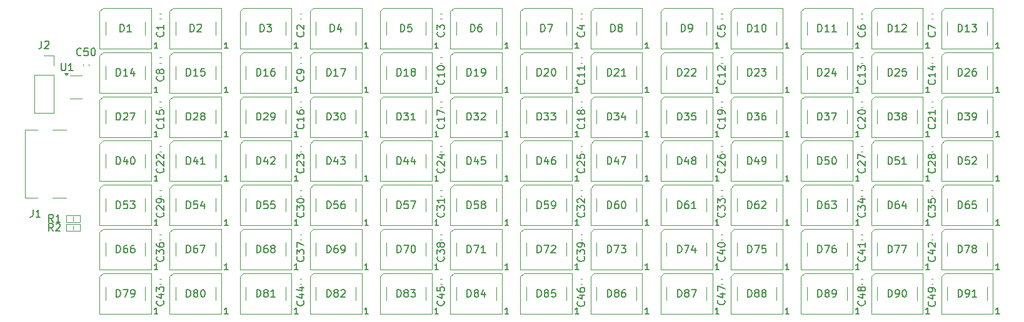
<source format=gbr>
%TF.GenerationSoftware,KiCad,Pcbnew,8.0.7*%
%TF.CreationDate,2025-02-01T19:51:36+00:00*%
%TF.ProjectId,LED-Panel,4c45442d-5061-46e6-956c-2e6b69636164,rev?*%
%TF.SameCoordinates,Original*%
%TF.FileFunction,Legend,Top*%
%TF.FilePolarity,Positive*%
%FSLAX46Y46*%
G04 Gerber Fmt 4.6, Leading zero omitted, Abs format (unit mm)*
G04 Created by KiCad (PCBNEW 8.0.7) date 2025-02-01 19:51:36*
%MOMM*%
%LPD*%
G01*
G04 APERTURE LIST*
%ADD10C,0.160000*%
%ADD11C,0.150000*%
%ADD12C,0.120000*%
%ADD13C,0.100000*%
G04 APERTURE END LIST*
D10*
X108057142Y-107259060D02*
X108009523Y-107306680D01*
X108009523Y-107306680D02*
X107866666Y-107354299D01*
X107866666Y-107354299D02*
X107771428Y-107354299D01*
X107771428Y-107354299D02*
X107628571Y-107306680D01*
X107628571Y-107306680D02*
X107533333Y-107211441D01*
X107533333Y-107211441D02*
X107485714Y-107116203D01*
X107485714Y-107116203D02*
X107438095Y-106925727D01*
X107438095Y-106925727D02*
X107438095Y-106782870D01*
X107438095Y-106782870D02*
X107485714Y-106592394D01*
X107485714Y-106592394D02*
X107533333Y-106497156D01*
X107533333Y-106497156D02*
X107628571Y-106401918D01*
X107628571Y-106401918D02*
X107771428Y-106354299D01*
X107771428Y-106354299D02*
X107866666Y-106354299D01*
X107866666Y-106354299D02*
X108009523Y-106401918D01*
X108009523Y-106401918D02*
X108057142Y-106449537D01*
X108961904Y-106354299D02*
X108485714Y-106354299D01*
X108485714Y-106354299D02*
X108438095Y-106830489D01*
X108438095Y-106830489D02*
X108485714Y-106782870D01*
X108485714Y-106782870D02*
X108580952Y-106735251D01*
X108580952Y-106735251D02*
X108819047Y-106735251D01*
X108819047Y-106735251D02*
X108914285Y-106782870D01*
X108914285Y-106782870D02*
X108961904Y-106830489D01*
X108961904Y-106830489D02*
X109009523Y-106925727D01*
X109009523Y-106925727D02*
X109009523Y-107163822D01*
X109009523Y-107163822D02*
X108961904Y-107259060D01*
X108961904Y-107259060D02*
X108914285Y-107306680D01*
X108914285Y-107306680D02*
X108819047Y-107354299D01*
X108819047Y-107354299D02*
X108580952Y-107354299D01*
X108580952Y-107354299D02*
X108485714Y-107306680D01*
X108485714Y-107306680D02*
X108438095Y-107259060D01*
X109628571Y-106354299D02*
X109723809Y-106354299D01*
X109723809Y-106354299D02*
X109819047Y-106401918D01*
X109819047Y-106401918D02*
X109866666Y-106449537D01*
X109866666Y-106449537D02*
X109914285Y-106544775D01*
X109914285Y-106544775D02*
X109961904Y-106735251D01*
X109961904Y-106735251D02*
X109961904Y-106973346D01*
X109961904Y-106973346D02*
X109914285Y-107163822D01*
X109914285Y-107163822D02*
X109866666Y-107259060D01*
X109866666Y-107259060D02*
X109819047Y-107306680D01*
X109819047Y-107306680D02*
X109723809Y-107354299D01*
X109723809Y-107354299D02*
X109628571Y-107354299D01*
X109628571Y-107354299D02*
X109533333Y-107306680D01*
X109533333Y-107306680D02*
X109485714Y-107259060D01*
X109485714Y-107259060D02*
X109438095Y-107163822D01*
X109438095Y-107163822D02*
X109390476Y-106973346D01*
X109390476Y-106973346D02*
X109390476Y-106735251D01*
X109390476Y-106735251D02*
X109438095Y-106544775D01*
X109438095Y-106544775D02*
X109485714Y-106449537D01*
X109485714Y-106449537D02*
X109533333Y-106401918D01*
X109533333Y-106401918D02*
X109628571Y-106354299D01*
D11*
X179335714Y-140104819D02*
X179335714Y-139104819D01*
X179335714Y-139104819D02*
X179573809Y-139104819D01*
X179573809Y-139104819D02*
X179716666Y-139152438D01*
X179716666Y-139152438D02*
X179811904Y-139247676D01*
X179811904Y-139247676D02*
X179859523Y-139342914D01*
X179859523Y-139342914D02*
X179907142Y-139533390D01*
X179907142Y-139533390D02*
X179907142Y-139676247D01*
X179907142Y-139676247D02*
X179859523Y-139866723D01*
X179859523Y-139866723D02*
X179811904Y-139961961D01*
X179811904Y-139961961D02*
X179716666Y-140057200D01*
X179716666Y-140057200D02*
X179573809Y-140104819D01*
X179573809Y-140104819D02*
X179335714Y-140104819D01*
X180478571Y-139533390D02*
X180383333Y-139485771D01*
X180383333Y-139485771D02*
X180335714Y-139438152D01*
X180335714Y-139438152D02*
X180288095Y-139342914D01*
X180288095Y-139342914D02*
X180288095Y-139295295D01*
X180288095Y-139295295D02*
X180335714Y-139200057D01*
X180335714Y-139200057D02*
X180383333Y-139152438D01*
X180383333Y-139152438D02*
X180478571Y-139104819D01*
X180478571Y-139104819D02*
X180669047Y-139104819D01*
X180669047Y-139104819D02*
X180764285Y-139152438D01*
X180764285Y-139152438D02*
X180811904Y-139200057D01*
X180811904Y-139200057D02*
X180859523Y-139295295D01*
X180859523Y-139295295D02*
X180859523Y-139342914D01*
X180859523Y-139342914D02*
X180811904Y-139438152D01*
X180811904Y-139438152D02*
X180764285Y-139485771D01*
X180764285Y-139485771D02*
X180669047Y-139533390D01*
X180669047Y-139533390D02*
X180478571Y-139533390D01*
X180478571Y-139533390D02*
X180383333Y-139581009D01*
X180383333Y-139581009D02*
X180335714Y-139628628D01*
X180335714Y-139628628D02*
X180288095Y-139723866D01*
X180288095Y-139723866D02*
X180288095Y-139914342D01*
X180288095Y-139914342D02*
X180335714Y-140009580D01*
X180335714Y-140009580D02*
X180383333Y-140057200D01*
X180383333Y-140057200D02*
X180478571Y-140104819D01*
X180478571Y-140104819D02*
X180669047Y-140104819D01*
X180669047Y-140104819D02*
X180764285Y-140057200D01*
X180764285Y-140057200D02*
X180811904Y-140009580D01*
X180811904Y-140009580D02*
X180859523Y-139914342D01*
X180859523Y-139914342D02*
X180859523Y-139723866D01*
X180859523Y-139723866D02*
X180811904Y-139628628D01*
X180811904Y-139628628D02*
X180764285Y-139581009D01*
X180764285Y-139581009D02*
X180669047Y-139533390D01*
X181716666Y-139104819D02*
X181526190Y-139104819D01*
X181526190Y-139104819D02*
X181430952Y-139152438D01*
X181430952Y-139152438D02*
X181383333Y-139200057D01*
X181383333Y-139200057D02*
X181288095Y-139342914D01*
X181288095Y-139342914D02*
X181240476Y-139533390D01*
X181240476Y-139533390D02*
X181240476Y-139914342D01*
X181240476Y-139914342D02*
X181288095Y-140009580D01*
X181288095Y-140009580D02*
X181335714Y-140057200D01*
X181335714Y-140057200D02*
X181430952Y-140104819D01*
X181430952Y-140104819D02*
X181621428Y-140104819D01*
X181621428Y-140104819D02*
X181716666Y-140057200D01*
X181716666Y-140057200D02*
X181764285Y-140009580D01*
X181764285Y-140009580D02*
X181811904Y-139914342D01*
X181811904Y-139914342D02*
X181811904Y-139676247D01*
X181811904Y-139676247D02*
X181764285Y-139581009D01*
X181764285Y-139581009D02*
X181716666Y-139533390D01*
X181716666Y-139533390D02*
X181621428Y-139485771D01*
X181621428Y-139485771D02*
X181430952Y-139485771D01*
X181430952Y-139485771D02*
X181335714Y-139533390D01*
X181335714Y-139533390D02*
X181288095Y-139581009D01*
X181288095Y-139581009D02*
X181240476Y-139676247D01*
X184928571Y-142362295D02*
X184471428Y-142362295D01*
X184700000Y-142362295D02*
X184700000Y-141562295D01*
X184700000Y-141562295D02*
X184623809Y-141676580D01*
X184623809Y-141676580D02*
X184547619Y-141752771D01*
X184547619Y-141752771D02*
X184471428Y-141790866D01*
X188835714Y-128104819D02*
X188835714Y-127104819D01*
X188835714Y-127104819D02*
X189073809Y-127104819D01*
X189073809Y-127104819D02*
X189216666Y-127152438D01*
X189216666Y-127152438D02*
X189311904Y-127247676D01*
X189311904Y-127247676D02*
X189359523Y-127342914D01*
X189359523Y-127342914D02*
X189407142Y-127533390D01*
X189407142Y-127533390D02*
X189407142Y-127676247D01*
X189407142Y-127676247D02*
X189359523Y-127866723D01*
X189359523Y-127866723D02*
X189311904Y-127961961D01*
X189311904Y-127961961D02*
X189216666Y-128057200D01*
X189216666Y-128057200D02*
X189073809Y-128104819D01*
X189073809Y-128104819D02*
X188835714Y-128104819D01*
X190264285Y-127104819D02*
X190073809Y-127104819D01*
X190073809Y-127104819D02*
X189978571Y-127152438D01*
X189978571Y-127152438D02*
X189930952Y-127200057D01*
X189930952Y-127200057D02*
X189835714Y-127342914D01*
X189835714Y-127342914D02*
X189788095Y-127533390D01*
X189788095Y-127533390D02*
X189788095Y-127914342D01*
X189788095Y-127914342D02*
X189835714Y-128009580D01*
X189835714Y-128009580D02*
X189883333Y-128057200D01*
X189883333Y-128057200D02*
X189978571Y-128104819D01*
X189978571Y-128104819D02*
X190169047Y-128104819D01*
X190169047Y-128104819D02*
X190264285Y-128057200D01*
X190264285Y-128057200D02*
X190311904Y-128009580D01*
X190311904Y-128009580D02*
X190359523Y-127914342D01*
X190359523Y-127914342D02*
X190359523Y-127676247D01*
X190359523Y-127676247D02*
X190311904Y-127581009D01*
X190311904Y-127581009D02*
X190264285Y-127533390D01*
X190264285Y-127533390D02*
X190169047Y-127485771D01*
X190169047Y-127485771D02*
X189978571Y-127485771D01*
X189978571Y-127485771D02*
X189883333Y-127533390D01*
X189883333Y-127533390D02*
X189835714Y-127581009D01*
X189835714Y-127581009D02*
X189788095Y-127676247D01*
X191311904Y-128104819D02*
X190740476Y-128104819D01*
X191026190Y-128104819D02*
X191026190Y-127104819D01*
X191026190Y-127104819D02*
X190930952Y-127247676D01*
X190930952Y-127247676D02*
X190835714Y-127342914D01*
X190835714Y-127342914D02*
X190740476Y-127390533D01*
X194428571Y-130362295D02*
X193971428Y-130362295D01*
X194200000Y-130362295D02*
X194200000Y-129562295D01*
X194200000Y-129562295D02*
X194123809Y-129676580D01*
X194123809Y-129676580D02*
X194047619Y-129752771D01*
X194047619Y-129752771D02*
X193971428Y-129790866D01*
D10*
X176159060Y-104166666D02*
X176206680Y-104214285D01*
X176206680Y-104214285D02*
X176254299Y-104357142D01*
X176254299Y-104357142D02*
X176254299Y-104452380D01*
X176254299Y-104452380D02*
X176206680Y-104595237D01*
X176206680Y-104595237D02*
X176111441Y-104690475D01*
X176111441Y-104690475D02*
X176016203Y-104738094D01*
X176016203Y-104738094D02*
X175825727Y-104785713D01*
X175825727Y-104785713D02*
X175682870Y-104785713D01*
X175682870Y-104785713D02*
X175492394Y-104738094D01*
X175492394Y-104738094D02*
X175397156Y-104690475D01*
X175397156Y-104690475D02*
X175301918Y-104595237D01*
X175301918Y-104595237D02*
X175254299Y-104452380D01*
X175254299Y-104452380D02*
X175254299Y-104357142D01*
X175254299Y-104357142D02*
X175301918Y-104214285D01*
X175301918Y-104214285D02*
X175349537Y-104166666D01*
X175587632Y-103309523D02*
X176254299Y-103309523D01*
X175206680Y-103547618D02*
X175920965Y-103785713D01*
X175920965Y-103785713D02*
X175920965Y-103166666D01*
X138159060Y-140642857D02*
X138206680Y-140690476D01*
X138206680Y-140690476D02*
X138254299Y-140833333D01*
X138254299Y-140833333D02*
X138254299Y-140928571D01*
X138254299Y-140928571D02*
X138206680Y-141071428D01*
X138206680Y-141071428D02*
X138111441Y-141166666D01*
X138111441Y-141166666D02*
X138016203Y-141214285D01*
X138016203Y-141214285D02*
X137825727Y-141261904D01*
X137825727Y-141261904D02*
X137682870Y-141261904D01*
X137682870Y-141261904D02*
X137492394Y-141214285D01*
X137492394Y-141214285D02*
X137397156Y-141166666D01*
X137397156Y-141166666D02*
X137301918Y-141071428D01*
X137301918Y-141071428D02*
X137254299Y-140928571D01*
X137254299Y-140928571D02*
X137254299Y-140833333D01*
X137254299Y-140833333D02*
X137301918Y-140690476D01*
X137301918Y-140690476D02*
X137349537Y-140642857D01*
X137587632Y-139785714D02*
X138254299Y-139785714D01*
X137206680Y-140023809D02*
X137920965Y-140261904D01*
X137920965Y-140261904D02*
X137920965Y-139642857D01*
X137587632Y-138833333D02*
X138254299Y-138833333D01*
X137206680Y-139071428D02*
X137920965Y-139309523D01*
X137920965Y-139309523D02*
X137920965Y-138690476D01*
D11*
X207835714Y-134104819D02*
X207835714Y-133104819D01*
X207835714Y-133104819D02*
X208073809Y-133104819D01*
X208073809Y-133104819D02*
X208216666Y-133152438D01*
X208216666Y-133152438D02*
X208311904Y-133247676D01*
X208311904Y-133247676D02*
X208359523Y-133342914D01*
X208359523Y-133342914D02*
X208407142Y-133533390D01*
X208407142Y-133533390D02*
X208407142Y-133676247D01*
X208407142Y-133676247D02*
X208359523Y-133866723D01*
X208359523Y-133866723D02*
X208311904Y-133961961D01*
X208311904Y-133961961D02*
X208216666Y-134057200D01*
X208216666Y-134057200D02*
X208073809Y-134104819D01*
X208073809Y-134104819D02*
X207835714Y-134104819D01*
X208740476Y-133104819D02*
X209407142Y-133104819D01*
X209407142Y-133104819D02*
X208978571Y-134104819D01*
X210216666Y-133104819D02*
X210026190Y-133104819D01*
X210026190Y-133104819D02*
X209930952Y-133152438D01*
X209930952Y-133152438D02*
X209883333Y-133200057D01*
X209883333Y-133200057D02*
X209788095Y-133342914D01*
X209788095Y-133342914D02*
X209740476Y-133533390D01*
X209740476Y-133533390D02*
X209740476Y-133914342D01*
X209740476Y-133914342D02*
X209788095Y-134009580D01*
X209788095Y-134009580D02*
X209835714Y-134057200D01*
X209835714Y-134057200D02*
X209930952Y-134104819D01*
X209930952Y-134104819D02*
X210121428Y-134104819D01*
X210121428Y-134104819D02*
X210216666Y-134057200D01*
X210216666Y-134057200D02*
X210264285Y-134009580D01*
X210264285Y-134009580D02*
X210311904Y-133914342D01*
X210311904Y-133914342D02*
X210311904Y-133676247D01*
X210311904Y-133676247D02*
X210264285Y-133581009D01*
X210264285Y-133581009D02*
X210216666Y-133533390D01*
X210216666Y-133533390D02*
X210121428Y-133485771D01*
X210121428Y-133485771D02*
X209930952Y-133485771D01*
X209930952Y-133485771D02*
X209835714Y-133533390D01*
X209835714Y-133533390D02*
X209788095Y-133581009D01*
X209788095Y-133581009D02*
X209740476Y-133676247D01*
X213428571Y-136362295D02*
X212971428Y-136362295D01*
X213200000Y-136362295D02*
X213200000Y-135562295D01*
X213200000Y-135562295D02*
X213123809Y-135676580D01*
X213123809Y-135676580D02*
X213047619Y-135752771D01*
X213047619Y-135752771D02*
X212971428Y-135790866D01*
X226835714Y-116104819D02*
X226835714Y-115104819D01*
X226835714Y-115104819D02*
X227073809Y-115104819D01*
X227073809Y-115104819D02*
X227216666Y-115152438D01*
X227216666Y-115152438D02*
X227311904Y-115247676D01*
X227311904Y-115247676D02*
X227359523Y-115342914D01*
X227359523Y-115342914D02*
X227407142Y-115533390D01*
X227407142Y-115533390D02*
X227407142Y-115676247D01*
X227407142Y-115676247D02*
X227359523Y-115866723D01*
X227359523Y-115866723D02*
X227311904Y-115961961D01*
X227311904Y-115961961D02*
X227216666Y-116057200D01*
X227216666Y-116057200D02*
X227073809Y-116104819D01*
X227073809Y-116104819D02*
X226835714Y-116104819D01*
X227740476Y-115104819D02*
X228359523Y-115104819D01*
X228359523Y-115104819D02*
X228026190Y-115485771D01*
X228026190Y-115485771D02*
X228169047Y-115485771D01*
X228169047Y-115485771D02*
X228264285Y-115533390D01*
X228264285Y-115533390D02*
X228311904Y-115581009D01*
X228311904Y-115581009D02*
X228359523Y-115676247D01*
X228359523Y-115676247D02*
X228359523Y-115914342D01*
X228359523Y-115914342D02*
X228311904Y-116009580D01*
X228311904Y-116009580D02*
X228264285Y-116057200D01*
X228264285Y-116057200D02*
X228169047Y-116104819D01*
X228169047Y-116104819D02*
X227883333Y-116104819D01*
X227883333Y-116104819D02*
X227788095Y-116057200D01*
X227788095Y-116057200D02*
X227740476Y-116009580D01*
X228835714Y-116104819D02*
X229026190Y-116104819D01*
X229026190Y-116104819D02*
X229121428Y-116057200D01*
X229121428Y-116057200D02*
X229169047Y-116009580D01*
X229169047Y-116009580D02*
X229264285Y-115866723D01*
X229264285Y-115866723D02*
X229311904Y-115676247D01*
X229311904Y-115676247D02*
X229311904Y-115295295D01*
X229311904Y-115295295D02*
X229264285Y-115200057D01*
X229264285Y-115200057D02*
X229216666Y-115152438D01*
X229216666Y-115152438D02*
X229121428Y-115104819D01*
X229121428Y-115104819D02*
X228930952Y-115104819D01*
X228930952Y-115104819D02*
X228835714Y-115152438D01*
X228835714Y-115152438D02*
X228788095Y-115200057D01*
X228788095Y-115200057D02*
X228740476Y-115295295D01*
X228740476Y-115295295D02*
X228740476Y-115533390D01*
X228740476Y-115533390D02*
X228788095Y-115628628D01*
X228788095Y-115628628D02*
X228835714Y-115676247D01*
X228835714Y-115676247D02*
X228930952Y-115723866D01*
X228930952Y-115723866D02*
X229121428Y-115723866D01*
X229121428Y-115723866D02*
X229216666Y-115676247D01*
X229216666Y-115676247D02*
X229264285Y-115628628D01*
X229264285Y-115628628D02*
X229311904Y-115533390D01*
X232428571Y-118362295D02*
X231971428Y-118362295D01*
X232200000Y-118362295D02*
X232200000Y-117562295D01*
X232200000Y-117562295D02*
X232123809Y-117676580D01*
X232123809Y-117676580D02*
X232047619Y-117752771D01*
X232047619Y-117752771D02*
X231971428Y-117790866D01*
X122335714Y-110104819D02*
X122335714Y-109104819D01*
X122335714Y-109104819D02*
X122573809Y-109104819D01*
X122573809Y-109104819D02*
X122716666Y-109152438D01*
X122716666Y-109152438D02*
X122811904Y-109247676D01*
X122811904Y-109247676D02*
X122859523Y-109342914D01*
X122859523Y-109342914D02*
X122907142Y-109533390D01*
X122907142Y-109533390D02*
X122907142Y-109676247D01*
X122907142Y-109676247D02*
X122859523Y-109866723D01*
X122859523Y-109866723D02*
X122811904Y-109961961D01*
X122811904Y-109961961D02*
X122716666Y-110057200D01*
X122716666Y-110057200D02*
X122573809Y-110104819D01*
X122573809Y-110104819D02*
X122335714Y-110104819D01*
X123859523Y-110104819D02*
X123288095Y-110104819D01*
X123573809Y-110104819D02*
X123573809Y-109104819D01*
X123573809Y-109104819D02*
X123478571Y-109247676D01*
X123478571Y-109247676D02*
X123383333Y-109342914D01*
X123383333Y-109342914D02*
X123288095Y-109390533D01*
X124764285Y-109104819D02*
X124288095Y-109104819D01*
X124288095Y-109104819D02*
X124240476Y-109581009D01*
X124240476Y-109581009D02*
X124288095Y-109533390D01*
X124288095Y-109533390D02*
X124383333Y-109485771D01*
X124383333Y-109485771D02*
X124621428Y-109485771D01*
X124621428Y-109485771D02*
X124716666Y-109533390D01*
X124716666Y-109533390D02*
X124764285Y-109581009D01*
X124764285Y-109581009D02*
X124811904Y-109676247D01*
X124811904Y-109676247D02*
X124811904Y-109914342D01*
X124811904Y-109914342D02*
X124764285Y-110009580D01*
X124764285Y-110009580D02*
X124716666Y-110057200D01*
X124716666Y-110057200D02*
X124621428Y-110104819D01*
X124621428Y-110104819D02*
X124383333Y-110104819D01*
X124383333Y-110104819D02*
X124288095Y-110057200D01*
X124288095Y-110057200D02*
X124240476Y-110009580D01*
X127928571Y-112362295D02*
X127471428Y-112362295D01*
X127700000Y-112362295D02*
X127700000Y-111562295D01*
X127700000Y-111562295D02*
X127623809Y-111676580D01*
X127623809Y-111676580D02*
X127547619Y-111752771D01*
X127547619Y-111752771D02*
X127471428Y-111790866D01*
D10*
X176159060Y-110642857D02*
X176206680Y-110690476D01*
X176206680Y-110690476D02*
X176254299Y-110833333D01*
X176254299Y-110833333D02*
X176254299Y-110928571D01*
X176254299Y-110928571D02*
X176206680Y-111071428D01*
X176206680Y-111071428D02*
X176111441Y-111166666D01*
X176111441Y-111166666D02*
X176016203Y-111214285D01*
X176016203Y-111214285D02*
X175825727Y-111261904D01*
X175825727Y-111261904D02*
X175682870Y-111261904D01*
X175682870Y-111261904D02*
X175492394Y-111214285D01*
X175492394Y-111214285D02*
X175397156Y-111166666D01*
X175397156Y-111166666D02*
X175301918Y-111071428D01*
X175301918Y-111071428D02*
X175254299Y-110928571D01*
X175254299Y-110928571D02*
X175254299Y-110833333D01*
X175254299Y-110833333D02*
X175301918Y-110690476D01*
X175301918Y-110690476D02*
X175349537Y-110642857D01*
X176254299Y-109690476D02*
X176254299Y-110261904D01*
X176254299Y-109976190D02*
X175254299Y-109976190D01*
X175254299Y-109976190D02*
X175397156Y-110071428D01*
X175397156Y-110071428D02*
X175492394Y-110166666D01*
X175492394Y-110166666D02*
X175540013Y-110261904D01*
X176254299Y-108738095D02*
X176254299Y-109309523D01*
X176254299Y-109023809D02*
X175254299Y-109023809D01*
X175254299Y-109023809D02*
X175397156Y-109119047D01*
X175397156Y-109119047D02*
X175492394Y-109214285D01*
X175492394Y-109214285D02*
X175540013Y-109309523D01*
X104283333Y-129914299D02*
X103950000Y-129438108D01*
X103711905Y-129914299D02*
X103711905Y-128914299D01*
X103711905Y-128914299D02*
X104092857Y-128914299D01*
X104092857Y-128914299D02*
X104188095Y-128961918D01*
X104188095Y-128961918D02*
X104235714Y-129009537D01*
X104235714Y-129009537D02*
X104283333Y-129104775D01*
X104283333Y-129104775D02*
X104283333Y-129247632D01*
X104283333Y-129247632D02*
X104235714Y-129342870D01*
X104235714Y-129342870D02*
X104188095Y-129390489D01*
X104188095Y-129390489D02*
X104092857Y-129438108D01*
X104092857Y-129438108D02*
X103711905Y-129438108D01*
X105235714Y-129914299D02*
X104664286Y-129914299D01*
X104950000Y-129914299D02*
X104950000Y-128914299D01*
X104950000Y-128914299D02*
X104854762Y-129057156D01*
X104854762Y-129057156D02*
X104759524Y-129152394D01*
X104759524Y-129152394D02*
X104664286Y-129200013D01*
D11*
X141811905Y-104104819D02*
X141811905Y-103104819D01*
X141811905Y-103104819D02*
X142050000Y-103104819D01*
X142050000Y-103104819D02*
X142192857Y-103152438D01*
X142192857Y-103152438D02*
X142288095Y-103247676D01*
X142288095Y-103247676D02*
X142335714Y-103342914D01*
X142335714Y-103342914D02*
X142383333Y-103533390D01*
X142383333Y-103533390D02*
X142383333Y-103676247D01*
X142383333Y-103676247D02*
X142335714Y-103866723D01*
X142335714Y-103866723D02*
X142288095Y-103961961D01*
X142288095Y-103961961D02*
X142192857Y-104057200D01*
X142192857Y-104057200D02*
X142050000Y-104104819D01*
X142050000Y-104104819D02*
X141811905Y-104104819D01*
X143240476Y-103438152D02*
X143240476Y-104104819D01*
X143002381Y-103057200D02*
X142764286Y-103771485D01*
X142764286Y-103771485D02*
X143383333Y-103771485D01*
X146928571Y-106362295D02*
X146471428Y-106362295D01*
X146700000Y-106362295D02*
X146700000Y-105562295D01*
X146700000Y-105562295D02*
X146623809Y-105676580D01*
X146623809Y-105676580D02*
X146547619Y-105752771D01*
X146547619Y-105752771D02*
X146471428Y-105790866D01*
X131835714Y-122104819D02*
X131835714Y-121104819D01*
X131835714Y-121104819D02*
X132073809Y-121104819D01*
X132073809Y-121104819D02*
X132216666Y-121152438D01*
X132216666Y-121152438D02*
X132311904Y-121247676D01*
X132311904Y-121247676D02*
X132359523Y-121342914D01*
X132359523Y-121342914D02*
X132407142Y-121533390D01*
X132407142Y-121533390D02*
X132407142Y-121676247D01*
X132407142Y-121676247D02*
X132359523Y-121866723D01*
X132359523Y-121866723D02*
X132311904Y-121961961D01*
X132311904Y-121961961D02*
X132216666Y-122057200D01*
X132216666Y-122057200D02*
X132073809Y-122104819D01*
X132073809Y-122104819D02*
X131835714Y-122104819D01*
X133264285Y-121438152D02*
X133264285Y-122104819D01*
X133026190Y-121057200D02*
X132788095Y-121771485D01*
X132788095Y-121771485D02*
X133407142Y-121771485D01*
X133740476Y-121200057D02*
X133788095Y-121152438D01*
X133788095Y-121152438D02*
X133883333Y-121104819D01*
X133883333Y-121104819D02*
X134121428Y-121104819D01*
X134121428Y-121104819D02*
X134216666Y-121152438D01*
X134216666Y-121152438D02*
X134264285Y-121200057D01*
X134264285Y-121200057D02*
X134311904Y-121295295D01*
X134311904Y-121295295D02*
X134311904Y-121390533D01*
X134311904Y-121390533D02*
X134264285Y-121533390D01*
X134264285Y-121533390D02*
X133692857Y-122104819D01*
X133692857Y-122104819D02*
X134311904Y-122104819D01*
X137428571Y-124362295D02*
X136971428Y-124362295D01*
X137200000Y-124362295D02*
X137200000Y-123562295D01*
X137200000Y-123562295D02*
X137123809Y-123676580D01*
X137123809Y-123676580D02*
X137047619Y-123752771D01*
X137047619Y-123752771D02*
X136971428Y-123790866D01*
X160335714Y-134104819D02*
X160335714Y-133104819D01*
X160335714Y-133104819D02*
X160573809Y-133104819D01*
X160573809Y-133104819D02*
X160716666Y-133152438D01*
X160716666Y-133152438D02*
X160811904Y-133247676D01*
X160811904Y-133247676D02*
X160859523Y-133342914D01*
X160859523Y-133342914D02*
X160907142Y-133533390D01*
X160907142Y-133533390D02*
X160907142Y-133676247D01*
X160907142Y-133676247D02*
X160859523Y-133866723D01*
X160859523Y-133866723D02*
X160811904Y-133961961D01*
X160811904Y-133961961D02*
X160716666Y-134057200D01*
X160716666Y-134057200D02*
X160573809Y-134104819D01*
X160573809Y-134104819D02*
X160335714Y-134104819D01*
X161240476Y-133104819D02*
X161907142Y-133104819D01*
X161907142Y-133104819D02*
X161478571Y-134104819D01*
X162811904Y-134104819D02*
X162240476Y-134104819D01*
X162526190Y-134104819D02*
X162526190Y-133104819D01*
X162526190Y-133104819D02*
X162430952Y-133247676D01*
X162430952Y-133247676D02*
X162335714Y-133342914D01*
X162335714Y-133342914D02*
X162240476Y-133390533D01*
X165928571Y-136362295D02*
X165471428Y-136362295D01*
X165700000Y-136362295D02*
X165700000Y-135562295D01*
X165700000Y-135562295D02*
X165623809Y-135676580D01*
X165623809Y-135676580D02*
X165547619Y-135752771D01*
X165547619Y-135752771D02*
X165471428Y-135790866D01*
D10*
X157159060Y-122642857D02*
X157206680Y-122690476D01*
X157206680Y-122690476D02*
X157254299Y-122833333D01*
X157254299Y-122833333D02*
X157254299Y-122928571D01*
X157254299Y-122928571D02*
X157206680Y-123071428D01*
X157206680Y-123071428D02*
X157111441Y-123166666D01*
X157111441Y-123166666D02*
X157016203Y-123214285D01*
X157016203Y-123214285D02*
X156825727Y-123261904D01*
X156825727Y-123261904D02*
X156682870Y-123261904D01*
X156682870Y-123261904D02*
X156492394Y-123214285D01*
X156492394Y-123214285D02*
X156397156Y-123166666D01*
X156397156Y-123166666D02*
X156301918Y-123071428D01*
X156301918Y-123071428D02*
X156254299Y-122928571D01*
X156254299Y-122928571D02*
X156254299Y-122833333D01*
X156254299Y-122833333D02*
X156301918Y-122690476D01*
X156301918Y-122690476D02*
X156349537Y-122642857D01*
X156349537Y-122261904D02*
X156301918Y-122214285D01*
X156301918Y-122214285D02*
X156254299Y-122119047D01*
X156254299Y-122119047D02*
X156254299Y-121880952D01*
X156254299Y-121880952D02*
X156301918Y-121785714D01*
X156301918Y-121785714D02*
X156349537Y-121738095D01*
X156349537Y-121738095D02*
X156444775Y-121690476D01*
X156444775Y-121690476D02*
X156540013Y-121690476D01*
X156540013Y-121690476D02*
X156682870Y-121738095D01*
X156682870Y-121738095D02*
X157254299Y-122309523D01*
X157254299Y-122309523D02*
X157254299Y-121690476D01*
X156587632Y-120833333D02*
X157254299Y-120833333D01*
X156206680Y-121071428D02*
X156920965Y-121309523D01*
X156920965Y-121309523D02*
X156920965Y-120690476D01*
X119159060Y-134642857D02*
X119206680Y-134690476D01*
X119206680Y-134690476D02*
X119254299Y-134833333D01*
X119254299Y-134833333D02*
X119254299Y-134928571D01*
X119254299Y-134928571D02*
X119206680Y-135071428D01*
X119206680Y-135071428D02*
X119111441Y-135166666D01*
X119111441Y-135166666D02*
X119016203Y-135214285D01*
X119016203Y-135214285D02*
X118825727Y-135261904D01*
X118825727Y-135261904D02*
X118682870Y-135261904D01*
X118682870Y-135261904D02*
X118492394Y-135214285D01*
X118492394Y-135214285D02*
X118397156Y-135166666D01*
X118397156Y-135166666D02*
X118301918Y-135071428D01*
X118301918Y-135071428D02*
X118254299Y-134928571D01*
X118254299Y-134928571D02*
X118254299Y-134833333D01*
X118254299Y-134833333D02*
X118301918Y-134690476D01*
X118301918Y-134690476D02*
X118349537Y-134642857D01*
X118254299Y-134309523D02*
X118254299Y-133690476D01*
X118254299Y-133690476D02*
X118635251Y-134023809D01*
X118635251Y-134023809D02*
X118635251Y-133880952D01*
X118635251Y-133880952D02*
X118682870Y-133785714D01*
X118682870Y-133785714D02*
X118730489Y-133738095D01*
X118730489Y-133738095D02*
X118825727Y-133690476D01*
X118825727Y-133690476D02*
X119063822Y-133690476D01*
X119063822Y-133690476D02*
X119159060Y-133738095D01*
X119159060Y-133738095D02*
X119206680Y-133785714D01*
X119206680Y-133785714D02*
X119254299Y-133880952D01*
X119254299Y-133880952D02*
X119254299Y-134166666D01*
X119254299Y-134166666D02*
X119206680Y-134261904D01*
X119206680Y-134261904D02*
X119159060Y-134309523D01*
X118254299Y-132833333D02*
X118254299Y-133023809D01*
X118254299Y-133023809D02*
X118301918Y-133119047D01*
X118301918Y-133119047D02*
X118349537Y-133166666D01*
X118349537Y-133166666D02*
X118492394Y-133261904D01*
X118492394Y-133261904D02*
X118682870Y-133309523D01*
X118682870Y-133309523D02*
X119063822Y-133309523D01*
X119063822Y-133309523D02*
X119159060Y-133261904D01*
X119159060Y-133261904D02*
X119206680Y-133214285D01*
X119206680Y-133214285D02*
X119254299Y-133119047D01*
X119254299Y-133119047D02*
X119254299Y-132928571D01*
X119254299Y-132928571D02*
X119206680Y-132833333D01*
X119206680Y-132833333D02*
X119159060Y-132785714D01*
X119159060Y-132785714D02*
X119063822Y-132738095D01*
X119063822Y-132738095D02*
X118825727Y-132738095D01*
X118825727Y-132738095D02*
X118730489Y-132785714D01*
X118730489Y-132785714D02*
X118682870Y-132833333D01*
X118682870Y-132833333D02*
X118635251Y-132928571D01*
X118635251Y-132928571D02*
X118635251Y-133119047D01*
X118635251Y-133119047D02*
X118682870Y-133214285D01*
X118682870Y-133214285D02*
X118730489Y-133261904D01*
X118730489Y-133261904D02*
X118825727Y-133309523D01*
X157159060Y-140642857D02*
X157206680Y-140690476D01*
X157206680Y-140690476D02*
X157254299Y-140833333D01*
X157254299Y-140833333D02*
X157254299Y-140928571D01*
X157254299Y-140928571D02*
X157206680Y-141071428D01*
X157206680Y-141071428D02*
X157111441Y-141166666D01*
X157111441Y-141166666D02*
X157016203Y-141214285D01*
X157016203Y-141214285D02*
X156825727Y-141261904D01*
X156825727Y-141261904D02*
X156682870Y-141261904D01*
X156682870Y-141261904D02*
X156492394Y-141214285D01*
X156492394Y-141214285D02*
X156397156Y-141166666D01*
X156397156Y-141166666D02*
X156301918Y-141071428D01*
X156301918Y-141071428D02*
X156254299Y-140928571D01*
X156254299Y-140928571D02*
X156254299Y-140833333D01*
X156254299Y-140833333D02*
X156301918Y-140690476D01*
X156301918Y-140690476D02*
X156349537Y-140642857D01*
X156587632Y-139785714D02*
X157254299Y-139785714D01*
X156206680Y-140023809D02*
X156920965Y-140261904D01*
X156920965Y-140261904D02*
X156920965Y-139642857D01*
X156254299Y-138785714D02*
X156254299Y-139261904D01*
X156254299Y-139261904D02*
X156730489Y-139309523D01*
X156730489Y-139309523D02*
X156682870Y-139261904D01*
X156682870Y-139261904D02*
X156635251Y-139166666D01*
X156635251Y-139166666D02*
X156635251Y-138928571D01*
X156635251Y-138928571D02*
X156682870Y-138833333D01*
X156682870Y-138833333D02*
X156730489Y-138785714D01*
X156730489Y-138785714D02*
X156825727Y-138738095D01*
X156825727Y-138738095D02*
X157063822Y-138738095D01*
X157063822Y-138738095D02*
X157159060Y-138785714D01*
X157159060Y-138785714D02*
X157206680Y-138833333D01*
X157206680Y-138833333D02*
X157254299Y-138928571D01*
X157254299Y-138928571D02*
X157254299Y-139166666D01*
X157254299Y-139166666D02*
X157206680Y-139261904D01*
X157206680Y-139261904D02*
X157159060Y-139309523D01*
X101516666Y-128254299D02*
X101516666Y-128968584D01*
X101516666Y-128968584D02*
X101469047Y-129111441D01*
X101469047Y-129111441D02*
X101373809Y-129206680D01*
X101373809Y-129206680D02*
X101230952Y-129254299D01*
X101230952Y-129254299D02*
X101135714Y-129254299D01*
X102516666Y-129254299D02*
X101945238Y-129254299D01*
X102230952Y-129254299D02*
X102230952Y-128254299D01*
X102230952Y-128254299D02*
X102135714Y-128397156D01*
X102135714Y-128397156D02*
X102040476Y-128492394D01*
X102040476Y-128492394D02*
X101945238Y-128540013D01*
X138159060Y-104166666D02*
X138206680Y-104214285D01*
X138206680Y-104214285D02*
X138254299Y-104357142D01*
X138254299Y-104357142D02*
X138254299Y-104452380D01*
X138254299Y-104452380D02*
X138206680Y-104595237D01*
X138206680Y-104595237D02*
X138111441Y-104690475D01*
X138111441Y-104690475D02*
X138016203Y-104738094D01*
X138016203Y-104738094D02*
X137825727Y-104785713D01*
X137825727Y-104785713D02*
X137682870Y-104785713D01*
X137682870Y-104785713D02*
X137492394Y-104738094D01*
X137492394Y-104738094D02*
X137397156Y-104690475D01*
X137397156Y-104690475D02*
X137301918Y-104595237D01*
X137301918Y-104595237D02*
X137254299Y-104452380D01*
X137254299Y-104452380D02*
X137254299Y-104357142D01*
X137254299Y-104357142D02*
X137301918Y-104214285D01*
X137301918Y-104214285D02*
X137349537Y-104166666D01*
X137349537Y-103785713D02*
X137301918Y-103738094D01*
X137301918Y-103738094D02*
X137254299Y-103642856D01*
X137254299Y-103642856D02*
X137254299Y-103404761D01*
X137254299Y-103404761D02*
X137301918Y-103309523D01*
X137301918Y-103309523D02*
X137349537Y-103261904D01*
X137349537Y-103261904D02*
X137444775Y-103214285D01*
X137444775Y-103214285D02*
X137540013Y-103214285D01*
X137540013Y-103214285D02*
X137682870Y-103261904D01*
X137682870Y-103261904D02*
X138254299Y-103833332D01*
X138254299Y-103833332D02*
X138254299Y-103214285D01*
X138159060Y-134642857D02*
X138206680Y-134690476D01*
X138206680Y-134690476D02*
X138254299Y-134833333D01*
X138254299Y-134833333D02*
X138254299Y-134928571D01*
X138254299Y-134928571D02*
X138206680Y-135071428D01*
X138206680Y-135071428D02*
X138111441Y-135166666D01*
X138111441Y-135166666D02*
X138016203Y-135214285D01*
X138016203Y-135214285D02*
X137825727Y-135261904D01*
X137825727Y-135261904D02*
X137682870Y-135261904D01*
X137682870Y-135261904D02*
X137492394Y-135214285D01*
X137492394Y-135214285D02*
X137397156Y-135166666D01*
X137397156Y-135166666D02*
X137301918Y-135071428D01*
X137301918Y-135071428D02*
X137254299Y-134928571D01*
X137254299Y-134928571D02*
X137254299Y-134833333D01*
X137254299Y-134833333D02*
X137301918Y-134690476D01*
X137301918Y-134690476D02*
X137349537Y-134642857D01*
X137254299Y-134309523D02*
X137254299Y-133690476D01*
X137254299Y-133690476D02*
X137635251Y-134023809D01*
X137635251Y-134023809D02*
X137635251Y-133880952D01*
X137635251Y-133880952D02*
X137682870Y-133785714D01*
X137682870Y-133785714D02*
X137730489Y-133738095D01*
X137730489Y-133738095D02*
X137825727Y-133690476D01*
X137825727Y-133690476D02*
X138063822Y-133690476D01*
X138063822Y-133690476D02*
X138159060Y-133738095D01*
X138159060Y-133738095D02*
X138206680Y-133785714D01*
X138206680Y-133785714D02*
X138254299Y-133880952D01*
X138254299Y-133880952D02*
X138254299Y-134166666D01*
X138254299Y-134166666D02*
X138206680Y-134261904D01*
X138206680Y-134261904D02*
X138159060Y-134309523D01*
X137254299Y-133357142D02*
X137254299Y-132690476D01*
X137254299Y-132690476D02*
X138254299Y-133119047D01*
D11*
X141335714Y-110104819D02*
X141335714Y-109104819D01*
X141335714Y-109104819D02*
X141573809Y-109104819D01*
X141573809Y-109104819D02*
X141716666Y-109152438D01*
X141716666Y-109152438D02*
X141811904Y-109247676D01*
X141811904Y-109247676D02*
X141859523Y-109342914D01*
X141859523Y-109342914D02*
X141907142Y-109533390D01*
X141907142Y-109533390D02*
X141907142Y-109676247D01*
X141907142Y-109676247D02*
X141859523Y-109866723D01*
X141859523Y-109866723D02*
X141811904Y-109961961D01*
X141811904Y-109961961D02*
X141716666Y-110057200D01*
X141716666Y-110057200D02*
X141573809Y-110104819D01*
X141573809Y-110104819D02*
X141335714Y-110104819D01*
X142859523Y-110104819D02*
X142288095Y-110104819D01*
X142573809Y-110104819D02*
X142573809Y-109104819D01*
X142573809Y-109104819D02*
X142478571Y-109247676D01*
X142478571Y-109247676D02*
X142383333Y-109342914D01*
X142383333Y-109342914D02*
X142288095Y-109390533D01*
X143192857Y-109104819D02*
X143859523Y-109104819D01*
X143859523Y-109104819D02*
X143430952Y-110104819D01*
X146928571Y-112362295D02*
X146471428Y-112362295D01*
X146700000Y-112362295D02*
X146700000Y-111562295D01*
X146700000Y-111562295D02*
X146623809Y-111676580D01*
X146623809Y-111676580D02*
X146547619Y-111752771D01*
X146547619Y-111752771D02*
X146471428Y-111790866D01*
D10*
X214159060Y-128642857D02*
X214206680Y-128690476D01*
X214206680Y-128690476D02*
X214254299Y-128833333D01*
X214254299Y-128833333D02*
X214254299Y-128928571D01*
X214254299Y-128928571D02*
X214206680Y-129071428D01*
X214206680Y-129071428D02*
X214111441Y-129166666D01*
X214111441Y-129166666D02*
X214016203Y-129214285D01*
X214016203Y-129214285D02*
X213825727Y-129261904D01*
X213825727Y-129261904D02*
X213682870Y-129261904D01*
X213682870Y-129261904D02*
X213492394Y-129214285D01*
X213492394Y-129214285D02*
X213397156Y-129166666D01*
X213397156Y-129166666D02*
X213301918Y-129071428D01*
X213301918Y-129071428D02*
X213254299Y-128928571D01*
X213254299Y-128928571D02*
X213254299Y-128833333D01*
X213254299Y-128833333D02*
X213301918Y-128690476D01*
X213301918Y-128690476D02*
X213349537Y-128642857D01*
X213254299Y-128309523D02*
X213254299Y-127690476D01*
X213254299Y-127690476D02*
X213635251Y-128023809D01*
X213635251Y-128023809D02*
X213635251Y-127880952D01*
X213635251Y-127880952D02*
X213682870Y-127785714D01*
X213682870Y-127785714D02*
X213730489Y-127738095D01*
X213730489Y-127738095D02*
X213825727Y-127690476D01*
X213825727Y-127690476D02*
X214063822Y-127690476D01*
X214063822Y-127690476D02*
X214159060Y-127738095D01*
X214159060Y-127738095D02*
X214206680Y-127785714D01*
X214206680Y-127785714D02*
X214254299Y-127880952D01*
X214254299Y-127880952D02*
X214254299Y-128166666D01*
X214254299Y-128166666D02*
X214206680Y-128261904D01*
X214206680Y-128261904D02*
X214159060Y-128309523D01*
X213587632Y-126833333D02*
X214254299Y-126833333D01*
X213206680Y-127071428D02*
X213920965Y-127309523D01*
X213920965Y-127309523D02*
X213920965Y-126690476D01*
D11*
X188835714Y-116104819D02*
X188835714Y-115104819D01*
X188835714Y-115104819D02*
X189073809Y-115104819D01*
X189073809Y-115104819D02*
X189216666Y-115152438D01*
X189216666Y-115152438D02*
X189311904Y-115247676D01*
X189311904Y-115247676D02*
X189359523Y-115342914D01*
X189359523Y-115342914D02*
X189407142Y-115533390D01*
X189407142Y-115533390D02*
X189407142Y-115676247D01*
X189407142Y-115676247D02*
X189359523Y-115866723D01*
X189359523Y-115866723D02*
X189311904Y-115961961D01*
X189311904Y-115961961D02*
X189216666Y-116057200D01*
X189216666Y-116057200D02*
X189073809Y-116104819D01*
X189073809Y-116104819D02*
X188835714Y-116104819D01*
X189740476Y-115104819D02*
X190359523Y-115104819D01*
X190359523Y-115104819D02*
X190026190Y-115485771D01*
X190026190Y-115485771D02*
X190169047Y-115485771D01*
X190169047Y-115485771D02*
X190264285Y-115533390D01*
X190264285Y-115533390D02*
X190311904Y-115581009D01*
X190311904Y-115581009D02*
X190359523Y-115676247D01*
X190359523Y-115676247D02*
X190359523Y-115914342D01*
X190359523Y-115914342D02*
X190311904Y-116009580D01*
X190311904Y-116009580D02*
X190264285Y-116057200D01*
X190264285Y-116057200D02*
X190169047Y-116104819D01*
X190169047Y-116104819D02*
X189883333Y-116104819D01*
X189883333Y-116104819D02*
X189788095Y-116057200D01*
X189788095Y-116057200D02*
X189740476Y-116009580D01*
X191264285Y-115104819D02*
X190788095Y-115104819D01*
X190788095Y-115104819D02*
X190740476Y-115581009D01*
X190740476Y-115581009D02*
X190788095Y-115533390D01*
X190788095Y-115533390D02*
X190883333Y-115485771D01*
X190883333Y-115485771D02*
X191121428Y-115485771D01*
X191121428Y-115485771D02*
X191216666Y-115533390D01*
X191216666Y-115533390D02*
X191264285Y-115581009D01*
X191264285Y-115581009D02*
X191311904Y-115676247D01*
X191311904Y-115676247D02*
X191311904Y-115914342D01*
X191311904Y-115914342D02*
X191264285Y-116009580D01*
X191264285Y-116009580D02*
X191216666Y-116057200D01*
X191216666Y-116057200D02*
X191121428Y-116104819D01*
X191121428Y-116104819D02*
X190883333Y-116104819D01*
X190883333Y-116104819D02*
X190788095Y-116057200D01*
X190788095Y-116057200D02*
X190740476Y-116009580D01*
X194428571Y-118362295D02*
X193971428Y-118362295D01*
X194200000Y-118362295D02*
X194200000Y-117562295D01*
X194200000Y-117562295D02*
X194123809Y-117676580D01*
X194123809Y-117676580D02*
X194047619Y-117752771D01*
X194047619Y-117752771D02*
X193971428Y-117790866D01*
D10*
X104273333Y-131154299D02*
X103940000Y-130678108D01*
X103701905Y-131154299D02*
X103701905Y-130154299D01*
X103701905Y-130154299D02*
X104082857Y-130154299D01*
X104082857Y-130154299D02*
X104178095Y-130201918D01*
X104178095Y-130201918D02*
X104225714Y-130249537D01*
X104225714Y-130249537D02*
X104273333Y-130344775D01*
X104273333Y-130344775D02*
X104273333Y-130487632D01*
X104273333Y-130487632D02*
X104225714Y-130582870D01*
X104225714Y-130582870D02*
X104178095Y-130630489D01*
X104178095Y-130630489D02*
X104082857Y-130678108D01*
X104082857Y-130678108D02*
X103701905Y-130678108D01*
X104654286Y-130249537D02*
X104701905Y-130201918D01*
X104701905Y-130201918D02*
X104797143Y-130154299D01*
X104797143Y-130154299D02*
X105035238Y-130154299D01*
X105035238Y-130154299D02*
X105130476Y-130201918D01*
X105130476Y-130201918D02*
X105178095Y-130249537D01*
X105178095Y-130249537D02*
X105225714Y-130344775D01*
X105225714Y-130344775D02*
X105225714Y-130440013D01*
X105225714Y-130440013D02*
X105178095Y-130582870D01*
X105178095Y-130582870D02*
X104606667Y-131154299D01*
X104606667Y-131154299D02*
X105225714Y-131154299D01*
X223659060Y-122642857D02*
X223706680Y-122690476D01*
X223706680Y-122690476D02*
X223754299Y-122833333D01*
X223754299Y-122833333D02*
X223754299Y-122928571D01*
X223754299Y-122928571D02*
X223706680Y-123071428D01*
X223706680Y-123071428D02*
X223611441Y-123166666D01*
X223611441Y-123166666D02*
X223516203Y-123214285D01*
X223516203Y-123214285D02*
X223325727Y-123261904D01*
X223325727Y-123261904D02*
X223182870Y-123261904D01*
X223182870Y-123261904D02*
X222992394Y-123214285D01*
X222992394Y-123214285D02*
X222897156Y-123166666D01*
X222897156Y-123166666D02*
X222801918Y-123071428D01*
X222801918Y-123071428D02*
X222754299Y-122928571D01*
X222754299Y-122928571D02*
X222754299Y-122833333D01*
X222754299Y-122833333D02*
X222801918Y-122690476D01*
X222801918Y-122690476D02*
X222849537Y-122642857D01*
X222849537Y-122261904D02*
X222801918Y-122214285D01*
X222801918Y-122214285D02*
X222754299Y-122119047D01*
X222754299Y-122119047D02*
X222754299Y-121880952D01*
X222754299Y-121880952D02*
X222801918Y-121785714D01*
X222801918Y-121785714D02*
X222849537Y-121738095D01*
X222849537Y-121738095D02*
X222944775Y-121690476D01*
X222944775Y-121690476D02*
X223040013Y-121690476D01*
X223040013Y-121690476D02*
X223182870Y-121738095D01*
X223182870Y-121738095D02*
X223754299Y-122309523D01*
X223754299Y-122309523D02*
X223754299Y-121690476D01*
X223182870Y-121119047D02*
X223135251Y-121214285D01*
X223135251Y-121214285D02*
X223087632Y-121261904D01*
X223087632Y-121261904D02*
X222992394Y-121309523D01*
X222992394Y-121309523D02*
X222944775Y-121309523D01*
X222944775Y-121309523D02*
X222849537Y-121261904D01*
X222849537Y-121261904D02*
X222801918Y-121214285D01*
X222801918Y-121214285D02*
X222754299Y-121119047D01*
X222754299Y-121119047D02*
X222754299Y-120928571D01*
X222754299Y-120928571D02*
X222801918Y-120833333D01*
X222801918Y-120833333D02*
X222849537Y-120785714D01*
X222849537Y-120785714D02*
X222944775Y-120738095D01*
X222944775Y-120738095D02*
X222992394Y-120738095D01*
X222992394Y-120738095D02*
X223087632Y-120785714D01*
X223087632Y-120785714D02*
X223135251Y-120833333D01*
X223135251Y-120833333D02*
X223182870Y-120928571D01*
X223182870Y-120928571D02*
X223182870Y-121119047D01*
X223182870Y-121119047D02*
X223230489Y-121214285D01*
X223230489Y-121214285D02*
X223278108Y-121261904D01*
X223278108Y-121261904D02*
X223373346Y-121309523D01*
X223373346Y-121309523D02*
X223563822Y-121309523D01*
X223563822Y-121309523D02*
X223659060Y-121261904D01*
X223659060Y-121261904D02*
X223706680Y-121214285D01*
X223706680Y-121214285D02*
X223754299Y-121119047D01*
X223754299Y-121119047D02*
X223754299Y-120928571D01*
X223754299Y-120928571D02*
X223706680Y-120833333D01*
X223706680Y-120833333D02*
X223659060Y-120785714D01*
X223659060Y-120785714D02*
X223563822Y-120738095D01*
X223563822Y-120738095D02*
X223373346Y-120738095D01*
X223373346Y-120738095D02*
X223278108Y-120785714D01*
X223278108Y-120785714D02*
X223230489Y-120833333D01*
X223230489Y-120833333D02*
X223182870Y-120928571D01*
D11*
X217335714Y-134104819D02*
X217335714Y-133104819D01*
X217335714Y-133104819D02*
X217573809Y-133104819D01*
X217573809Y-133104819D02*
X217716666Y-133152438D01*
X217716666Y-133152438D02*
X217811904Y-133247676D01*
X217811904Y-133247676D02*
X217859523Y-133342914D01*
X217859523Y-133342914D02*
X217907142Y-133533390D01*
X217907142Y-133533390D02*
X217907142Y-133676247D01*
X217907142Y-133676247D02*
X217859523Y-133866723D01*
X217859523Y-133866723D02*
X217811904Y-133961961D01*
X217811904Y-133961961D02*
X217716666Y-134057200D01*
X217716666Y-134057200D02*
X217573809Y-134104819D01*
X217573809Y-134104819D02*
X217335714Y-134104819D01*
X218240476Y-133104819D02*
X218907142Y-133104819D01*
X218907142Y-133104819D02*
X218478571Y-134104819D01*
X219192857Y-133104819D02*
X219859523Y-133104819D01*
X219859523Y-133104819D02*
X219430952Y-134104819D01*
X222928571Y-136362295D02*
X222471428Y-136362295D01*
X222700000Y-136362295D02*
X222700000Y-135562295D01*
X222700000Y-135562295D02*
X222623809Y-135676580D01*
X222623809Y-135676580D02*
X222547619Y-135752771D01*
X222547619Y-135752771D02*
X222471428Y-135790866D01*
X160335714Y-128104819D02*
X160335714Y-127104819D01*
X160335714Y-127104819D02*
X160573809Y-127104819D01*
X160573809Y-127104819D02*
X160716666Y-127152438D01*
X160716666Y-127152438D02*
X160811904Y-127247676D01*
X160811904Y-127247676D02*
X160859523Y-127342914D01*
X160859523Y-127342914D02*
X160907142Y-127533390D01*
X160907142Y-127533390D02*
X160907142Y-127676247D01*
X160907142Y-127676247D02*
X160859523Y-127866723D01*
X160859523Y-127866723D02*
X160811904Y-127961961D01*
X160811904Y-127961961D02*
X160716666Y-128057200D01*
X160716666Y-128057200D02*
X160573809Y-128104819D01*
X160573809Y-128104819D02*
X160335714Y-128104819D01*
X161811904Y-127104819D02*
X161335714Y-127104819D01*
X161335714Y-127104819D02*
X161288095Y-127581009D01*
X161288095Y-127581009D02*
X161335714Y-127533390D01*
X161335714Y-127533390D02*
X161430952Y-127485771D01*
X161430952Y-127485771D02*
X161669047Y-127485771D01*
X161669047Y-127485771D02*
X161764285Y-127533390D01*
X161764285Y-127533390D02*
X161811904Y-127581009D01*
X161811904Y-127581009D02*
X161859523Y-127676247D01*
X161859523Y-127676247D02*
X161859523Y-127914342D01*
X161859523Y-127914342D02*
X161811904Y-128009580D01*
X161811904Y-128009580D02*
X161764285Y-128057200D01*
X161764285Y-128057200D02*
X161669047Y-128104819D01*
X161669047Y-128104819D02*
X161430952Y-128104819D01*
X161430952Y-128104819D02*
X161335714Y-128057200D01*
X161335714Y-128057200D02*
X161288095Y-128009580D01*
X162430952Y-127533390D02*
X162335714Y-127485771D01*
X162335714Y-127485771D02*
X162288095Y-127438152D01*
X162288095Y-127438152D02*
X162240476Y-127342914D01*
X162240476Y-127342914D02*
X162240476Y-127295295D01*
X162240476Y-127295295D02*
X162288095Y-127200057D01*
X162288095Y-127200057D02*
X162335714Y-127152438D01*
X162335714Y-127152438D02*
X162430952Y-127104819D01*
X162430952Y-127104819D02*
X162621428Y-127104819D01*
X162621428Y-127104819D02*
X162716666Y-127152438D01*
X162716666Y-127152438D02*
X162764285Y-127200057D01*
X162764285Y-127200057D02*
X162811904Y-127295295D01*
X162811904Y-127295295D02*
X162811904Y-127342914D01*
X162811904Y-127342914D02*
X162764285Y-127438152D01*
X162764285Y-127438152D02*
X162716666Y-127485771D01*
X162716666Y-127485771D02*
X162621428Y-127533390D01*
X162621428Y-127533390D02*
X162430952Y-127533390D01*
X162430952Y-127533390D02*
X162335714Y-127581009D01*
X162335714Y-127581009D02*
X162288095Y-127628628D01*
X162288095Y-127628628D02*
X162240476Y-127723866D01*
X162240476Y-127723866D02*
X162240476Y-127914342D01*
X162240476Y-127914342D02*
X162288095Y-128009580D01*
X162288095Y-128009580D02*
X162335714Y-128057200D01*
X162335714Y-128057200D02*
X162430952Y-128104819D01*
X162430952Y-128104819D02*
X162621428Y-128104819D01*
X162621428Y-128104819D02*
X162716666Y-128057200D01*
X162716666Y-128057200D02*
X162764285Y-128009580D01*
X162764285Y-128009580D02*
X162811904Y-127914342D01*
X162811904Y-127914342D02*
X162811904Y-127723866D01*
X162811904Y-127723866D02*
X162764285Y-127628628D01*
X162764285Y-127628628D02*
X162716666Y-127581009D01*
X162716666Y-127581009D02*
X162621428Y-127533390D01*
X165928571Y-130362295D02*
X165471428Y-130362295D01*
X165700000Y-130362295D02*
X165700000Y-129562295D01*
X165700000Y-129562295D02*
X165623809Y-129676580D01*
X165623809Y-129676580D02*
X165547619Y-129752771D01*
X165547619Y-129752771D02*
X165471428Y-129790866D01*
D10*
X138159060Y-116642857D02*
X138206680Y-116690476D01*
X138206680Y-116690476D02*
X138254299Y-116833333D01*
X138254299Y-116833333D02*
X138254299Y-116928571D01*
X138254299Y-116928571D02*
X138206680Y-117071428D01*
X138206680Y-117071428D02*
X138111441Y-117166666D01*
X138111441Y-117166666D02*
X138016203Y-117214285D01*
X138016203Y-117214285D02*
X137825727Y-117261904D01*
X137825727Y-117261904D02*
X137682870Y-117261904D01*
X137682870Y-117261904D02*
X137492394Y-117214285D01*
X137492394Y-117214285D02*
X137397156Y-117166666D01*
X137397156Y-117166666D02*
X137301918Y-117071428D01*
X137301918Y-117071428D02*
X137254299Y-116928571D01*
X137254299Y-116928571D02*
X137254299Y-116833333D01*
X137254299Y-116833333D02*
X137301918Y-116690476D01*
X137301918Y-116690476D02*
X137349537Y-116642857D01*
X138254299Y-115690476D02*
X138254299Y-116261904D01*
X138254299Y-115976190D02*
X137254299Y-115976190D01*
X137254299Y-115976190D02*
X137397156Y-116071428D01*
X137397156Y-116071428D02*
X137492394Y-116166666D01*
X137492394Y-116166666D02*
X137540013Y-116261904D01*
X137254299Y-114833333D02*
X137254299Y-115023809D01*
X137254299Y-115023809D02*
X137301918Y-115119047D01*
X137301918Y-115119047D02*
X137349537Y-115166666D01*
X137349537Y-115166666D02*
X137492394Y-115261904D01*
X137492394Y-115261904D02*
X137682870Y-115309523D01*
X137682870Y-115309523D02*
X138063822Y-115309523D01*
X138063822Y-115309523D02*
X138159060Y-115261904D01*
X138159060Y-115261904D02*
X138206680Y-115214285D01*
X138206680Y-115214285D02*
X138254299Y-115119047D01*
X138254299Y-115119047D02*
X138254299Y-114928571D01*
X138254299Y-114928571D02*
X138206680Y-114833333D01*
X138206680Y-114833333D02*
X138159060Y-114785714D01*
X138159060Y-114785714D02*
X138063822Y-114738095D01*
X138063822Y-114738095D02*
X137825727Y-114738095D01*
X137825727Y-114738095D02*
X137730489Y-114785714D01*
X137730489Y-114785714D02*
X137682870Y-114833333D01*
X137682870Y-114833333D02*
X137635251Y-114928571D01*
X137635251Y-114928571D02*
X137635251Y-115119047D01*
X137635251Y-115119047D02*
X137682870Y-115214285D01*
X137682870Y-115214285D02*
X137730489Y-115261904D01*
X137730489Y-115261904D02*
X137825727Y-115309523D01*
X195159060Y-116642857D02*
X195206680Y-116690476D01*
X195206680Y-116690476D02*
X195254299Y-116833333D01*
X195254299Y-116833333D02*
X195254299Y-116928571D01*
X195254299Y-116928571D02*
X195206680Y-117071428D01*
X195206680Y-117071428D02*
X195111441Y-117166666D01*
X195111441Y-117166666D02*
X195016203Y-117214285D01*
X195016203Y-117214285D02*
X194825727Y-117261904D01*
X194825727Y-117261904D02*
X194682870Y-117261904D01*
X194682870Y-117261904D02*
X194492394Y-117214285D01*
X194492394Y-117214285D02*
X194397156Y-117166666D01*
X194397156Y-117166666D02*
X194301918Y-117071428D01*
X194301918Y-117071428D02*
X194254299Y-116928571D01*
X194254299Y-116928571D02*
X194254299Y-116833333D01*
X194254299Y-116833333D02*
X194301918Y-116690476D01*
X194301918Y-116690476D02*
X194349537Y-116642857D01*
X195254299Y-115690476D02*
X195254299Y-116261904D01*
X195254299Y-115976190D02*
X194254299Y-115976190D01*
X194254299Y-115976190D02*
X194397156Y-116071428D01*
X194397156Y-116071428D02*
X194492394Y-116166666D01*
X194492394Y-116166666D02*
X194540013Y-116261904D01*
X195254299Y-115214285D02*
X195254299Y-115023809D01*
X195254299Y-115023809D02*
X195206680Y-114928571D01*
X195206680Y-114928571D02*
X195159060Y-114880952D01*
X195159060Y-114880952D02*
X195016203Y-114785714D01*
X195016203Y-114785714D02*
X194825727Y-114738095D01*
X194825727Y-114738095D02*
X194444775Y-114738095D01*
X194444775Y-114738095D02*
X194349537Y-114785714D01*
X194349537Y-114785714D02*
X194301918Y-114833333D01*
X194301918Y-114833333D02*
X194254299Y-114928571D01*
X194254299Y-114928571D02*
X194254299Y-115119047D01*
X194254299Y-115119047D02*
X194301918Y-115214285D01*
X194301918Y-115214285D02*
X194349537Y-115261904D01*
X194349537Y-115261904D02*
X194444775Y-115309523D01*
X194444775Y-115309523D02*
X194682870Y-115309523D01*
X194682870Y-115309523D02*
X194778108Y-115261904D01*
X194778108Y-115261904D02*
X194825727Y-115214285D01*
X194825727Y-115214285D02*
X194873346Y-115119047D01*
X194873346Y-115119047D02*
X194873346Y-114928571D01*
X194873346Y-114928571D02*
X194825727Y-114833333D01*
X194825727Y-114833333D02*
X194778108Y-114785714D01*
X194778108Y-114785714D02*
X194682870Y-114738095D01*
X214159060Y-110642857D02*
X214206680Y-110690476D01*
X214206680Y-110690476D02*
X214254299Y-110833333D01*
X214254299Y-110833333D02*
X214254299Y-110928571D01*
X214254299Y-110928571D02*
X214206680Y-111071428D01*
X214206680Y-111071428D02*
X214111441Y-111166666D01*
X214111441Y-111166666D02*
X214016203Y-111214285D01*
X214016203Y-111214285D02*
X213825727Y-111261904D01*
X213825727Y-111261904D02*
X213682870Y-111261904D01*
X213682870Y-111261904D02*
X213492394Y-111214285D01*
X213492394Y-111214285D02*
X213397156Y-111166666D01*
X213397156Y-111166666D02*
X213301918Y-111071428D01*
X213301918Y-111071428D02*
X213254299Y-110928571D01*
X213254299Y-110928571D02*
X213254299Y-110833333D01*
X213254299Y-110833333D02*
X213301918Y-110690476D01*
X213301918Y-110690476D02*
X213349537Y-110642857D01*
X214254299Y-109690476D02*
X214254299Y-110261904D01*
X214254299Y-109976190D02*
X213254299Y-109976190D01*
X213254299Y-109976190D02*
X213397156Y-110071428D01*
X213397156Y-110071428D02*
X213492394Y-110166666D01*
X213492394Y-110166666D02*
X213540013Y-110261904D01*
X213254299Y-109357142D02*
X213254299Y-108738095D01*
X213254299Y-108738095D02*
X213635251Y-109071428D01*
X213635251Y-109071428D02*
X213635251Y-108928571D01*
X213635251Y-108928571D02*
X213682870Y-108833333D01*
X213682870Y-108833333D02*
X213730489Y-108785714D01*
X213730489Y-108785714D02*
X213825727Y-108738095D01*
X213825727Y-108738095D02*
X214063822Y-108738095D01*
X214063822Y-108738095D02*
X214159060Y-108785714D01*
X214159060Y-108785714D02*
X214206680Y-108833333D01*
X214206680Y-108833333D02*
X214254299Y-108928571D01*
X214254299Y-108928571D02*
X214254299Y-109214285D01*
X214254299Y-109214285D02*
X214206680Y-109309523D01*
X214206680Y-109309523D02*
X214159060Y-109357142D01*
D11*
X198335714Y-122104819D02*
X198335714Y-121104819D01*
X198335714Y-121104819D02*
X198573809Y-121104819D01*
X198573809Y-121104819D02*
X198716666Y-121152438D01*
X198716666Y-121152438D02*
X198811904Y-121247676D01*
X198811904Y-121247676D02*
X198859523Y-121342914D01*
X198859523Y-121342914D02*
X198907142Y-121533390D01*
X198907142Y-121533390D02*
X198907142Y-121676247D01*
X198907142Y-121676247D02*
X198859523Y-121866723D01*
X198859523Y-121866723D02*
X198811904Y-121961961D01*
X198811904Y-121961961D02*
X198716666Y-122057200D01*
X198716666Y-122057200D02*
X198573809Y-122104819D01*
X198573809Y-122104819D02*
X198335714Y-122104819D01*
X199764285Y-121438152D02*
X199764285Y-122104819D01*
X199526190Y-121057200D02*
X199288095Y-121771485D01*
X199288095Y-121771485D02*
X199907142Y-121771485D01*
X200335714Y-122104819D02*
X200526190Y-122104819D01*
X200526190Y-122104819D02*
X200621428Y-122057200D01*
X200621428Y-122057200D02*
X200669047Y-122009580D01*
X200669047Y-122009580D02*
X200764285Y-121866723D01*
X200764285Y-121866723D02*
X200811904Y-121676247D01*
X200811904Y-121676247D02*
X200811904Y-121295295D01*
X200811904Y-121295295D02*
X200764285Y-121200057D01*
X200764285Y-121200057D02*
X200716666Y-121152438D01*
X200716666Y-121152438D02*
X200621428Y-121104819D01*
X200621428Y-121104819D02*
X200430952Y-121104819D01*
X200430952Y-121104819D02*
X200335714Y-121152438D01*
X200335714Y-121152438D02*
X200288095Y-121200057D01*
X200288095Y-121200057D02*
X200240476Y-121295295D01*
X200240476Y-121295295D02*
X200240476Y-121533390D01*
X200240476Y-121533390D02*
X200288095Y-121628628D01*
X200288095Y-121628628D02*
X200335714Y-121676247D01*
X200335714Y-121676247D02*
X200430952Y-121723866D01*
X200430952Y-121723866D02*
X200621428Y-121723866D01*
X200621428Y-121723866D02*
X200716666Y-121676247D01*
X200716666Y-121676247D02*
X200764285Y-121628628D01*
X200764285Y-121628628D02*
X200811904Y-121533390D01*
X203928571Y-124362295D02*
X203471428Y-124362295D01*
X203700000Y-124362295D02*
X203700000Y-123562295D01*
X203700000Y-123562295D02*
X203623809Y-123676580D01*
X203623809Y-123676580D02*
X203547619Y-123752771D01*
X203547619Y-123752771D02*
X203471428Y-123790866D01*
X105388095Y-108404819D02*
X105388095Y-109214342D01*
X105388095Y-109214342D02*
X105435714Y-109309580D01*
X105435714Y-109309580D02*
X105483333Y-109357200D01*
X105483333Y-109357200D02*
X105578571Y-109404819D01*
X105578571Y-109404819D02*
X105769047Y-109404819D01*
X105769047Y-109404819D02*
X105864285Y-109357200D01*
X105864285Y-109357200D02*
X105911904Y-109309580D01*
X105911904Y-109309580D02*
X105959523Y-109214342D01*
X105959523Y-109214342D02*
X105959523Y-108404819D01*
X106959523Y-109404819D02*
X106388095Y-109404819D01*
X106673809Y-109404819D02*
X106673809Y-108404819D01*
X106673809Y-108404819D02*
X106578571Y-108547676D01*
X106578571Y-108547676D02*
X106483333Y-108642914D01*
X106483333Y-108642914D02*
X106388095Y-108690533D01*
D10*
X119159060Y-128642857D02*
X119206680Y-128690476D01*
X119206680Y-128690476D02*
X119254299Y-128833333D01*
X119254299Y-128833333D02*
X119254299Y-128928571D01*
X119254299Y-128928571D02*
X119206680Y-129071428D01*
X119206680Y-129071428D02*
X119111441Y-129166666D01*
X119111441Y-129166666D02*
X119016203Y-129214285D01*
X119016203Y-129214285D02*
X118825727Y-129261904D01*
X118825727Y-129261904D02*
X118682870Y-129261904D01*
X118682870Y-129261904D02*
X118492394Y-129214285D01*
X118492394Y-129214285D02*
X118397156Y-129166666D01*
X118397156Y-129166666D02*
X118301918Y-129071428D01*
X118301918Y-129071428D02*
X118254299Y-128928571D01*
X118254299Y-128928571D02*
X118254299Y-128833333D01*
X118254299Y-128833333D02*
X118301918Y-128690476D01*
X118301918Y-128690476D02*
X118349537Y-128642857D01*
X118349537Y-128261904D02*
X118301918Y-128214285D01*
X118301918Y-128214285D02*
X118254299Y-128119047D01*
X118254299Y-128119047D02*
X118254299Y-127880952D01*
X118254299Y-127880952D02*
X118301918Y-127785714D01*
X118301918Y-127785714D02*
X118349537Y-127738095D01*
X118349537Y-127738095D02*
X118444775Y-127690476D01*
X118444775Y-127690476D02*
X118540013Y-127690476D01*
X118540013Y-127690476D02*
X118682870Y-127738095D01*
X118682870Y-127738095D02*
X119254299Y-128309523D01*
X119254299Y-128309523D02*
X119254299Y-127690476D01*
X119254299Y-127214285D02*
X119254299Y-127023809D01*
X119254299Y-127023809D02*
X119206680Y-126928571D01*
X119206680Y-126928571D02*
X119159060Y-126880952D01*
X119159060Y-126880952D02*
X119016203Y-126785714D01*
X119016203Y-126785714D02*
X118825727Y-126738095D01*
X118825727Y-126738095D02*
X118444775Y-126738095D01*
X118444775Y-126738095D02*
X118349537Y-126785714D01*
X118349537Y-126785714D02*
X118301918Y-126833333D01*
X118301918Y-126833333D02*
X118254299Y-126928571D01*
X118254299Y-126928571D02*
X118254299Y-127119047D01*
X118254299Y-127119047D02*
X118301918Y-127214285D01*
X118301918Y-127214285D02*
X118349537Y-127261904D01*
X118349537Y-127261904D02*
X118444775Y-127309523D01*
X118444775Y-127309523D02*
X118682870Y-127309523D01*
X118682870Y-127309523D02*
X118778108Y-127261904D01*
X118778108Y-127261904D02*
X118825727Y-127214285D01*
X118825727Y-127214285D02*
X118873346Y-127119047D01*
X118873346Y-127119047D02*
X118873346Y-126928571D01*
X118873346Y-126928571D02*
X118825727Y-126833333D01*
X118825727Y-126833333D02*
X118778108Y-126785714D01*
X118778108Y-126785714D02*
X118682870Y-126738095D01*
D11*
X226835714Y-134104819D02*
X226835714Y-133104819D01*
X226835714Y-133104819D02*
X227073809Y-133104819D01*
X227073809Y-133104819D02*
X227216666Y-133152438D01*
X227216666Y-133152438D02*
X227311904Y-133247676D01*
X227311904Y-133247676D02*
X227359523Y-133342914D01*
X227359523Y-133342914D02*
X227407142Y-133533390D01*
X227407142Y-133533390D02*
X227407142Y-133676247D01*
X227407142Y-133676247D02*
X227359523Y-133866723D01*
X227359523Y-133866723D02*
X227311904Y-133961961D01*
X227311904Y-133961961D02*
X227216666Y-134057200D01*
X227216666Y-134057200D02*
X227073809Y-134104819D01*
X227073809Y-134104819D02*
X226835714Y-134104819D01*
X227740476Y-133104819D02*
X228407142Y-133104819D01*
X228407142Y-133104819D02*
X227978571Y-134104819D01*
X228930952Y-133533390D02*
X228835714Y-133485771D01*
X228835714Y-133485771D02*
X228788095Y-133438152D01*
X228788095Y-133438152D02*
X228740476Y-133342914D01*
X228740476Y-133342914D02*
X228740476Y-133295295D01*
X228740476Y-133295295D02*
X228788095Y-133200057D01*
X228788095Y-133200057D02*
X228835714Y-133152438D01*
X228835714Y-133152438D02*
X228930952Y-133104819D01*
X228930952Y-133104819D02*
X229121428Y-133104819D01*
X229121428Y-133104819D02*
X229216666Y-133152438D01*
X229216666Y-133152438D02*
X229264285Y-133200057D01*
X229264285Y-133200057D02*
X229311904Y-133295295D01*
X229311904Y-133295295D02*
X229311904Y-133342914D01*
X229311904Y-133342914D02*
X229264285Y-133438152D01*
X229264285Y-133438152D02*
X229216666Y-133485771D01*
X229216666Y-133485771D02*
X229121428Y-133533390D01*
X229121428Y-133533390D02*
X228930952Y-133533390D01*
X228930952Y-133533390D02*
X228835714Y-133581009D01*
X228835714Y-133581009D02*
X228788095Y-133628628D01*
X228788095Y-133628628D02*
X228740476Y-133723866D01*
X228740476Y-133723866D02*
X228740476Y-133914342D01*
X228740476Y-133914342D02*
X228788095Y-134009580D01*
X228788095Y-134009580D02*
X228835714Y-134057200D01*
X228835714Y-134057200D02*
X228930952Y-134104819D01*
X228930952Y-134104819D02*
X229121428Y-134104819D01*
X229121428Y-134104819D02*
X229216666Y-134057200D01*
X229216666Y-134057200D02*
X229264285Y-134009580D01*
X229264285Y-134009580D02*
X229311904Y-133914342D01*
X229311904Y-133914342D02*
X229311904Y-133723866D01*
X229311904Y-133723866D02*
X229264285Y-133628628D01*
X229264285Y-133628628D02*
X229216666Y-133581009D01*
X229216666Y-133581009D02*
X229121428Y-133533390D01*
X232428571Y-136362295D02*
X231971428Y-136362295D01*
X232200000Y-136362295D02*
X232200000Y-135562295D01*
X232200000Y-135562295D02*
X232123809Y-135676580D01*
X232123809Y-135676580D02*
X232047619Y-135752771D01*
X232047619Y-135752771D02*
X231971428Y-135790866D01*
D10*
X214159060Y-116642857D02*
X214206680Y-116690476D01*
X214206680Y-116690476D02*
X214254299Y-116833333D01*
X214254299Y-116833333D02*
X214254299Y-116928571D01*
X214254299Y-116928571D02*
X214206680Y-117071428D01*
X214206680Y-117071428D02*
X214111441Y-117166666D01*
X214111441Y-117166666D02*
X214016203Y-117214285D01*
X214016203Y-117214285D02*
X213825727Y-117261904D01*
X213825727Y-117261904D02*
X213682870Y-117261904D01*
X213682870Y-117261904D02*
X213492394Y-117214285D01*
X213492394Y-117214285D02*
X213397156Y-117166666D01*
X213397156Y-117166666D02*
X213301918Y-117071428D01*
X213301918Y-117071428D02*
X213254299Y-116928571D01*
X213254299Y-116928571D02*
X213254299Y-116833333D01*
X213254299Y-116833333D02*
X213301918Y-116690476D01*
X213301918Y-116690476D02*
X213349537Y-116642857D01*
X213349537Y-116261904D02*
X213301918Y-116214285D01*
X213301918Y-116214285D02*
X213254299Y-116119047D01*
X213254299Y-116119047D02*
X213254299Y-115880952D01*
X213254299Y-115880952D02*
X213301918Y-115785714D01*
X213301918Y-115785714D02*
X213349537Y-115738095D01*
X213349537Y-115738095D02*
X213444775Y-115690476D01*
X213444775Y-115690476D02*
X213540013Y-115690476D01*
X213540013Y-115690476D02*
X213682870Y-115738095D01*
X213682870Y-115738095D02*
X214254299Y-116309523D01*
X214254299Y-116309523D02*
X214254299Y-115690476D01*
X213254299Y-115071428D02*
X213254299Y-114976190D01*
X213254299Y-114976190D02*
X213301918Y-114880952D01*
X213301918Y-114880952D02*
X213349537Y-114833333D01*
X213349537Y-114833333D02*
X213444775Y-114785714D01*
X213444775Y-114785714D02*
X213635251Y-114738095D01*
X213635251Y-114738095D02*
X213873346Y-114738095D01*
X213873346Y-114738095D02*
X214063822Y-114785714D01*
X214063822Y-114785714D02*
X214159060Y-114833333D01*
X214159060Y-114833333D02*
X214206680Y-114880952D01*
X214206680Y-114880952D02*
X214254299Y-114976190D01*
X214254299Y-114976190D02*
X214254299Y-115071428D01*
X214254299Y-115071428D02*
X214206680Y-115166666D01*
X214206680Y-115166666D02*
X214159060Y-115214285D01*
X214159060Y-115214285D02*
X214063822Y-115261904D01*
X214063822Y-115261904D02*
X213873346Y-115309523D01*
X213873346Y-115309523D02*
X213635251Y-115309523D01*
X213635251Y-115309523D02*
X213444775Y-115261904D01*
X213444775Y-115261904D02*
X213349537Y-115214285D01*
X213349537Y-115214285D02*
X213301918Y-115166666D01*
X213301918Y-115166666D02*
X213254299Y-115071428D01*
D11*
X102694166Y-105394819D02*
X102694166Y-106109104D01*
X102694166Y-106109104D02*
X102646547Y-106251961D01*
X102646547Y-106251961D02*
X102551309Y-106347200D01*
X102551309Y-106347200D02*
X102408452Y-106394819D01*
X102408452Y-106394819D02*
X102313214Y-106394819D01*
X103122738Y-105490057D02*
X103170357Y-105442438D01*
X103170357Y-105442438D02*
X103265595Y-105394819D01*
X103265595Y-105394819D02*
X103503690Y-105394819D01*
X103503690Y-105394819D02*
X103598928Y-105442438D01*
X103598928Y-105442438D02*
X103646547Y-105490057D01*
X103646547Y-105490057D02*
X103694166Y-105585295D01*
X103694166Y-105585295D02*
X103694166Y-105680533D01*
X103694166Y-105680533D02*
X103646547Y-105823390D01*
X103646547Y-105823390D02*
X103075119Y-106394819D01*
X103075119Y-106394819D02*
X103694166Y-106394819D01*
X198335714Y-110104819D02*
X198335714Y-109104819D01*
X198335714Y-109104819D02*
X198573809Y-109104819D01*
X198573809Y-109104819D02*
X198716666Y-109152438D01*
X198716666Y-109152438D02*
X198811904Y-109247676D01*
X198811904Y-109247676D02*
X198859523Y-109342914D01*
X198859523Y-109342914D02*
X198907142Y-109533390D01*
X198907142Y-109533390D02*
X198907142Y-109676247D01*
X198907142Y-109676247D02*
X198859523Y-109866723D01*
X198859523Y-109866723D02*
X198811904Y-109961961D01*
X198811904Y-109961961D02*
X198716666Y-110057200D01*
X198716666Y-110057200D02*
X198573809Y-110104819D01*
X198573809Y-110104819D02*
X198335714Y-110104819D01*
X199288095Y-109200057D02*
X199335714Y-109152438D01*
X199335714Y-109152438D02*
X199430952Y-109104819D01*
X199430952Y-109104819D02*
X199669047Y-109104819D01*
X199669047Y-109104819D02*
X199764285Y-109152438D01*
X199764285Y-109152438D02*
X199811904Y-109200057D01*
X199811904Y-109200057D02*
X199859523Y-109295295D01*
X199859523Y-109295295D02*
X199859523Y-109390533D01*
X199859523Y-109390533D02*
X199811904Y-109533390D01*
X199811904Y-109533390D02*
X199240476Y-110104819D01*
X199240476Y-110104819D02*
X199859523Y-110104819D01*
X200192857Y-109104819D02*
X200811904Y-109104819D01*
X200811904Y-109104819D02*
X200478571Y-109485771D01*
X200478571Y-109485771D02*
X200621428Y-109485771D01*
X200621428Y-109485771D02*
X200716666Y-109533390D01*
X200716666Y-109533390D02*
X200764285Y-109581009D01*
X200764285Y-109581009D02*
X200811904Y-109676247D01*
X200811904Y-109676247D02*
X200811904Y-109914342D01*
X200811904Y-109914342D02*
X200764285Y-110009580D01*
X200764285Y-110009580D02*
X200716666Y-110057200D01*
X200716666Y-110057200D02*
X200621428Y-110104819D01*
X200621428Y-110104819D02*
X200335714Y-110104819D01*
X200335714Y-110104819D02*
X200240476Y-110057200D01*
X200240476Y-110057200D02*
X200192857Y-110009580D01*
X203928571Y-112362295D02*
X203471428Y-112362295D01*
X203700000Y-112362295D02*
X203700000Y-111562295D01*
X203700000Y-111562295D02*
X203623809Y-111676580D01*
X203623809Y-111676580D02*
X203547619Y-111752771D01*
X203547619Y-111752771D02*
X203471428Y-111790866D01*
X217335714Y-140104819D02*
X217335714Y-139104819D01*
X217335714Y-139104819D02*
X217573809Y-139104819D01*
X217573809Y-139104819D02*
X217716666Y-139152438D01*
X217716666Y-139152438D02*
X217811904Y-139247676D01*
X217811904Y-139247676D02*
X217859523Y-139342914D01*
X217859523Y-139342914D02*
X217907142Y-139533390D01*
X217907142Y-139533390D02*
X217907142Y-139676247D01*
X217907142Y-139676247D02*
X217859523Y-139866723D01*
X217859523Y-139866723D02*
X217811904Y-139961961D01*
X217811904Y-139961961D02*
X217716666Y-140057200D01*
X217716666Y-140057200D02*
X217573809Y-140104819D01*
X217573809Y-140104819D02*
X217335714Y-140104819D01*
X218383333Y-140104819D02*
X218573809Y-140104819D01*
X218573809Y-140104819D02*
X218669047Y-140057200D01*
X218669047Y-140057200D02*
X218716666Y-140009580D01*
X218716666Y-140009580D02*
X218811904Y-139866723D01*
X218811904Y-139866723D02*
X218859523Y-139676247D01*
X218859523Y-139676247D02*
X218859523Y-139295295D01*
X218859523Y-139295295D02*
X218811904Y-139200057D01*
X218811904Y-139200057D02*
X218764285Y-139152438D01*
X218764285Y-139152438D02*
X218669047Y-139104819D01*
X218669047Y-139104819D02*
X218478571Y-139104819D01*
X218478571Y-139104819D02*
X218383333Y-139152438D01*
X218383333Y-139152438D02*
X218335714Y-139200057D01*
X218335714Y-139200057D02*
X218288095Y-139295295D01*
X218288095Y-139295295D02*
X218288095Y-139533390D01*
X218288095Y-139533390D02*
X218335714Y-139628628D01*
X218335714Y-139628628D02*
X218383333Y-139676247D01*
X218383333Y-139676247D02*
X218478571Y-139723866D01*
X218478571Y-139723866D02*
X218669047Y-139723866D01*
X218669047Y-139723866D02*
X218764285Y-139676247D01*
X218764285Y-139676247D02*
X218811904Y-139628628D01*
X218811904Y-139628628D02*
X218859523Y-139533390D01*
X219478571Y-139104819D02*
X219573809Y-139104819D01*
X219573809Y-139104819D02*
X219669047Y-139152438D01*
X219669047Y-139152438D02*
X219716666Y-139200057D01*
X219716666Y-139200057D02*
X219764285Y-139295295D01*
X219764285Y-139295295D02*
X219811904Y-139485771D01*
X219811904Y-139485771D02*
X219811904Y-139723866D01*
X219811904Y-139723866D02*
X219764285Y-139914342D01*
X219764285Y-139914342D02*
X219716666Y-140009580D01*
X219716666Y-140009580D02*
X219669047Y-140057200D01*
X219669047Y-140057200D02*
X219573809Y-140104819D01*
X219573809Y-140104819D02*
X219478571Y-140104819D01*
X219478571Y-140104819D02*
X219383333Y-140057200D01*
X219383333Y-140057200D02*
X219335714Y-140009580D01*
X219335714Y-140009580D02*
X219288095Y-139914342D01*
X219288095Y-139914342D02*
X219240476Y-139723866D01*
X219240476Y-139723866D02*
X219240476Y-139485771D01*
X219240476Y-139485771D02*
X219288095Y-139295295D01*
X219288095Y-139295295D02*
X219335714Y-139200057D01*
X219335714Y-139200057D02*
X219383333Y-139152438D01*
X219383333Y-139152438D02*
X219478571Y-139104819D01*
X222928571Y-142362295D02*
X222471428Y-142362295D01*
X222700000Y-142362295D02*
X222700000Y-141562295D01*
X222700000Y-141562295D02*
X222623809Y-141676580D01*
X222623809Y-141676580D02*
X222547619Y-141752771D01*
X222547619Y-141752771D02*
X222471428Y-141790866D01*
X217335714Y-104104819D02*
X217335714Y-103104819D01*
X217335714Y-103104819D02*
X217573809Y-103104819D01*
X217573809Y-103104819D02*
X217716666Y-103152438D01*
X217716666Y-103152438D02*
X217811904Y-103247676D01*
X217811904Y-103247676D02*
X217859523Y-103342914D01*
X217859523Y-103342914D02*
X217907142Y-103533390D01*
X217907142Y-103533390D02*
X217907142Y-103676247D01*
X217907142Y-103676247D02*
X217859523Y-103866723D01*
X217859523Y-103866723D02*
X217811904Y-103961961D01*
X217811904Y-103961961D02*
X217716666Y-104057200D01*
X217716666Y-104057200D02*
X217573809Y-104104819D01*
X217573809Y-104104819D02*
X217335714Y-104104819D01*
X218859523Y-104104819D02*
X218288095Y-104104819D01*
X218573809Y-104104819D02*
X218573809Y-103104819D01*
X218573809Y-103104819D02*
X218478571Y-103247676D01*
X218478571Y-103247676D02*
X218383333Y-103342914D01*
X218383333Y-103342914D02*
X218288095Y-103390533D01*
X219240476Y-103200057D02*
X219288095Y-103152438D01*
X219288095Y-103152438D02*
X219383333Y-103104819D01*
X219383333Y-103104819D02*
X219621428Y-103104819D01*
X219621428Y-103104819D02*
X219716666Y-103152438D01*
X219716666Y-103152438D02*
X219764285Y-103200057D01*
X219764285Y-103200057D02*
X219811904Y-103295295D01*
X219811904Y-103295295D02*
X219811904Y-103390533D01*
X219811904Y-103390533D02*
X219764285Y-103533390D01*
X219764285Y-103533390D02*
X219192857Y-104104819D01*
X219192857Y-104104819D02*
X219811904Y-104104819D01*
X222928571Y-106362295D02*
X222471428Y-106362295D01*
X222700000Y-106362295D02*
X222700000Y-105562295D01*
X222700000Y-105562295D02*
X222623809Y-105676580D01*
X222623809Y-105676580D02*
X222547619Y-105752771D01*
X222547619Y-105752771D02*
X222471428Y-105790866D01*
X207835714Y-140104819D02*
X207835714Y-139104819D01*
X207835714Y-139104819D02*
X208073809Y-139104819D01*
X208073809Y-139104819D02*
X208216666Y-139152438D01*
X208216666Y-139152438D02*
X208311904Y-139247676D01*
X208311904Y-139247676D02*
X208359523Y-139342914D01*
X208359523Y-139342914D02*
X208407142Y-139533390D01*
X208407142Y-139533390D02*
X208407142Y-139676247D01*
X208407142Y-139676247D02*
X208359523Y-139866723D01*
X208359523Y-139866723D02*
X208311904Y-139961961D01*
X208311904Y-139961961D02*
X208216666Y-140057200D01*
X208216666Y-140057200D02*
X208073809Y-140104819D01*
X208073809Y-140104819D02*
X207835714Y-140104819D01*
X208978571Y-139533390D02*
X208883333Y-139485771D01*
X208883333Y-139485771D02*
X208835714Y-139438152D01*
X208835714Y-139438152D02*
X208788095Y-139342914D01*
X208788095Y-139342914D02*
X208788095Y-139295295D01*
X208788095Y-139295295D02*
X208835714Y-139200057D01*
X208835714Y-139200057D02*
X208883333Y-139152438D01*
X208883333Y-139152438D02*
X208978571Y-139104819D01*
X208978571Y-139104819D02*
X209169047Y-139104819D01*
X209169047Y-139104819D02*
X209264285Y-139152438D01*
X209264285Y-139152438D02*
X209311904Y-139200057D01*
X209311904Y-139200057D02*
X209359523Y-139295295D01*
X209359523Y-139295295D02*
X209359523Y-139342914D01*
X209359523Y-139342914D02*
X209311904Y-139438152D01*
X209311904Y-139438152D02*
X209264285Y-139485771D01*
X209264285Y-139485771D02*
X209169047Y-139533390D01*
X209169047Y-139533390D02*
X208978571Y-139533390D01*
X208978571Y-139533390D02*
X208883333Y-139581009D01*
X208883333Y-139581009D02*
X208835714Y-139628628D01*
X208835714Y-139628628D02*
X208788095Y-139723866D01*
X208788095Y-139723866D02*
X208788095Y-139914342D01*
X208788095Y-139914342D02*
X208835714Y-140009580D01*
X208835714Y-140009580D02*
X208883333Y-140057200D01*
X208883333Y-140057200D02*
X208978571Y-140104819D01*
X208978571Y-140104819D02*
X209169047Y-140104819D01*
X209169047Y-140104819D02*
X209264285Y-140057200D01*
X209264285Y-140057200D02*
X209311904Y-140009580D01*
X209311904Y-140009580D02*
X209359523Y-139914342D01*
X209359523Y-139914342D02*
X209359523Y-139723866D01*
X209359523Y-139723866D02*
X209311904Y-139628628D01*
X209311904Y-139628628D02*
X209264285Y-139581009D01*
X209264285Y-139581009D02*
X209169047Y-139533390D01*
X209835714Y-140104819D02*
X210026190Y-140104819D01*
X210026190Y-140104819D02*
X210121428Y-140057200D01*
X210121428Y-140057200D02*
X210169047Y-140009580D01*
X210169047Y-140009580D02*
X210264285Y-139866723D01*
X210264285Y-139866723D02*
X210311904Y-139676247D01*
X210311904Y-139676247D02*
X210311904Y-139295295D01*
X210311904Y-139295295D02*
X210264285Y-139200057D01*
X210264285Y-139200057D02*
X210216666Y-139152438D01*
X210216666Y-139152438D02*
X210121428Y-139104819D01*
X210121428Y-139104819D02*
X209930952Y-139104819D01*
X209930952Y-139104819D02*
X209835714Y-139152438D01*
X209835714Y-139152438D02*
X209788095Y-139200057D01*
X209788095Y-139200057D02*
X209740476Y-139295295D01*
X209740476Y-139295295D02*
X209740476Y-139533390D01*
X209740476Y-139533390D02*
X209788095Y-139628628D01*
X209788095Y-139628628D02*
X209835714Y-139676247D01*
X209835714Y-139676247D02*
X209930952Y-139723866D01*
X209930952Y-139723866D02*
X210121428Y-139723866D01*
X210121428Y-139723866D02*
X210216666Y-139676247D01*
X210216666Y-139676247D02*
X210264285Y-139628628D01*
X210264285Y-139628628D02*
X210311904Y-139533390D01*
X213428571Y-142362295D02*
X212971428Y-142362295D01*
X213200000Y-142362295D02*
X213200000Y-141562295D01*
X213200000Y-141562295D02*
X213123809Y-141676580D01*
X213123809Y-141676580D02*
X213047619Y-141752771D01*
X213047619Y-141752771D02*
X212971428Y-141790866D01*
X131835714Y-110104819D02*
X131835714Y-109104819D01*
X131835714Y-109104819D02*
X132073809Y-109104819D01*
X132073809Y-109104819D02*
X132216666Y-109152438D01*
X132216666Y-109152438D02*
X132311904Y-109247676D01*
X132311904Y-109247676D02*
X132359523Y-109342914D01*
X132359523Y-109342914D02*
X132407142Y-109533390D01*
X132407142Y-109533390D02*
X132407142Y-109676247D01*
X132407142Y-109676247D02*
X132359523Y-109866723D01*
X132359523Y-109866723D02*
X132311904Y-109961961D01*
X132311904Y-109961961D02*
X132216666Y-110057200D01*
X132216666Y-110057200D02*
X132073809Y-110104819D01*
X132073809Y-110104819D02*
X131835714Y-110104819D01*
X133359523Y-110104819D02*
X132788095Y-110104819D01*
X133073809Y-110104819D02*
X133073809Y-109104819D01*
X133073809Y-109104819D02*
X132978571Y-109247676D01*
X132978571Y-109247676D02*
X132883333Y-109342914D01*
X132883333Y-109342914D02*
X132788095Y-109390533D01*
X134216666Y-109104819D02*
X134026190Y-109104819D01*
X134026190Y-109104819D02*
X133930952Y-109152438D01*
X133930952Y-109152438D02*
X133883333Y-109200057D01*
X133883333Y-109200057D02*
X133788095Y-109342914D01*
X133788095Y-109342914D02*
X133740476Y-109533390D01*
X133740476Y-109533390D02*
X133740476Y-109914342D01*
X133740476Y-109914342D02*
X133788095Y-110009580D01*
X133788095Y-110009580D02*
X133835714Y-110057200D01*
X133835714Y-110057200D02*
X133930952Y-110104819D01*
X133930952Y-110104819D02*
X134121428Y-110104819D01*
X134121428Y-110104819D02*
X134216666Y-110057200D01*
X134216666Y-110057200D02*
X134264285Y-110009580D01*
X134264285Y-110009580D02*
X134311904Y-109914342D01*
X134311904Y-109914342D02*
X134311904Y-109676247D01*
X134311904Y-109676247D02*
X134264285Y-109581009D01*
X134264285Y-109581009D02*
X134216666Y-109533390D01*
X134216666Y-109533390D02*
X134121428Y-109485771D01*
X134121428Y-109485771D02*
X133930952Y-109485771D01*
X133930952Y-109485771D02*
X133835714Y-109533390D01*
X133835714Y-109533390D02*
X133788095Y-109581009D01*
X133788095Y-109581009D02*
X133740476Y-109676247D01*
X137428571Y-112362295D02*
X136971428Y-112362295D01*
X137200000Y-112362295D02*
X137200000Y-111562295D01*
X137200000Y-111562295D02*
X137123809Y-111676580D01*
X137123809Y-111676580D02*
X137047619Y-111752771D01*
X137047619Y-111752771D02*
X136971428Y-111790866D01*
X226835714Y-128104819D02*
X226835714Y-127104819D01*
X226835714Y-127104819D02*
X227073809Y-127104819D01*
X227073809Y-127104819D02*
X227216666Y-127152438D01*
X227216666Y-127152438D02*
X227311904Y-127247676D01*
X227311904Y-127247676D02*
X227359523Y-127342914D01*
X227359523Y-127342914D02*
X227407142Y-127533390D01*
X227407142Y-127533390D02*
X227407142Y-127676247D01*
X227407142Y-127676247D02*
X227359523Y-127866723D01*
X227359523Y-127866723D02*
X227311904Y-127961961D01*
X227311904Y-127961961D02*
X227216666Y-128057200D01*
X227216666Y-128057200D02*
X227073809Y-128104819D01*
X227073809Y-128104819D02*
X226835714Y-128104819D01*
X228264285Y-127104819D02*
X228073809Y-127104819D01*
X228073809Y-127104819D02*
X227978571Y-127152438D01*
X227978571Y-127152438D02*
X227930952Y-127200057D01*
X227930952Y-127200057D02*
X227835714Y-127342914D01*
X227835714Y-127342914D02*
X227788095Y-127533390D01*
X227788095Y-127533390D02*
X227788095Y-127914342D01*
X227788095Y-127914342D02*
X227835714Y-128009580D01*
X227835714Y-128009580D02*
X227883333Y-128057200D01*
X227883333Y-128057200D02*
X227978571Y-128104819D01*
X227978571Y-128104819D02*
X228169047Y-128104819D01*
X228169047Y-128104819D02*
X228264285Y-128057200D01*
X228264285Y-128057200D02*
X228311904Y-128009580D01*
X228311904Y-128009580D02*
X228359523Y-127914342D01*
X228359523Y-127914342D02*
X228359523Y-127676247D01*
X228359523Y-127676247D02*
X228311904Y-127581009D01*
X228311904Y-127581009D02*
X228264285Y-127533390D01*
X228264285Y-127533390D02*
X228169047Y-127485771D01*
X228169047Y-127485771D02*
X227978571Y-127485771D01*
X227978571Y-127485771D02*
X227883333Y-127533390D01*
X227883333Y-127533390D02*
X227835714Y-127581009D01*
X227835714Y-127581009D02*
X227788095Y-127676247D01*
X229264285Y-127104819D02*
X228788095Y-127104819D01*
X228788095Y-127104819D02*
X228740476Y-127581009D01*
X228740476Y-127581009D02*
X228788095Y-127533390D01*
X228788095Y-127533390D02*
X228883333Y-127485771D01*
X228883333Y-127485771D02*
X229121428Y-127485771D01*
X229121428Y-127485771D02*
X229216666Y-127533390D01*
X229216666Y-127533390D02*
X229264285Y-127581009D01*
X229264285Y-127581009D02*
X229311904Y-127676247D01*
X229311904Y-127676247D02*
X229311904Y-127914342D01*
X229311904Y-127914342D02*
X229264285Y-128009580D01*
X229264285Y-128009580D02*
X229216666Y-128057200D01*
X229216666Y-128057200D02*
X229121428Y-128104819D01*
X229121428Y-128104819D02*
X228883333Y-128104819D01*
X228883333Y-128104819D02*
X228788095Y-128057200D01*
X228788095Y-128057200D02*
X228740476Y-128009580D01*
X232428571Y-130362295D02*
X231971428Y-130362295D01*
X232200000Y-130362295D02*
X232200000Y-129562295D01*
X232200000Y-129562295D02*
X232123809Y-129676580D01*
X232123809Y-129676580D02*
X232047619Y-129752771D01*
X232047619Y-129752771D02*
X231971428Y-129790866D01*
D10*
X223659060Y-110642857D02*
X223706680Y-110690476D01*
X223706680Y-110690476D02*
X223754299Y-110833333D01*
X223754299Y-110833333D02*
X223754299Y-110928571D01*
X223754299Y-110928571D02*
X223706680Y-111071428D01*
X223706680Y-111071428D02*
X223611441Y-111166666D01*
X223611441Y-111166666D02*
X223516203Y-111214285D01*
X223516203Y-111214285D02*
X223325727Y-111261904D01*
X223325727Y-111261904D02*
X223182870Y-111261904D01*
X223182870Y-111261904D02*
X222992394Y-111214285D01*
X222992394Y-111214285D02*
X222897156Y-111166666D01*
X222897156Y-111166666D02*
X222801918Y-111071428D01*
X222801918Y-111071428D02*
X222754299Y-110928571D01*
X222754299Y-110928571D02*
X222754299Y-110833333D01*
X222754299Y-110833333D02*
X222801918Y-110690476D01*
X222801918Y-110690476D02*
X222849537Y-110642857D01*
X223754299Y-109690476D02*
X223754299Y-110261904D01*
X223754299Y-109976190D02*
X222754299Y-109976190D01*
X222754299Y-109976190D02*
X222897156Y-110071428D01*
X222897156Y-110071428D02*
X222992394Y-110166666D01*
X222992394Y-110166666D02*
X223040013Y-110261904D01*
X223087632Y-108833333D02*
X223754299Y-108833333D01*
X222706680Y-109071428D02*
X223420965Y-109309523D01*
X223420965Y-109309523D02*
X223420965Y-108690476D01*
X195159060Y-134642857D02*
X195206680Y-134690476D01*
X195206680Y-134690476D02*
X195254299Y-134833333D01*
X195254299Y-134833333D02*
X195254299Y-134928571D01*
X195254299Y-134928571D02*
X195206680Y-135071428D01*
X195206680Y-135071428D02*
X195111441Y-135166666D01*
X195111441Y-135166666D02*
X195016203Y-135214285D01*
X195016203Y-135214285D02*
X194825727Y-135261904D01*
X194825727Y-135261904D02*
X194682870Y-135261904D01*
X194682870Y-135261904D02*
X194492394Y-135214285D01*
X194492394Y-135214285D02*
X194397156Y-135166666D01*
X194397156Y-135166666D02*
X194301918Y-135071428D01*
X194301918Y-135071428D02*
X194254299Y-134928571D01*
X194254299Y-134928571D02*
X194254299Y-134833333D01*
X194254299Y-134833333D02*
X194301918Y-134690476D01*
X194301918Y-134690476D02*
X194349537Y-134642857D01*
X194587632Y-133785714D02*
X195254299Y-133785714D01*
X194206680Y-134023809D02*
X194920965Y-134261904D01*
X194920965Y-134261904D02*
X194920965Y-133642857D01*
X194254299Y-133071428D02*
X194254299Y-132976190D01*
X194254299Y-132976190D02*
X194301918Y-132880952D01*
X194301918Y-132880952D02*
X194349537Y-132833333D01*
X194349537Y-132833333D02*
X194444775Y-132785714D01*
X194444775Y-132785714D02*
X194635251Y-132738095D01*
X194635251Y-132738095D02*
X194873346Y-132738095D01*
X194873346Y-132738095D02*
X195063822Y-132785714D01*
X195063822Y-132785714D02*
X195159060Y-132833333D01*
X195159060Y-132833333D02*
X195206680Y-132880952D01*
X195206680Y-132880952D02*
X195254299Y-132976190D01*
X195254299Y-132976190D02*
X195254299Y-133071428D01*
X195254299Y-133071428D02*
X195206680Y-133166666D01*
X195206680Y-133166666D02*
X195159060Y-133214285D01*
X195159060Y-133214285D02*
X195063822Y-133261904D01*
X195063822Y-133261904D02*
X194873346Y-133309523D01*
X194873346Y-133309523D02*
X194635251Y-133309523D01*
X194635251Y-133309523D02*
X194444775Y-133261904D01*
X194444775Y-133261904D02*
X194349537Y-133214285D01*
X194349537Y-133214285D02*
X194301918Y-133166666D01*
X194301918Y-133166666D02*
X194254299Y-133071428D01*
D11*
X122335714Y-134104819D02*
X122335714Y-133104819D01*
X122335714Y-133104819D02*
X122573809Y-133104819D01*
X122573809Y-133104819D02*
X122716666Y-133152438D01*
X122716666Y-133152438D02*
X122811904Y-133247676D01*
X122811904Y-133247676D02*
X122859523Y-133342914D01*
X122859523Y-133342914D02*
X122907142Y-133533390D01*
X122907142Y-133533390D02*
X122907142Y-133676247D01*
X122907142Y-133676247D02*
X122859523Y-133866723D01*
X122859523Y-133866723D02*
X122811904Y-133961961D01*
X122811904Y-133961961D02*
X122716666Y-134057200D01*
X122716666Y-134057200D02*
X122573809Y-134104819D01*
X122573809Y-134104819D02*
X122335714Y-134104819D01*
X123764285Y-133104819D02*
X123573809Y-133104819D01*
X123573809Y-133104819D02*
X123478571Y-133152438D01*
X123478571Y-133152438D02*
X123430952Y-133200057D01*
X123430952Y-133200057D02*
X123335714Y-133342914D01*
X123335714Y-133342914D02*
X123288095Y-133533390D01*
X123288095Y-133533390D02*
X123288095Y-133914342D01*
X123288095Y-133914342D02*
X123335714Y-134009580D01*
X123335714Y-134009580D02*
X123383333Y-134057200D01*
X123383333Y-134057200D02*
X123478571Y-134104819D01*
X123478571Y-134104819D02*
X123669047Y-134104819D01*
X123669047Y-134104819D02*
X123764285Y-134057200D01*
X123764285Y-134057200D02*
X123811904Y-134009580D01*
X123811904Y-134009580D02*
X123859523Y-133914342D01*
X123859523Y-133914342D02*
X123859523Y-133676247D01*
X123859523Y-133676247D02*
X123811904Y-133581009D01*
X123811904Y-133581009D02*
X123764285Y-133533390D01*
X123764285Y-133533390D02*
X123669047Y-133485771D01*
X123669047Y-133485771D02*
X123478571Y-133485771D01*
X123478571Y-133485771D02*
X123383333Y-133533390D01*
X123383333Y-133533390D02*
X123335714Y-133581009D01*
X123335714Y-133581009D02*
X123288095Y-133676247D01*
X124192857Y-133104819D02*
X124859523Y-133104819D01*
X124859523Y-133104819D02*
X124430952Y-134104819D01*
X127928571Y-136362295D02*
X127471428Y-136362295D01*
X127700000Y-136362295D02*
X127700000Y-135562295D01*
X127700000Y-135562295D02*
X127623809Y-135676580D01*
X127623809Y-135676580D02*
X127547619Y-135752771D01*
X127547619Y-135752771D02*
X127471428Y-135790866D01*
X112835714Y-128104819D02*
X112835714Y-127104819D01*
X112835714Y-127104819D02*
X113073809Y-127104819D01*
X113073809Y-127104819D02*
X113216666Y-127152438D01*
X113216666Y-127152438D02*
X113311904Y-127247676D01*
X113311904Y-127247676D02*
X113359523Y-127342914D01*
X113359523Y-127342914D02*
X113407142Y-127533390D01*
X113407142Y-127533390D02*
X113407142Y-127676247D01*
X113407142Y-127676247D02*
X113359523Y-127866723D01*
X113359523Y-127866723D02*
X113311904Y-127961961D01*
X113311904Y-127961961D02*
X113216666Y-128057200D01*
X113216666Y-128057200D02*
X113073809Y-128104819D01*
X113073809Y-128104819D02*
X112835714Y-128104819D01*
X114311904Y-127104819D02*
X113835714Y-127104819D01*
X113835714Y-127104819D02*
X113788095Y-127581009D01*
X113788095Y-127581009D02*
X113835714Y-127533390D01*
X113835714Y-127533390D02*
X113930952Y-127485771D01*
X113930952Y-127485771D02*
X114169047Y-127485771D01*
X114169047Y-127485771D02*
X114264285Y-127533390D01*
X114264285Y-127533390D02*
X114311904Y-127581009D01*
X114311904Y-127581009D02*
X114359523Y-127676247D01*
X114359523Y-127676247D02*
X114359523Y-127914342D01*
X114359523Y-127914342D02*
X114311904Y-128009580D01*
X114311904Y-128009580D02*
X114264285Y-128057200D01*
X114264285Y-128057200D02*
X114169047Y-128104819D01*
X114169047Y-128104819D02*
X113930952Y-128104819D01*
X113930952Y-128104819D02*
X113835714Y-128057200D01*
X113835714Y-128057200D02*
X113788095Y-128009580D01*
X114692857Y-127104819D02*
X115311904Y-127104819D01*
X115311904Y-127104819D02*
X114978571Y-127485771D01*
X114978571Y-127485771D02*
X115121428Y-127485771D01*
X115121428Y-127485771D02*
X115216666Y-127533390D01*
X115216666Y-127533390D02*
X115264285Y-127581009D01*
X115264285Y-127581009D02*
X115311904Y-127676247D01*
X115311904Y-127676247D02*
X115311904Y-127914342D01*
X115311904Y-127914342D02*
X115264285Y-128009580D01*
X115264285Y-128009580D02*
X115216666Y-128057200D01*
X115216666Y-128057200D02*
X115121428Y-128104819D01*
X115121428Y-128104819D02*
X114835714Y-128104819D01*
X114835714Y-128104819D02*
X114740476Y-128057200D01*
X114740476Y-128057200D02*
X114692857Y-128009580D01*
X118428571Y-130362295D02*
X117971428Y-130362295D01*
X118200000Y-130362295D02*
X118200000Y-129562295D01*
X118200000Y-129562295D02*
X118123809Y-129676580D01*
X118123809Y-129676580D02*
X118047619Y-129752771D01*
X118047619Y-129752771D02*
X117971428Y-129790866D01*
D10*
X195159060Y-122642857D02*
X195206680Y-122690476D01*
X195206680Y-122690476D02*
X195254299Y-122833333D01*
X195254299Y-122833333D02*
X195254299Y-122928571D01*
X195254299Y-122928571D02*
X195206680Y-123071428D01*
X195206680Y-123071428D02*
X195111441Y-123166666D01*
X195111441Y-123166666D02*
X195016203Y-123214285D01*
X195016203Y-123214285D02*
X194825727Y-123261904D01*
X194825727Y-123261904D02*
X194682870Y-123261904D01*
X194682870Y-123261904D02*
X194492394Y-123214285D01*
X194492394Y-123214285D02*
X194397156Y-123166666D01*
X194397156Y-123166666D02*
X194301918Y-123071428D01*
X194301918Y-123071428D02*
X194254299Y-122928571D01*
X194254299Y-122928571D02*
X194254299Y-122833333D01*
X194254299Y-122833333D02*
X194301918Y-122690476D01*
X194301918Y-122690476D02*
X194349537Y-122642857D01*
X194349537Y-122261904D02*
X194301918Y-122214285D01*
X194301918Y-122214285D02*
X194254299Y-122119047D01*
X194254299Y-122119047D02*
X194254299Y-121880952D01*
X194254299Y-121880952D02*
X194301918Y-121785714D01*
X194301918Y-121785714D02*
X194349537Y-121738095D01*
X194349537Y-121738095D02*
X194444775Y-121690476D01*
X194444775Y-121690476D02*
X194540013Y-121690476D01*
X194540013Y-121690476D02*
X194682870Y-121738095D01*
X194682870Y-121738095D02*
X195254299Y-122309523D01*
X195254299Y-122309523D02*
X195254299Y-121690476D01*
X194254299Y-120833333D02*
X194254299Y-121023809D01*
X194254299Y-121023809D02*
X194301918Y-121119047D01*
X194301918Y-121119047D02*
X194349537Y-121166666D01*
X194349537Y-121166666D02*
X194492394Y-121261904D01*
X194492394Y-121261904D02*
X194682870Y-121309523D01*
X194682870Y-121309523D02*
X195063822Y-121309523D01*
X195063822Y-121309523D02*
X195159060Y-121261904D01*
X195159060Y-121261904D02*
X195206680Y-121214285D01*
X195206680Y-121214285D02*
X195254299Y-121119047D01*
X195254299Y-121119047D02*
X195254299Y-120928571D01*
X195254299Y-120928571D02*
X195206680Y-120833333D01*
X195206680Y-120833333D02*
X195159060Y-120785714D01*
X195159060Y-120785714D02*
X195063822Y-120738095D01*
X195063822Y-120738095D02*
X194825727Y-120738095D01*
X194825727Y-120738095D02*
X194730489Y-120785714D01*
X194730489Y-120785714D02*
X194682870Y-120833333D01*
X194682870Y-120833333D02*
X194635251Y-120928571D01*
X194635251Y-120928571D02*
X194635251Y-121119047D01*
X194635251Y-121119047D02*
X194682870Y-121214285D01*
X194682870Y-121214285D02*
X194730489Y-121261904D01*
X194730489Y-121261904D02*
X194825727Y-121309523D01*
D11*
X150835714Y-140104819D02*
X150835714Y-139104819D01*
X150835714Y-139104819D02*
X151073809Y-139104819D01*
X151073809Y-139104819D02*
X151216666Y-139152438D01*
X151216666Y-139152438D02*
X151311904Y-139247676D01*
X151311904Y-139247676D02*
X151359523Y-139342914D01*
X151359523Y-139342914D02*
X151407142Y-139533390D01*
X151407142Y-139533390D02*
X151407142Y-139676247D01*
X151407142Y-139676247D02*
X151359523Y-139866723D01*
X151359523Y-139866723D02*
X151311904Y-139961961D01*
X151311904Y-139961961D02*
X151216666Y-140057200D01*
X151216666Y-140057200D02*
X151073809Y-140104819D01*
X151073809Y-140104819D02*
X150835714Y-140104819D01*
X151978571Y-139533390D02*
X151883333Y-139485771D01*
X151883333Y-139485771D02*
X151835714Y-139438152D01*
X151835714Y-139438152D02*
X151788095Y-139342914D01*
X151788095Y-139342914D02*
X151788095Y-139295295D01*
X151788095Y-139295295D02*
X151835714Y-139200057D01*
X151835714Y-139200057D02*
X151883333Y-139152438D01*
X151883333Y-139152438D02*
X151978571Y-139104819D01*
X151978571Y-139104819D02*
X152169047Y-139104819D01*
X152169047Y-139104819D02*
X152264285Y-139152438D01*
X152264285Y-139152438D02*
X152311904Y-139200057D01*
X152311904Y-139200057D02*
X152359523Y-139295295D01*
X152359523Y-139295295D02*
X152359523Y-139342914D01*
X152359523Y-139342914D02*
X152311904Y-139438152D01*
X152311904Y-139438152D02*
X152264285Y-139485771D01*
X152264285Y-139485771D02*
X152169047Y-139533390D01*
X152169047Y-139533390D02*
X151978571Y-139533390D01*
X151978571Y-139533390D02*
X151883333Y-139581009D01*
X151883333Y-139581009D02*
X151835714Y-139628628D01*
X151835714Y-139628628D02*
X151788095Y-139723866D01*
X151788095Y-139723866D02*
X151788095Y-139914342D01*
X151788095Y-139914342D02*
X151835714Y-140009580D01*
X151835714Y-140009580D02*
X151883333Y-140057200D01*
X151883333Y-140057200D02*
X151978571Y-140104819D01*
X151978571Y-140104819D02*
X152169047Y-140104819D01*
X152169047Y-140104819D02*
X152264285Y-140057200D01*
X152264285Y-140057200D02*
X152311904Y-140009580D01*
X152311904Y-140009580D02*
X152359523Y-139914342D01*
X152359523Y-139914342D02*
X152359523Y-139723866D01*
X152359523Y-139723866D02*
X152311904Y-139628628D01*
X152311904Y-139628628D02*
X152264285Y-139581009D01*
X152264285Y-139581009D02*
X152169047Y-139533390D01*
X152692857Y-139104819D02*
X153311904Y-139104819D01*
X153311904Y-139104819D02*
X152978571Y-139485771D01*
X152978571Y-139485771D02*
X153121428Y-139485771D01*
X153121428Y-139485771D02*
X153216666Y-139533390D01*
X153216666Y-139533390D02*
X153264285Y-139581009D01*
X153264285Y-139581009D02*
X153311904Y-139676247D01*
X153311904Y-139676247D02*
X153311904Y-139914342D01*
X153311904Y-139914342D02*
X153264285Y-140009580D01*
X153264285Y-140009580D02*
X153216666Y-140057200D01*
X153216666Y-140057200D02*
X153121428Y-140104819D01*
X153121428Y-140104819D02*
X152835714Y-140104819D01*
X152835714Y-140104819D02*
X152740476Y-140057200D01*
X152740476Y-140057200D02*
X152692857Y-140009580D01*
X156428571Y-142362295D02*
X155971428Y-142362295D01*
X156200000Y-142362295D02*
X156200000Y-141562295D01*
X156200000Y-141562295D02*
X156123809Y-141676580D01*
X156123809Y-141676580D02*
X156047619Y-141752771D01*
X156047619Y-141752771D02*
X155971428Y-141790866D01*
X179335714Y-122104819D02*
X179335714Y-121104819D01*
X179335714Y-121104819D02*
X179573809Y-121104819D01*
X179573809Y-121104819D02*
X179716666Y-121152438D01*
X179716666Y-121152438D02*
X179811904Y-121247676D01*
X179811904Y-121247676D02*
X179859523Y-121342914D01*
X179859523Y-121342914D02*
X179907142Y-121533390D01*
X179907142Y-121533390D02*
X179907142Y-121676247D01*
X179907142Y-121676247D02*
X179859523Y-121866723D01*
X179859523Y-121866723D02*
X179811904Y-121961961D01*
X179811904Y-121961961D02*
X179716666Y-122057200D01*
X179716666Y-122057200D02*
X179573809Y-122104819D01*
X179573809Y-122104819D02*
X179335714Y-122104819D01*
X180764285Y-121438152D02*
X180764285Y-122104819D01*
X180526190Y-121057200D02*
X180288095Y-121771485D01*
X180288095Y-121771485D02*
X180907142Y-121771485D01*
X181192857Y-121104819D02*
X181859523Y-121104819D01*
X181859523Y-121104819D02*
X181430952Y-122104819D01*
X184928571Y-124362295D02*
X184471428Y-124362295D01*
X184700000Y-124362295D02*
X184700000Y-123562295D01*
X184700000Y-123562295D02*
X184623809Y-123676580D01*
X184623809Y-123676580D02*
X184547619Y-123752771D01*
X184547619Y-123752771D02*
X184471428Y-123790866D01*
X122811905Y-104104819D02*
X122811905Y-103104819D01*
X122811905Y-103104819D02*
X123050000Y-103104819D01*
X123050000Y-103104819D02*
X123192857Y-103152438D01*
X123192857Y-103152438D02*
X123288095Y-103247676D01*
X123288095Y-103247676D02*
X123335714Y-103342914D01*
X123335714Y-103342914D02*
X123383333Y-103533390D01*
X123383333Y-103533390D02*
X123383333Y-103676247D01*
X123383333Y-103676247D02*
X123335714Y-103866723D01*
X123335714Y-103866723D02*
X123288095Y-103961961D01*
X123288095Y-103961961D02*
X123192857Y-104057200D01*
X123192857Y-104057200D02*
X123050000Y-104104819D01*
X123050000Y-104104819D02*
X122811905Y-104104819D01*
X123764286Y-103200057D02*
X123811905Y-103152438D01*
X123811905Y-103152438D02*
X123907143Y-103104819D01*
X123907143Y-103104819D02*
X124145238Y-103104819D01*
X124145238Y-103104819D02*
X124240476Y-103152438D01*
X124240476Y-103152438D02*
X124288095Y-103200057D01*
X124288095Y-103200057D02*
X124335714Y-103295295D01*
X124335714Y-103295295D02*
X124335714Y-103390533D01*
X124335714Y-103390533D02*
X124288095Y-103533390D01*
X124288095Y-103533390D02*
X123716667Y-104104819D01*
X123716667Y-104104819D02*
X124335714Y-104104819D01*
X127928571Y-106362295D02*
X127471428Y-106362295D01*
X127700000Y-106362295D02*
X127700000Y-105562295D01*
X127700000Y-105562295D02*
X127623809Y-105676580D01*
X127623809Y-105676580D02*
X127547619Y-105752771D01*
X127547619Y-105752771D02*
X127471428Y-105790866D01*
X217335714Y-128104819D02*
X217335714Y-127104819D01*
X217335714Y-127104819D02*
X217573809Y-127104819D01*
X217573809Y-127104819D02*
X217716666Y-127152438D01*
X217716666Y-127152438D02*
X217811904Y-127247676D01*
X217811904Y-127247676D02*
X217859523Y-127342914D01*
X217859523Y-127342914D02*
X217907142Y-127533390D01*
X217907142Y-127533390D02*
X217907142Y-127676247D01*
X217907142Y-127676247D02*
X217859523Y-127866723D01*
X217859523Y-127866723D02*
X217811904Y-127961961D01*
X217811904Y-127961961D02*
X217716666Y-128057200D01*
X217716666Y-128057200D02*
X217573809Y-128104819D01*
X217573809Y-128104819D02*
X217335714Y-128104819D01*
X218764285Y-127104819D02*
X218573809Y-127104819D01*
X218573809Y-127104819D02*
X218478571Y-127152438D01*
X218478571Y-127152438D02*
X218430952Y-127200057D01*
X218430952Y-127200057D02*
X218335714Y-127342914D01*
X218335714Y-127342914D02*
X218288095Y-127533390D01*
X218288095Y-127533390D02*
X218288095Y-127914342D01*
X218288095Y-127914342D02*
X218335714Y-128009580D01*
X218335714Y-128009580D02*
X218383333Y-128057200D01*
X218383333Y-128057200D02*
X218478571Y-128104819D01*
X218478571Y-128104819D02*
X218669047Y-128104819D01*
X218669047Y-128104819D02*
X218764285Y-128057200D01*
X218764285Y-128057200D02*
X218811904Y-128009580D01*
X218811904Y-128009580D02*
X218859523Y-127914342D01*
X218859523Y-127914342D02*
X218859523Y-127676247D01*
X218859523Y-127676247D02*
X218811904Y-127581009D01*
X218811904Y-127581009D02*
X218764285Y-127533390D01*
X218764285Y-127533390D02*
X218669047Y-127485771D01*
X218669047Y-127485771D02*
X218478571Y-127485771D01*
X218478571Y-127485771D02*
X218383333Y-127533390D01*
X218383333Y-127533390D02*
X218335714Y-127581009D01*
X218335714Y-127581009D02*
X218288095Y-127676247D01*
X219716666Y-127438152D02*
X219716666Y-128104819D01*
X219478571Y-127057200D02*
X219240476Y-127771485D01*
X219240476Y-127771485D02*
X219859523Y-127771485D01*
X222928571Y-130362295D02*
X222471428Y-130362295D01*
X222700000Y-130362295D02*
X222700000Y-129562295D01*
X222700000Y-129562295D02*
X222623809Y-129676580D01*
X222623809Y-129676580D02*
X222547619Y-129752771D01*
X222547619Y-129752771D02*
X222471428Y-129790866D01*
X112835714Y-110104819D02*
X112835714Y-109104819D01*
X112835714Y-109104819D02*
X113073809Y-109104819D01*
X113073809Y-109104819D02*
X113216666Y-109152438D01*
X113216666Y-109152438D02*
X113311904Y-109247676D01*
X113311904Y-109247676D02*
X113359523Y-109342914D01*
X113359523Y-109342914D02*
X113407142Y-109533390D01*
X113407142Y-109533390D02*
X113407142Y-109676247D01*
X113407142Y-109676247D02*
X113359523Y-109866723D01*
X113359523Y-109866723D02*
X113311904Y-109961961D01*
X113311904Y-109961961D02*
X113216666Y-110057200D01*
X113216666Y-110057200D02*
X113073809Y-110104819D01*
X113073809Y-110104819D02*
X112835714Y-110104819D01*
X114359523Y-110104819D02*
X113788095Y-110104819D01*
X114073809Y-110104819D02*
X114073809Y-109104819D01*
X114073809Y-109104819D02*
X113978571Y-109247676D01*
X113978571Y-109247676D02*
X113883333Y-109342914D01*
X113883333Y-109342914D02*
X113788095Y-109390533D01*
X115216666Y-109438152D02*
X115216666Y-110104819D01*
X114978571Y-109057200D02*
X114740476Y-109771485D01*
X114740476Y-109771485D02*
X115359523Y-109771485D01*
X118428571Y-112362295D02*
X117971428Y-112362295D01*
X118200000Y-112362295D02*
X118200000Y-111562295D01*
X118200000Y-111562295D02*
X118123809Y-111676580D01*
X118123809Y-111676580D02*
X118047619Y-111752771D01*
X118047619Y-111752771D02*
X117971428Y-111790866D01*
X131835714Y-128104819D02*
X131835714Y-127104819D01*
X131835714Y-127104819D02*
X132073809Y-127104819D01*
X132073809Y-127104819D02*
X132216666Y-127152438D01*
X132216666Y-127152438D02*
X132311904Y-127247676D01*
X132311904Y-127247676D02*
X132359523Y-127342914D01*
X132359523Y-127342914D02*
X132407142Y-127533390D01*
X132407142Y-127533390D02*
X132407142Y-127676247D01*
X132407142Y-127676247D02*
X132359523Y-127866723D01*
X132359523Y-127866723D02*
X132311904Y-127961961D01*
X132311904Y-127961961D02*
X132216666Y-128057200D01*
X132216666Y-128057200D02*
X132073809Y-128104819D01*
X132073809Y-128104819D02*
X131835714Y-128104819D01*
X133311904Y-127104819D02*
X132835714Y-127104819D01*
X132835714Y-127104819D02*
X132788095Y-127581009D01*
X132788095Y-127581009D02*
X132835714Y-127533390D01*
X132835714Y-127533390D02*
X132930952Y-127485771D01*
X132930952Y-127485771D02*
X133169047Y-127485771D01*
X133169047Y-127485771D02*
X133264285Y-127533390D01*
X133264285Y-127533390D02*
X133311904Y-127581009D01*
X133311904Y-127581009D02*
X133359523Y-127676247D01*
X133359523Y-127676247D02*
X133359523Y-127914342D01*
X133359523Y-127914342D02*
X133311904Y-128009580D01*
X133311904Y-128009580D02*
X133264285Y-128057200D01*
X133264285Y-128057200D02*
X133169047Y-128104819D01*
X133169047Y-128104819D02*
X132930952Y-128104819D01*
X132930952Y-128104819D02*
X132835714Y-128057200D01*
X132835714Y-128057200D02*
X132788095Y-128009580D01*
X134264285Y-127104819D02*
X133788095Y-127104819D01*
X133788095Y-127104819D02*
X133740476Y-127581009D01*
X133740476Y-127581009D02*
X133788095Y-127533390D01*
X133788095Y-127533390D02*
X133883333Y-127485771D01*
X133883333Y-127485771D02*
X134121428Y-127485771D01*
X134121428Y-127485771D02*
X134216666Y-127533390D01*
X134216666Y-127533390D02*
X134264285Y-127581009D01*
X134264285Y-127581009D02*
X134311904Y-127676247D01*
X134311904Y-127676247D02*
X134311904Y-127914342D01*
X134311904Y-127914342D02*
X134264285Y-128009580D01*
X134264285Y-128009580D02*
X134216666Y-128057200D01*
X134216666Y-128057200D02*
X134121428Y-128104819D01*
X134121428Y-128104819D02*
X133883333Y-128104819D01*
X133883333Y-128104819D02*
X133788095Y-128057200D01*
X133788095Y-128057200D02*
X133740476Y-128009580D01*
X137428571Y-130362295D02*
X136971428Y-130362295D01*
X137200000Y-130362295D02*
X137200000Y-129562295D01*
X137200000Y-129562295D02*
X137123809Y-129676580D01*
X137123809Y-129676580D02*
X137047619Y-129752771D01*
X137047619Y-129752771D02*
X136971428Y-129790866D01*
D10*
X138159060Y-122642857D02*
X138206680Y-122690476D01*
X138206680Y-122690476D02*
X138254299Y-122833333D01*
X138254299Y-122833333D02*
X138254299Y-122928571D01*
X138254299Y-122928571D02*
X138206680Y-123071428D01*
X138206680Y-123071428D02*
X138111441Y-123166666D01*
X138111441Y-123166666D02*
X138016203Y-123214285D01*
X138016203Y-123214285D02*
X137825727Y-123261904D01*
X137825727Y-123261904D02*
X137682870Y-123261904D01*
X137682870Y-123261904D02*
X137492394Y-123214285D01*
X137492394Y-123214285D02*
X137397156Y-123166666D01*
X137397156Y-123166666D02*
X137301918Y-123071428D01*
X137301918Y-123071428D02*
X137254299Y-122928571D01*
X137254299Y-122928571D02*
X137254299Y-122833333D01*
X137254299Y-122833333D02*
X137301918Y-122690476D01*
X137301918Y-122690476D02*
X137349537Y-122642857D01*
X137349537Y-122261904D02*
X137301918Y-122214285D01*
X137301918Y-122214285D02*
X137254299Y-122119047D01*
X137254299Y-122119047D02*
X137254299Y-121880952D01*
X137254299Y-121880952D02*
X137301918Y-121785714D01*
X137301918Y-121785714D02*
X137349537Y-121738095D01*
X137349537Y-121738095D02*
X137444775Y-121690476D01*
X137444775Y-121690476D02*
X137540013Y-121690476D01*
X137540013Y-121690476D02*
X137682870Y-121738095D01*
X137682870Y-121738095D02*
X138254299Y-122309523D01*
X138254299Y-122309523D02*
X138254299Y-121690476D01*
X137254299Y-121357142D02*
X137254299Y-120738095D01*
X137254299Y-120738095D02*
X137635251Y-121071428D01*
X137635251Y-121071428D02*
X137635251Y-120928571D01*
X137635251Y-120928571D02*
X137682870Y-120833333D01*
X137682870Y-120833333D02*
X137730489Y-120785714D01*
X137730489Y-120785714D02*
X137825727Y-120738095D01*
X137825727Y-120738095D02*
X138063822Y-120738095D01*
X138063822Y-120738095D02*
X138159060Y-120785714D01*
X138159060Y-120785714D02*
X138206680Y-120833333D01*
X138206680Y-120833333D02*
X138254299Y-120928571D01*
X138254299Y-120928571D02*
X138254299Y-121214285D01*
X138254299Y-121214285D02*
X138206680Y-121309523D01*
X138206680Y-121309523D02*
X138159060Y-121357142D01*
X119159060Y-140642857D02*
X119206680Y-140690476D01*
X119206680Y-140690476D02*
X119254299Y-140833333D01*
X119254299Y-140833333D02*
X119254299Y-140928571D01*
X119254299Y-140928571D02*
X119206680Y-141071428D01*
X119206680Y-141071428D02*
X119111441Y-141166666D01*
X119111441Y-141166666D02*
X119016203Y-141214285D01*
X119016203Y-141214285D02*
X118825727Y-141261904D01*
X118825727Y-141261904D02*
X118682870Y-141261904D01*
X118682870Y-141261904D02*
X118492394Y-141214285D01*
X118492394Y-141214285D02*
X118397156Y-141166666D01*
X118397156Y-141166666D02*
X118301918Y-141071428D01*
X118301918Y-141071428D02*
X118254299Y-140928571D01*
X118254299Y-140928571D02*
X118254299Y-140833333D01*
X118254299Y-140833333D02*
X118301918Y-140690476D01*
X118301918Y-140690476D02*
X118349537Y-140642857D01*
X118587632Y-139785714D02*
X119254299Y-139785714D01*
X118206680Y-140023809D02*
X118920965Y-140261904D01*
X118920965Y-140261904D02*
X118920965Y-139642857D01*
X118254299Y-139357142D02*
X118254299Y-138738095D01*
X118254299Y-138738095D02*
X118635251Y-139071428D01*
X118635251Y-139071428D02*
X118635251Y-138928571D01*
X118635251Y-138928571D02*
X118682870Y-138833333D01*
X118682870Y-138833333D02*
X118730489Y-138785714D01*
X118730489Y-138785714D02*
X118825727Y-138738095D01*
X118825727Y-138738095D02*
X119063822Y-138738095D01*
X119063822Y-138738095D02*
X119159060Y-138785714D01*
X119159060Y-138785714D02*
X119206680Y-138833333D01*
X119206680Y-138833333D02*
X119254299Y-138928571D01*
X119254299Y-138928571D02*
X119254299Y-139214285D01*
X119254299Y-139214285D02*
X119206680Y-139309523D01*
X119206680Y-139309523D02*
X119159060Y-139357142D01*
D11*
X113311905Y-104104819D02*
X113311905Y-103104819D01*
X113311905Y-103104819D02*
X113550000Y-103104819D01*
X113550000Y-103104819D02*
X113692857Y-103152438D01*
X113692857Y-103152438D02*
X113788095Y-103247676D01*
X113788095Y-103247676D02*
X113835714Y-103342914D01*
X113835714Y-103342914D02*
X113883333Y-103533390D01*
X113883333Y-103533390D02*
X113883333Y-103676247D01*
X113883333Y-103676247D02*
X113835714Y-103866723D01*
X113835714Y-103866723D02*
X113788095Y-103961961D01*
X113788095Y-103961961D02*
X113692857Y-104057200D01*
X113692857Y-104057200D02*
X113550000Y-104104819D01*
X113550000Y-104104819D02*
X113311905Y-104104819D01*
X114835714Y-104104819D02*
X114264286Y-104104819D01*
X114550000Y-104104819D02*
X114550000Y-103104819D01*
X114550000Y-103104819D02*
X114454762Y-103247676D01*
X114454762Y-103247676D02*
X114359524Y-103342914D01*
X114359524Y-103342914D02*
X114264286Y-103390533D01*
X118428571Y-106362295D02*
X117971428Y-106362295D01*
X118200000Y-106362295D02*
X118200000Y-105562295D01*
X118200000Y-105562295D02*
X118123809Y-105676580D01*
X118123809Y-105676580D02*
X118047619Y-105752771D01*
X118047619Y-105752771D02*
X117971428Y-105790866D01*
X112835714Y-134104819D02*
X112835714Y-133104819D01*
X112835714Y-133104819D02*
X113073809Y-133104819D01*
X113073809Y-133104819D02*
X113216666Y-133152438D01*
X113216666Y-133152438D02*
X113311904Y-133247676D01*
X113311904Y-133247676D02*
X113359523Y-133342914D01*
X113359523Y-133342914D02*
X113407142Y-133533390D01*
X113407142Y-133533390D02*
X113407142Y-133676247D01*
X113407142Y-133676247D02*
X113359523Y-133866723D01*
X113359523Y-133866723D02*
X113311904Y-133961961D01*
X113311904Y-133961961D02*
X113216666Y-134057200D01*
X113216666Y-134057200D02*
X113073809Y-134104819D01*
X113073809Y-134104819D02*
X112835714Y-134104819D01*
X114264285Y-133104819D02*
X114073809Y-133104819D01*
X114073809Y-133104819D02*
X113978571Y-133152438D01*
X113978571Y-133152438D02*
X113930952Y-133200057D01*
X113930952Y-133200057D02*
X113835714Y-133342914D01*
X113835714Y-133342914D02*
X113788095Y-133533390D01*
X113788095Y-133533390D02*
X113788095Y-133914342D01*
X113788095Y-133914342D02*
X113835714Y-134009580D01*
X113835714Y-134009580D02*
X113883333Y-134057200D01*
X113883333Y-134057200D02*
X113978571Y-134104819D01*
X113978571Y-134104819D02*
X114169047Y-134104819D01*
X114169047Y-134104819D02*
X114264285Y-134057200D01*
X114264285Y-134057200D02*
X114311904Y-134009580D01*
X114311904Y-134009580D02*
X114359523Y-133914342D01*
X114359523Y-133914342D02*
X114359523Y-133676247D01*
X114359523Y-133676247D02*
X114311904Y-133581009D01*
X114311904Y-133581009D02*
X114264285Y-133533390D01*
X114264285Y-133533390D02*
X114169047Y-133485771D01*
X114169047Y-133485771D02*
X113978571Y-133485771D01*
X113978571Y-133485771D02*
X113883333Y-133533390D01*
X113883333Y-133533390D02*
X113835714Y-133581009D01*
X113835714Y-133581009D02*
X113788095Y-133676247D01*
X115216666Y-133104819D02*
X115026190Y-133104819D01*
X115026190Y-133104819D02*
X114930952Y-133152438D01*
X114930952Y-133152438D02*
X114883333Y-133200057D01*
X114883333Y-133200057D02*
X114788095Y-133342914D01*
X114788095Y-133342914D02*
X114740476Y-133533390D01*
X114740476Y-133533390D02*
X114740476Y-133914342D01*
X114740476Y-133914342D02*
X114788095Y-134009580D01*
X114788095Y-134009580D02*
X114835714Y-134057200D01*
X114835714Y-134057200D02*
X114930952Y-134104819D01*
X114930952Y-134104819D02*
X115121428Y-134104819D01*
X115121428Y-134104819D02*
X115216666Y-134057200D01*
X115216666Y-134057200D02*
X115264285Y-134009580D01*
X115264285Y-134009580D02*
X115311904Y-133914342D01*
X115311904Y-133914342D02*
X115311904Y-133676247D01*
X115311904Y-133676247D02*
X115264285Y-133581009D01*
X115264285Y-133581009D02*
X115216666Y-133533390D01*
X115216666Y-133533390D02*
X115121428Y-133485771D01*
X115121428Y-133485771D02*
X114930952Y-133485771D01*
X114930952Y-133485771D02*
X114835714Y-133533390D01*
X114835714Y-133533390D02*
X114788095Y-133581009D01*
X114788095Y-133581009D02*
X114740476Y-133676247D01*
X118428571Y-136362295D02*
X117971428Y-136362295D01*
X118200000Y-136362295D02*
X118200000Y-135562295D01*
X118200000Y-135562295D02*
X118123809Y-135676580D01*
X118123809Y-135676580D02*
X118047619Y-135752771D01*
X118047619Y-135752771D02*
X117971428Y-135790866D01*
X179335714Y-116104819D02*
X179335714Y-115104819D01*
X179335714Y-115104819D02*
X179573809Y-115104819D01*
X179573809Y-115104819D02*
X179716666Y-115152438D01*
X179716666Y-115152438D02*
X179811904Y-115247676D01*
X179811904Y-115247676D02*
X179859523Y-115342914D01*
X179859523Y-115342914D02*
X179907142Y-115533390D01*
X179907142Y-115533390D02*
X179907142Y-115676247D01*
X179907142Y-115676247D02*
X179859523Y-115866723D01*
X179859523Y-115866723D02*
X179811904Y-115961961D01*
X179811904Y-115961961D02*
X179716666Y-116057200D01*
X179716666Y-116057200D02*
X179573809Y-116104819D01*
X179573809Y-116104819D02*
X179335714Y-116104819D01*
X180240476Y-115104819D02*
X180859523Y-115104819D01*
X180859523Y-115104819D02*
X180526190Y-115485771D01*
X180526190Y-115485771D02*
X180669047Y-115485771D01*
X180669047Y-115485771D02*
X180764285Y-115533390D01*
X180764285Y-115533390D02*
X180811904Y-115581009D01*
X180811904Y-115581009D02*
X180859523Y-115676247D01*
X180859523Y-115676247D02*
X180859523Y-115914342D01*
X180859523Y-115914342D02*
X180811904Y-116009580D01*
X180811904Y-116009580D02*
X180764285Y-116057200D01*
X180764285Y-116057200D02*
X180669047Y-116104819D01*
X180669047Y-116104819D02*
X180383333Y-116104819D01*
X180383333Y-116104819D02*
X180288095Y-116057200D01*
X180288095Y-116057200D02*
X180240476Y-116009580D01*
X181716666Y-115438152D02*
X181716666Y-116104819D01*
X181478571Y-115057200D02*
X181240476Y-115771485D01*
X181240476Y-115771485D02*
X181859523Y-115771485D01*
X184928571Y-118362295D02*
X184471428Y-118362295D01*
X184700000Y-118362295D02*
X184700000Y-117562295D01*
X184700000Y-117562295D02*
X184623809Y-117676580D01*
X184623809Y-117676580D02*
X184547619Y-117752771D01*
X184547619Y-117752771D02*
X184471428Y-117790866D01*
X141335714Y-128104819D02*
X141335714Y-127104819D01*
X141335714Y-127104819D02*
X141573809Y-127104819D01*
X141573809Y-127104819D02*
X141716666Y-127152438D01*
X141716666Y-127152438D02*
X141811904Y-127247676D01*
X141811904Y-127247676D02*
X141859523Y-127342914D01*
X141859523Y-127342914D02*
X141907142Y-127533390D01*
X141907142Y-127533390D02*
X141907142Y-127676247D01*
X141907142Y-127676247D02*
X141859523Y-127866723D01*
X141859523Y-127866723D02*
X141811904Y-127961961D01*
X141811904Y-127961961D02*
X141716666Y-128057200D01*
X141716666Y-128057200D02*
X141573809Y-128104819D01*
X141573809Y-128104819D02*
X141335714Y-128104819D01*
X142811904Y-127104819D02*
X142335714Y-127104819D01*
X142335714Y-127104819D02*
X142288095Y-127581009D01*
X142288095Y-127581009D02*
X142335714Y-127533390D01*
X142335714Y-127533390D02*
X142430952Y-127485771D01*
X142430952Y-127485771D02*
X142669047Y-127485771D01*
X142669047Y-127485771D02*
X142764285Y-127533390D01*
X142764285Y-127533390D02*
X142811904Y-127581009D01*
X142811904Y-127581009D02*
X142859523Y-127676247D01*
X142859523Y-127676247D02*
X142859523Y-127914342D01*
X142859523Y-127914342D02*
X142811904Y-128009580D01*
X142811904Y-128009580D02*
X142764285Y-128057200D01*
X142764285Y-128057200D02*
X142669047Y-128104819D01*
X142669047Y-128104819D02*
X142430952Y-128104819D01*
X142430952Y-128104819D02*
X142335714Y-128057200D01*
X142335714Y-128057200D02*
X142288095Y-128009580D01*
X143716666Y-127104819D02*
X143526190Y-127104819D01*
X143526190Y-127104819D02*
X143430952Y-127152438D01*
X143430952Y-127152438D02*
X143383333Y-127200057D01*
X143383333Y-127200057D02*
X143288095Y-127342914D01*
X143288095Y-127342914D02*
X143240476Y-127533390D01*
X143240476Y-127533390D02*
X143240476Y-127914342D01*
X143240476Y-127914342D02*
X143288095Y-128009580D01*
X143288095Y-128009580D02*
X143335714Y-128057200D01*
X143335714Y-128057200D02*
X143430952Y-128104819D01*
X143430952Y-128104819D02*
X143621428Y-128104819D01*
X143621428Y-128104819D02*
X143716666Y-128057200D01*
X143716666Y-128057200D02*
X143764285Y-128009580D01*
X143764285Y-128009580D02*
X143811904Y-127914342D01*
X143811904Y-127914342D02*
X143811904Y-127676247D01*
X143811904Y-127676247D02*
X143764285Y-127581009D01*
X143764285Y-127581009D02*
X143716666Y-127533390D01*
X143716666Y-127533390D02*
X143621428Y-127485771D01*
X143621428Y-127485771D02*
X143430952Y-127485771D01*
X143430952Y-127485771D02*
X143335714Y-127533390D01*
X143335714Y-127533390D02*
X143288095Y-127581009D01*
X143288095Y-127581009D02*
X143240476Y-127676247D01*
X146928571Y-130362295D02*
X146471428Y-130362295D01*
X146700000Y-130362295D02*
X146700000Y-129562295D01*
X146700000Y-129562295D02*
X146623809Y-129676580D01*
X146623809Y-129676580D02*
X146547619Y-129752771D01*
X146547619Y-129752771D02*
X146471428Y-129790866D01*
X112835714Y-122104819D02*
X112835714Y-121104819D01*
X112835714Y-121104819D02*
X113073809Y-121104819D01*
X113073809Y-121104819D02*
X113216666Y-121152438D01*
X113216666Y-121152438D02*
X113311904Y-121247676D01*
X113311904Y-121247676D02*
X113359523Y-121342914D01*
X113359523Y-121342914D02*
X113407142Y-121533390D01*
X113407142Y-121533390D02*
X113407142Y-121676247D01*
X113407142Y-121676247D02*
X113359523Y-121866723D01*
X113359523Y-121866723D02*
X113311904Y-121961961D01*
X113311904Y-121961961D02*
X113216666Y-122057200D01*
X113216666Y-122057200D02*
X113073809Y-122104819D01*
X113073809Y-122104819D02*
X112835714Y-122104819D01*
X114264285Y-121438152D02*
X114264285Y-122104819D01*
X114026190Y-121057200D02*
X113788095Y-121771485D01*
X113788095Y-121771485D02*
X114407142Y-121771485D01*
X114978571Y-121104819D02*
X115073809Y-121104819D01*
X115073809Y-121104819D02*
X115169047Y-121152438D01*
X115169047Y-121152438D02*
X115216666Y-121200057D01*
X115216666Y-121200057D02*
X115264285Y-121295295D01*
X115264285Y-121295295D02*
X115311904Y-121485771D01*
X115311904Y-121485771D02*
X115311904Y-121723866D01*
X115311904Y-121723866D02*
X115264285Y-121914342D01*
X115264285Y-121914342D02*
X115216666Y-122009580D01*
X115216666Y-122009580D02*
X115169047Y-122057200D01*
X115169047Y-122057200D02*
X115073809Y-122104819D01*
X115073809Y-122104819D02*
X114978571Y-122104819D01*
X114978571Y-122104819D02*
X114883333Y-122057200D01*
X114883333Y-122057200D02*
X114835714Y-122009580D01*
X114835714Y-122009580D02*
X114788095Y-121914342D01*
X114788095Y-121914342D02*
X114740476Y-121723866D01*
X114740476Y-121723866D02*
X114740476Y-121485771D01*
X114740476Y-121485771D02*
X114788095Y-121295295D01*
X114788095Y-121295295D02*
X114835714Y-121200057D01*
X114835714Y-121200057D02*
X114883333Y-121152438D01*
X114883333Y-121152438D02*
X114978571Y-121104819D01*
X118428571Y-124362295D02*
X117971428Y-124362295D01*
X118200000Y-124362295D02*
X118200000Y-123562295D01*
X118200000Y-123562295D02*
X118123809Y-123676580D01*
X118123809Y-123676580D02*
X118047619Y-123752771D01*
X118047619Y-123752771D02*
X117971428Y-123790866D01*
X150835714Y-122104819D02*
X150835714Y-121104819D01*
X150835714Y-121104819D02*
X151073809Y-121104819D01*
X151073809Y-121104819D02*
X151216666Y-121152438D01*
X151216666Y-121152438D02*
X151311904Y-121247676D01*
X151311904Y-121247676D02*
X151359523Y-121342914D01*
X151359523Y-121342914D02*
X151407142Y-121533390D01*
X151407142Y-121533390D02*
X151407142Y-121676247D01*
X151407142Y-121676247D02*
X151359523Y-121866723D01*
X151359523Y-121866723D02*
X151311904Y-121961961D01*
X151311904Y-121961961D02*
X151216666Y-122057200D01*
X151216666Y-122057200D02*
X151073809Y-122104819D01*
X151073809Y-122104819D02*
X150835714Y-122104819D01*
X152264285Y-121438152D02*
X152264285Y-122104819D01*
X152026190Y-121057200D02*
X151788095Y-121771485D01*
X151788095Y-121771485D02*
X152407142Y-121771485D01*
X153216666Y-121438152D02*
X153216666Y-122104819D01*
X152978571Y-121057200D02*
X152740476Y-121771485D01*
X152740476Y-121771485D02*
X153359523Y-121771485D01*
X156428571Y-124362295D02*
X155971428Y-124362295D01*
X156200000Y-124362295D02*
X156200000Y-123562295D01*
X156200000Y-123562295D02*
X156123809Y-123676580D01*
X156123809Y-123676580D02*
X156047619Y-123752771D01*
X156047619Y-123752771D02*
X155971428Y-123790866D01*
X217335714Y-110104819D02*
X217335714Y-109104819D01*
X217335714Y-109104819D02*
X217573809Y-109104819D01*
X217573809Y-109104819D02*
X217716666Y-109152438D01*
X217716666Y-109152438D02*
X217811904Y-109247676D01*
X217811904Y-109247676D02*
X217859523Y-109342914D01*
X217859523Y-109342914D02*
X217907142Y-109533390D01*
X217907142Y-109533390D02*
X217907142Y-109676247D01*
X217907142Y-109676247D02*
X217859523Y-109866723D01*
X217859523Y-109866723D02*
X217811904Y-109961961D01*
X217811904Y-109961961D02*
X217716666Y-110057200D01*
X217716666Y-110057200D02*
X217573809Y-110104819D01*
X217573809Y-110104819D02*
X217335714Y-110104819D01*
X218288095Y-109200057D02*
X218335714Y-109152438D01*
X218335714Y-109152438D02*
X218430952Y-109104819D01*
X218430952Y-109104819D02*
X218669047Y-109104819D01*
X218669047Y-109104819D02*
X218764285Y-109152438D01*
X218764285Y-109152438D02*
X218811904Y-109200057D01*
X218811904Y-109200057D02*
X218859523Y-109295295D01*
X218859523Y-109295295D02*
X218859523Y-109390533D01*
X218859523Y-109390533D02*
X218811904Y-109533390D01*
X218811904Y-109533390D02*
X218240476Y-110104819D01*
X218240476Y-110104819D02*
X218859523Y-110104819D01*
X219764285Y-109104819D02*
X219288095Y-109104819D01*
X219288095Y-109104819D02*
X219240476Y-109581009D01*
X219240476Y-109581009D02*
X219288095Y-109533390D01*
X219288095Y-109533390D02*
X219383333Y-109485771D01*
X219383333Y-109485771D02*
X219621428Y-109485771D01*
X219621428Y-109485771D02*
X219716666Y-109533390D01*
X219716666Y-109533390D02*
X219764285Y-109581009D01*
X219764285Y-109581009D02*
X219811904Y-109676247D01*
X219811904Y-109676247D02*
X219811904Y-109914342D01*
X219811904Y-109914342D02*
X219764285Y-110009580D01*
X219764285Y-110009580D02*
X219716666Y-110057200D01*
X219716666Y-110057200D02*
X219621428Y-110104819D01*
X219621428Y-110104819D02*
X219383333Y-110104819D01*
X219383333Y-110104819D02*
X219288095Y-110057200D01*
X219288095Y-110057200D02*
X219240476Y-110009580D01*
X222928571Y-112362295D02*
X222471428Y-112362295D01*
X222700000Y-112362295D02*
X222700000Y-111562295D01*
X222700000Y-111562295D02*
X222623809Y-111676580D01*
X222623809Y-111676580D02*
X222547619Y-111752771D01*
X222547619Y-111752771D02*
X222471428Y-111790866D01*
X122335714Y-122104819D02*
X122335714Y-121104819D01*
X122335714Y-121104819D02*
X122573809Y-121104819D01*
X122573809Y-121104819D02*
X122716666Y-121152438D01*
X122716666Y-121152438D02*
X122811904Y-121247676D01*
X122811904Y-121247676D02*
X122859523Y-121342914D01*
X122859523Y-121342914D02*
X122907142Y-121533390D01*
X122907142Y-121533390D02*
X122907142Y-121676247D01*
X122907142Y-121676247D02*
X122859523Y-121866723D01*
X122859523Y-121866723D02*
X122811904Y-121961961D01*
X122811904Y-121961961D02*
X122716666Y-122057200D01*
X122716666Y-122057200D02*
X122573809Y-122104819D01*
X122573809Y-122104819D02*
X122335714Y-122104819D01*
X123764285Y-121438152D02*
X123764285Y-122104819D01*
X123526190Y-121057200D02*
X123288095Y-121771485D01*
X123288095Y-121771485D02*
X123907142Y-121771485D01*
X124811904Y-122104819D02*
X124240476Y-122104819D01*
X124526190Y-122104819D02*
X124526190Y-121104819D01*
X124526190Y-121104819D02*
X124430952Y-121247676D01*
X124430952Y-121247676D02*
X124335714Y-121342914D01*
X124335714Y-121342914D02*
X124240476Y-121390533D01*
X127928571Y-124362295D02*
X127471428Y-124362295D01*
X127700000Y-124362295D02*
X127700000Y-123562295D01*
X127700000Y-123562295D02*
X127623809Y-123676580D01*
X127623809Y-123676580D02*
X127547619Y-123752771D01*
X127547619Y-123752771D02*
X127471428Y-123790866D01*
D10*
X176159060Y-134642857D02*
X176206680Y-134690476D01*
X176206680Y-134690476D02*
X176254299Y-134833333D01*
X176254299Y-134833333D02*
X176254299Y-134928571D01*
X176254299Y-134928571D02*
X176206680Y-135071428D01*
X176206680Y-135071428D02*
X176111441Y-135166666D01*
X176111441Y-135166666D02*
X176016203Y-135214285D01*
X176016203Y-135214285D02*
X175825727Y-135261904D01*
X175825727Y-135261904D02*
X175682870Y-135261904D01*
X175682870Y-135261904D02*
X175492394Y-135214285D01*
X175492394Y-135214285D02*
X175397156Y-135166666D01*
X175397156Y-135166666D02*
X175301918Y-135071428D01*
X175301918Y-135071428D02*
X175254299Y-134928571D01*
X175254299Y-134928571D02*
X175254299Y-134833333D01*
X175254299Y-134833333D02*
X175301918Y-134690476D01*
X175301918Y-134690476D02*
X175349537Y-134642857D01*
X175254299Y-134309523D02*
X175254299Y-133690476D01*
X175254299Y-133690476D02*
X175635251Y-134023809D01*
X175635251Y-134023809D02*
X175635251Y-133880952D01*
X175635251Y-133880952D02*
X175682870Y-133785714D01*
X175682870Y-133785714D02*
X175730489Y-133738095D01*
X175730489Y-133738095D02*
X175825727Y-133690476D01*
X175825727Y-133690476D02*
X176063822Y-133690476D01*
X176063822Y-133690476D02*
X176159060Y-133738095D01*
X176159060Y-133738095D02*
X176206680Y-133785714D01*
X176206680Y-133785714D02*
X176254299Y-133880952D01*
X176254299Y-133880952D02*
X176254299Y-134166666D01*
X176254299Y-134166666D02*
X176206680Y-134261904D01*
X176206680Y-134261904D02*
X176159060Y-134309523D01*
X176254299Y-133214285D02*
X176254299Y-133023809D01*
X176254299Y-133023809D02*
X176206680Y-132928571D01*
X176206680Y-132928571D02*
X176159060Y-132880952D01*
X176159060Y-132880952D02*
X176016203Y-132785714D01*
X176016203Y-132785714D02*
X175825727Y-132738095D01*
X175825727Y-132738095D02*
X175444775Y-132738095D01*
X175444775Y-132738095D02*
X175349537Y-132785714D01*
X175349537Y-132785714D02*
X175301918Y-132833333D01*
X175301918Y-132833333D02*
X175254299Y-132928571D01*
X175254299Y-132928571D02*
X175254299Y-133119047D01*
X175254299Y-133119047D02*
X175301918Y-133214285D01*
X175301918Y-133214285D02*
X175349537Y-133261904D01*
X175349537Y-133261904D02*
X175444775Y-133309523D01*
X175444775Y-133309523D02*
X175682870Y-133309523D01*
X175682870Y-133309523D02*
X175778108Y-133261904D01*
X175778108Y-133261904D02*
X175825727Y-133214285D01*
X175825727Y-133214285D02*
X175873346Y-133119047D01*
X175873346Y-133119047D02*
X175873346Y-132928571D01*
X175873346Y-132928571D02*
X175825727Y-132833333D01*
X175825727Y-132833333D02*
X175778108Y-132785714D01*
X175778108Y-132785714D02*
X175682870Y-132738095D01*
D11*
X226835714Y-104104819D02*
X226835714Y-103104819D01*
X226835714Y-103104819D02*
X227073809Y-103104819D01*
X227073809Y-103104819D02*
X227216666Y-103152438D01*
X227216666Y-103152438D02*
X227311904Y-103247676D01*
X227311904Y-103247676D02*
X227359523Y-103342914D01*
X227359523Y-103342914D02*
X227407142Y-103533390D01*
X227407142Y-103533390D02*
X227407142Y-103676247D01*
X227407142Y-103676247D02*
X227359523Y-103866723D01*
X227359523Y-103866723D02*
X227311904Y-103961961D01*
X227311904Y-103961961D02*
X227216666Y-104057200D01*
X227216666Y-104057200D02*
X227073809Y-104104819D01*
X227073809Y-104104819D02*
X226835714Y-104104819D01*
X228359523Y-104104819D02*
X227788095Y-104104819D01*
X228073809Y-104104819D02*
X228073809Y-103104819D01*
X228073809Y-103104819D02*
X227978571Y-103247676D01*
X227978571Y-103247676D02*
X227883333Y-103342914D01*
X227883333Y-103342914D02*
X227788095Y-103390533D01*
X228692857Y-103104819D02*
X229311904Y-103104819D01*
X229311904Y-103104819D02*
X228978571Y-103485771D01*
X228978571Y-103485771D02*
X229121428Y-103485771D01*
X229121428Y-103485771D02*
X229216666Y-103533390D01*
X229216666Y-103533390D02*
X229264285Y-103581009D01*
X229264285Y-103581009D02*
X229311904Y-103676247D01*
X229311904Y-103676247D02*
X229311904Y-103914342D01*
X229311904Y-103914342D02*
X229264285Y-104009580D01*
X229264285Y-104009580D02*
X229216666Y-104057200D01*
X229216666Y-104057200D02*
X229121428Y-104104819D01*
X229121428Y-104104819D02*
X228835714Y-104104819D01*
X228835714Y-104104819D02*
X228740476Y-104057200D01*
X228740476Y-104057200D02*
X228692857Y-104009580D01*
X232428571Y-106362295D02*
X231971428Y-106362295D01*
X232200000Y-106362295D02*
X232200000Y-105562295D01*
X232200000Y-105562295D02*
X232123809Y-105676580D01*
X232123809Y-105676580D02*
X232047619Y-105752771D01*
X232047619Y-105752771D02*
X231971428Y-105790866D01*
X226835714Y-140104819D02*
X226835714Y-139104819D01*
X226835714Y-139104819D02*
X227073809Y-139104819D01*
X227073809Y-139104819D02*
X227216666Y-139152438D01*
X227216666Y-139152438D02*
X227311904Y-139247676D01*
X227311904Y-139247676D02*
X227359523Y-139342914D01*
X227359523Y-139342914D02*
X227407142Y-139533390D01*
X227407142Y-139533390D02*
X227407142Y-139676247D01*
X227407142Y-139676247D02*
X227359523Y-139866723D01*
X227359523Y-139866723D02*
X227311904Y-139961961D01*
X227311904Y-139961961D02*
X227216666Y-140057200D01*
X227216666Y-140057200D02*
X227073809Y-140104819D01*
X227073809Y-140104819D02*
X226835714Y-140104819D01*
X227883333Y-140104819D02*
X228073809Y-140104819D01*
X228073809Y-140104819D02*
X228169047Y-140057200D01*
X228169047Y-140057200D02*
X228216666Y-140009580D01*
X228216666Y-140009580D02*
X228311904Y-139866723D01*
X228311904Y-139866723D02*
X228359523Y-139676247D01*
X228359523Y-139676247D02*
X228359523Y-139295295D01*
X228359523Y-139295295D02*
X228311904Y-139200057D01*
X228311904Y-139200057D02*
X228264285Y-139152438D01*
X228264285Y-139152438D02*
X228169047Y-139104819D01*
X228169047Y-139104819D02*
X227978571Y-139104819D01*
X227978571Y-139104819D02*
X227883333Y-139152438D01*
X227883333Y-139152438D02*
X227835714Y-139200057D01*
X227835714Y-139200057D02*
X227788095Y-139295295D01*
X227788095Y-139295295D02*
X227788095Y-139533390D01*
X227788095Y-139533390D02*
X227835714Y-139628628D01*
X227835714Y-139628628D02*
X227883333Y-139676247D01*
X227883333Y-139676247D02*
X227978571Y-139723866D01*
X227978571Y-139723866D02*
X228169047Y-139723866D01*
X228169047Y-139723866D02*
X228264285Y-139676247D01*
X228264285Y-139676247D02*
X228311904Y-139628628D01*
X228311904Y-139628628D02*
X228359523Y-139533390D01*
X229311904Y-140104819D02*
X228740476Y-140104819D01*
X229026190Y-140104819D02*
X229026190Y-139104819D01*
X229026190Y-139104819D02*
X228930952Y-139247676D01*
X228930952Y-139247676D02*
X228835714Y-139342914D01*
X228835714Y-139342914D02*
X228740476Y-139390533D01*
X232428571Y-142362295D02*
X231971428Y-142362295D01*
X232200000Y-142362295D02*
X232200000Y-141562295D01*
X232200000Y-141562295D02*
X232123809Y-141676580D01*
X232123809Y-141676580D02*
X232047619Y-141752771D01*
X232047619Y-141752771D02*
X231971428Y-141790866D01*
X169835714Y-110104819D02*
X169835714Y-109104819D01*
X169835714Y-109104819D02*
X170073809Y-109104819D01*
X170073809Y-109104819D02*
X170216666Y-109152438D01*
X170216666Y-109152438D02*
X170311904Y-109247676D01*
X170311904Y-109247676D02*
X170359523Y-109342914D01*
X170359523Y-109342914D02*
X170407142Y-109533390D01*
X170407142Y-109533390D02*
X170407142Y-109676247D01*
X170407142Y-109676247D02*
X170359523Y-109866723D01*
X170359523Y-109866723D02*
X170311904Y-109961961D01*
X170311904Y-109961961D02*
X170216666Y-110057200D01*
X170216666Y-110057200D02*
X170073809Y-110104819D01*
X170073809Y-110104819D02*
X169835714Y-110104819D01*
X170788095Y-109200057D02*
X170835714Y-109152438D01*
X170835714Y-109152438D02*
X170930952Y-109104819D01*
X170930952Y-109104819D02*
X171169047Y-109104819D01*
X171169047Y-109104819D02*
X171264285Y-109152438D01*
X171264285Y-109152438D02*
X171311904Y-109200057D01*
X171311904Y-109200057D02*
X171359523Y-109295295D01*
X171359523Y-109295295D02*
X171359523Y-109390533D01*
X171359523Y-109390533D02*
X171311904Y-109533390D01*
X171311904Y-109533390D02*
X170740476Y-110104819D01*
X170740476Y-110104819D02*
X171359523Y-110104819D01*
X171978571Y-109104819D02*
X172073809Y-109104819D01*
X172073809Y-109104819D02*
X172169047Y-109152438D01*
X172169047Y-109152438D02*
X172216666Y-109200057D01*
X172216666Y-109200057D02*
X172264285Y-109295295D01*
X172264285Y-109295295D02*
X172311904Y-109485771D01*
X172311904Y-109485771D02*
X172311904Y-109723866D01*
X172311904Y-109723866D02*
X172264285Y-109914342D01*
X172264285Y-109914342D02*
X172216666Y-110009580D01*
X172216666Y-110009580D02*
X172169047Y-110057200D01*
X172169047Y-110057200D02*
X172073809Y-110104819D01*
X172073809Y-110104819D02*
X171978571Y-110104819D01*
X171978571Y-110104819D02*
X171883333Y-110057200D01*
X171883333Y-110057200D02*
X171835714Y-110009580D01*
X171835714Y-110009580D02*
X171788095Y-109914342D01*
X171788095Y-109914342D02*
X171740476Y-109723866D01*
X171740476Y-109723866D02*
X171740476Y-109485771D01*
X171740476Y-109485771D02*
X171788095Y-109295295D01*
X171788095Y-109295295D02*
X171835714Y-109200057D01*
X171835714Y-109200057D02*
X171883333Y-109152438D01*
X171883333Y-109152438D02*
X171978571Y-109104819D01*
X175428571Y-112362295D02*
X174971428Y-112362295D01*
X175200000Y-112362295D02*
X175200000Y-111562295D01*
X175200000Y-111562295D02*
X175123809Y-111676580D01*
X175123809Y-111676580D02*
X175047619Y-111752771D01*
X175047619Y-111752771D02*
X174971428Y-111790866D01*
X160335714Y-110104819D02*
X160335714Y-109104819D01*
X160335714Y-109104819D02*
X160573809Y-109104819D01*
X160573809Y-109104819D02*
X160716666Y-109152438D01*
X160716666Y-109152438D02*
X160811904Y-109247676D01*
X160811904Y-109247676D02*
X160859523Y-109342914D01*
X160859523Y-109342914D02*
X160907142Y-109533390D01*
X160907142Y-109533390D02*
X160907142Y-109676247D01*
X160907142Y-109676247D02*
X160859523Y-109866723D01*
X160859523Y-109866723D02*
X160811904Y-109961961D01*
X160811904Y-109961961D02*
X160716666Y-110057200D01*
X160716666Y-110057200D02*
X160573809Y-110104819D01*
X160573809Y-110104819D02*
X160335714Y-110104819D01*
X161859523Y-110104819D02*
X161288095Y-110104819D01*
X161573809Y-110104819D02*
X161573809Y-109104819D01*
X161573809Y-109104819D02*
X161478571Y-109247676D01*
X161478571Y-109247676D02*
X161383333Y-109342914D01*
X161383333Y-109342914D02*
X161288095Y-109390533D01*
X162335714Y-110104819D02*
X162526190Y-110104819D01*
X162526190Y-110104819D02*
X162621428Y-110057200D01*
X162621428Y-110057200D02*
X162669047Y-110009580D01*
X162669047Y-110009580D02*
X162764285Y-109866723D01*
X162764285Y-109866723D02*
X162811904Y-109676247D01*
X162811904Y-109676247D02*
X162811904Y-109295295D01*
X162811904Y-109295295D02*
X162764285Y-109200057D01*
X162764285Y-109200057D02*
X162716666Y-109152438D01*
X162716666Y-109152438D02*
X162621428Y-109104819D01*
X162621428Y-109104819D02*
X162430952Y-109104819D01*
X162430952Y-109104819D02*
X162335714Y-109152438D01*
X162335714Y-109152438D02*
X162288095Y-109200057D01*
X162288095Y-109200057D02*
X162240476Y-109295295D01*
X162240476Y-109295295D02*
X162240476Y-109533390D01*
X162240476Y-109533390D02*
X162288095Y-109628628D01*
X162288095Y-109628628D02*
X162335714Y-109676247D01*
X162335714Y-109676247D02*
X162430952Y-109723866D01*
X162430952Y-109723866D02*
X162621428Y-109723866D01*
X162621428Y-109723866D02*
X162716666Y-109676247D01*
X162716666Y-109676247D02*
X162764285Y-109628628D01*
X162764285Y-109628628D02*
X162811904Y-109533390D01*
X165928571Y-112362295D02*
X165471428Y-112362295D01*
X165700000Y-112362295D02*
X165700000Y-111562295D01*
X165700000Y-111562295D02*
X165623809Y-111676580D01*
X165623809Y-111676580D02*
X165547619Y-111752771D01*
X165547619Y-111752771D02*
X165471428Y-111790866D01*
D10*
X119159060Y-116642857D02*
X119206680Y-116690476D01*
X119206680Y-116690476D02*
X119254299Y-116833333D01*
X119254299Y-116833333D02*
X119254299Y-116928571D01*
X119254299Y-116928571D02*
X119206680Y-117071428D01*
X119206680Y-117071428D02*
X119111441Y-117166666D01*
X119111441Y-117166666D02*
X119016203Y-117214285D01*
X119016203Y-117214285D02*
X118825727Y-117261904D01*
X118825727Y-117261904D02*
X118682870Y-117261904D01*
X118682870Y-117261904D02*
X118492394Y-117214285D01*
X118492394Y-117214285D02*
X118397156Y-117166666D01*
X118397156Y-117166666D02*
X118301918Y-117071428D01*
X118301918Y-117071428D02*
X118254299Y-116928571D01*
X118254299Y-116928571D02*
X118254299Y-116833333D01*
X118254299Y-116833333D02*
X118301918Y-116690476D01*
X118301918Y-116690476D02*
X118349537Y-116642857D01*
X119254299Y-115690476D02*
X119254299Y-116261904D01*
X119254299Y-115976190D02*
X118254299Y-115976190D01*
X118254299Y-115976190D02*
X118397156Y-116071428D01*
X118397156Y-116071428D02*
X118492394Y-116166666D01*
X118492394Y-116166666D02*
X118540013Y-116261904D01*
X118254299Y-114785714D02*
X118254299Y-115261904D01*
X118254299Y-115261904D02*
X118730489Y-115309523D01*
X118730489Y-115309523D02*
X118682870Y-115261904D01*
X118682870Y-115261904D02*
X118635251Y-115166666D01*
X118635251Y-115166666D02*
X118635251Y-114928571D01*
X118635251Y-114928571D02*
X118682870Y-114833333D01*
X118682870Y-114833333D02*
X118730489Y-114785714D01*
X118730489Y-114785714D02*
X118825727Y-114738095D01*
X118825727Y-114738095D02*
X119063822Y-114738095D01*
X119063822Y-114738095D02*
X119159060Y-114785714D01*
X119159060Y-114785714D02*
X119206680Y-114833333D01*
X119206680Y-114833333D02*
X119254299Y-114928571D01*
X119254299Y-114928571D02*
X119254299Y-115166666D01*
X119254299Y-115166666D02*
X119206680Y-115261904D01*
X119206680Y-115261904D02*
X119159060Y-115309523D01*
D11*
X188835714Y-140104819D02*
X188835714Y-139104819D01*
X188835714Y-139104819D02*
X189073809Y-139104819D01*
X189073809Y-139104819D02*
X189216666Y-139152438D01*
X189216666Y-139152438D02*
X189311904Y-139247676D01*
X189311904Y-139247676D02*
X189359523Y-139342914D01*
X189359523Y-139342914D02*
X189407142Y-139533390D01*
X189407142Y-139533390D02*
X189407142Y-139676247D01*
X189407142Y-139676247D02*
X189359523Y-139866723D01*
X189359523Y-139866723D02*
X189311904Y-139961961D01*
X189311904Y-139961961D02*
X189216666Y-140057200D01*
X189216666Y-140057200D02*
X189073809Y-140104819D01*
X189073809Y-140104819D02*
X188835714Y-140104819D01*
X189978571Y-139533390D02*
X189883333Y-139485771D01*
X189883333Y-139485771D02*
X189835714Y-139438152D01*
X189835714Y-139438152D02*
X189788095Y-139342914D01*
X189788095Y-139342914D02*
X189788095Y-139295295D01*
X189788095Y-139295295D02*
X189835714Y-139200057D01*
X189835714Y-139200057D02*
X189883333Y-139152438D01*
X189883333Y-139152438D02*
X189978571Y-139104819D01*
X189978571Y-139104819D02*
X190169047Y-139104819D01*
X190169047Y-139104819D02*
X190264285Y-139152438D01*
X190264285Y-139152438D02*
X190311904Y-139200057D01*
X190311904Y-139200057D02*
X190359523Y-139295295D01*
X190359523Y-139295295D02*
X190359523Y-139342914D01*
X190359523Y-139342914D02*
X190311904Y-139438152D01*
X190311904Y-139438152D02*
X190264285Y-139485771D01*
X190264285Y-139485771D02*
X190169047Y-139533390D01*
X190169047Y-139533390D02*
X189978571Y-139533390D01*
X189978571Y-139533390D02*
X189883333Y-139581009D01*
X189883333Y-139581009D02*
X189835714Y-139628628D01*
X189835714Y-139628628D02*
X189788095Y-139723866D01*
X189788095Y-139723866D02*
X189788095Y-139914342D01*
X189788095Y-139914342D02*
X189835714Y-140009580D01*
X189835714Y-140009580D02*
X189883333Y-140057200D01*
X189883333Y-140057200D02*
X189978571Y-140104819D01*
X189978571Y-140104819D02*
X190169047Y-140104819D01*
X190169047Y-140104819D02*
X190264285Y-140057200D01*
X190264285Y-140057200D02*
X190311904Y-140009580D01*
X190311904Y-140009580D02*
X190359523Y-139914342D01*
X190359523Y-139914342D02*
X190359523Y-139723866D01*
X190359523Y-139723866D02*
X190311904Y-139628628D01*
X190311904Y-139628628D02*
X190264285Y-139581009D01*
X190264285Y-139581009D02*
X190169047Y-139533390D01*
X190692857Y-139104819D02*
X191359523Y-139104819D01*
X191359523Y-139104819D02*
X190930952Y-140104819D01*
X194428571Y-142362295D02*
X193971428Y-142362295D01*
X194200000Y-142362295D02*
X194200000Y-141562295D01*
X194200000Y-141562295D02*
X194123809Y-141676580D01*
X194123809Y-141676580D02*
X194047619Y-141752771D01*
X194047619Y-141752771D02*
X193971428Y-141790866D01*
D10*
X157159060Y-116642857D02*
X157206680Y-116690476D01*
X157206680Y-116690476D02*
X157254299Y-116833333D01*
X157254299Y-116833333D02*
X157254299Y-116928571D01*
X157254299Y-116928571D02*
X157206680Y-117071428D01*
X157206680Y-117071428D02*
X157111441Y-117166666D01*
X157111441Y-117166666D02*
X157016203Y-117214285D01*
X157016203Y-117214285D02*
X156825727Y-117261904D01*
X156825727Y-117261904D02*
X156682870Y-117261904D01*
X156682870Y-117261904D02*
X156492394Y-117214285D01*
X156492394Y-117214285D02*
X156397156Y-117166666D01*
X156397156Y-117166666D02*
X156301918Y-117071428D01*
X156301918Y-117071428D02*
X156254299Y-116928571D01*
X156254299Y-116928571D02*
X156254299Y-116833333D01*
X156254299Y-116833333D02*
X156301918Y-116690476D01*
X156301918Y-116690476D02*
X156349537Y-116642857D01*
X157254299Y-115690476D02*
X157254299Y-116261904D01*
X157254299Y-115976190D02*
X156254299Y-115976190D01*
X156254299Y-115976190D02*
X156397156Y-116071428D01*
X156397156Y-116071428D02*
X156492394Y-116166666D01*
X156492394Y-116166666D02*
X156540013Y-116261904D01*
X156254299Y-115357142D02*
X156254299Y-114690476D01*
X156254299Y-114690476D02*
X157254299Y-115119047D01*
X119159060Y-110166666D02*
X119206680Y-110214285D01*
X119206680Y-110214285D02*
X119254299Y-110357142D01*
X119254299Y-110357142D02*
X119254299Y-110452380D01*
X119254299Y-110452380D02*
X119206680Y-110595237D01*
X119206680Y-110595237D02*
X119111441Y-110690475D01*
X119111441Y-110690475D02*
X119016203Y-110738094D01*
X119016203Y-110738094D02*
X118825727Y-110785713D01*
X118825727Y-110785713D02*
X118682870Y-110785713D01*
X118682870Y-110785713D02*
X118492394Y-110738094D01*
X118492394Y-110738094D02*
X118397156Y-110690475D01*
X118397156Y-110690475D02*
X118301918Y-110595237D01*
X118301918Y-110595237D02*
X118254299Y-110452380D01*
X118254299Y-110452380D02*
X118254299Y-110357142D01*
X118254299Y-110357142D02*
X118301918Y-110214285D01*
X118301918Y-110214285D02*
X118349537Y-110166666D01*
X118682870Y-109595237D02*
X118635251Y-109690475D01*
X118635251Y-109690475D02*
X118587632Y-109738094D01*
X118587632Y-109738094D02*
X118492394Y-109785713D01*
X118492394Y-109785713D02*
X118444775Y-109785713D01*
X118444775Y-109785713D02*
X118349537Y-109738094D01*
X118349537Y-109738094D02*
X118301918Y-109690475D01*
X118301918Y-109690475D02*
X118254299Y-109595237D01*
X118254299Y-109595237D02*
X118254299Y-109404761D01*
X118254299Y-109404761D02*
X118301918Y-109309523D01*
X118301918Y-109309523D02*
X118349537Y-109261904D01*
X118349537Y-109261904D02*
X118444775Y-109214285D01*
X118444775Y-109214285D02*
X118492394Y-109214285D01*
X118492394Y-109214285D02*
X118587632Y-109261904D01*
X118587632Y-109261904D02*
X118635251Y-109309523D01*
X118635251Y-109309523D02*
X118682870Y-109404761D01*
X118682870Y-109404761D02*
X118682870Y-109595237D01*
X118682870Y-109595237D02*
X118730489Y-109690475D01*
X118730489Y-109690475D02*
X118778108Y-109738094D01*
X118778108Y-109738094D02*
X118873346Y-109785713D01*
X118873346Y-109785713D02*
X119063822Y-109785713D01*
X119063822Y-109785713D02*
X119159060Y-109738094D01*
X119159060Y-109738094D02*
X119206680Y-109690475D01*
X119206680Y-109690475D02*
X119254299Y-109595237D01*
X119254299Y-109595237D02*
X119254299Y-109404761D01*
X119254299Y-109404761D02*
X119206680Y-109309523D01*
X119206680Y-109309523D02*
X119159060Y-109261904D01*
X119159060Y-109261904D02*
X119063822Y-109214285D01*
X119063822Y-109214285D02*
X118873346Y-109214285D01*
X118873346Y-109214285D02*
X118778108Y-109261904D01*
X118778108Y-109261904D02*
X118730489Y-109309523D01*
X118730489Y-109309523D02*
X118682870Y-109404761D01*
X138159060Y-128642857D02*
X138206680Y-128690476D01*
X138206680Y-128690476D02*
X138254299Y-128833333D01*
X138254299Y-128833333D02*
X138254299Y-128928571D01*
X138254299Y-128928571D02*
X138206680Y-129071428D01*
X138206680Y-129071428D02*
X138111441Y-129166666D01*
X138111441Y-129166666D02*
X138016203Y-129214285D01*
X138016203Y-129214285D02*
X137825727Y-129261904D01*
X137825727Y-129261904D02*
X137682870Y-129261904D01*
X137682870Y-129261904D02*
X137492394Y-129214285D01*
X137492394Y-129214285D02*
X137397156Y-129166666D01*
X137397156Y-129166666D02*
X137301918Y-129071428D01*
X137301918Y-129071428D02*
X137254299Y-128928571D01*
X137254299Y-128928571D02*
X137254299Y-128833333D01*
X137254299Y-128833333D02*
X137301918Y-128690476D01*
X137301918Y-128690476D02*
X137349537Y-128642857D01*
X137254299Y-128309523D02*
X137254299Y-127690476D01*
X137254299Y-127690476D02*
X137635251Y-128023809D01*
X137635251Y-128023809D02*
X137635251Y-127880952D01*
X137635251Y-127880952D02*
X137682870Y-127785714D01*
X137682870Y-127785714D02*
X137730489Y-127738095D01*
X137730489Y-127738095D02*
X137825727Y-127690476D01*
X137825727Y-127690476D02*
X138063822Y-127690476D01*
X138063822Y-127690476D02*
X138159060Y-127738095D01*
X138159060Y-127738095D02*
X138206680Y-127785714D01*
X138206680Y-127785714D02*
X138254299Y-127880952D01*
X138254299Y-127880952D02*
X138254299Y-128166666D01*
X138254299Y-128166666D02*
X138206680Y-128261904D01*
X138206680Y-128261904D02*
X138159060Y-128309523D01*
X137254299Y-127071428D02*
X137254299Y-126976190D01*
X137254299Y-126976190D02*
X137301918Y-126880952D01*
X137301918Y-126880952D02*
X137349537Y-126833333D01*
X137349537Y-126833333D02*
X137444775Y-126785714D01*
X137444775Y-126785714D02*
X137635251Y-126738095D01*
X137635251Y-126738095D02*
X137873346Y-126738095D01*
X137873346Y-126738095D02*
X138063822Y-126785714D01*
X138063822Y-126785714D02*
X138159060Y-126833333D01*
X138159060Y-126833333D02*
X138206680Y-126880952D01*
X138206680Y-126880952D02*
X138254299Y-126976190D01*
X138254299Y-126976190D02*
X138254299Y-127071428D01*
X138254299Y-127071428D02*
X138206680Y-127166666D01*
X138206680Y-127166666D02*
X138159060Y-127214285D01*
X138159060Y-127214285D02*
X138063822Y-127261904D01*
X138063822Y-127261904D02*
X137873346Y-127309523D01*
X137873346Y-127309523D02*
X137635251Y-127309523D01*
X137635251Y-127309523D02*
X137444775Y-127261904D01*
X137444775Y-127261904D02*
X137349537Y-127214285D01*
X137349537Y-127214285D02*
X137301918Y-127166666D01*
X137301918Y-127166666D02*
X137254299Y-127071428D01*
X119159060Y-104166666D02*
X119206680Y-104214285D01*
X119206680Y-104214285D02*
X119254299Y-104357142D01*
X119254299Y-104357142D02*
X119254299Y-104452380D01*
X119254299Y-104452380D02*
X119206680Y-104595237D01*
X119206680Y-104595237D02*
X119111441Y-104690475D01*
X119111441Y-104690475D02*
X119016203Y-104738094D01*
X119016203Y-104738094D02*
X118825727Y-104785713D01*
X118825727Y-104785713D02*
X118682870Y-104785713D01*
X118682870Y-104785713D02*
X118492394Y-104738094D01*
X118492394Y-104738094D02*
X118397156Y-104690475D01*
X118397156Y-104690475D02*
X118301918Y-104595237D01*
X118301918Y-104595237D02*
X118254299Y-104452380D01*
X118254299Y-104452380D02*
X118254299Y-104357142D01*
X118254299Y-104357142D02*
X118301918Y-104214285D01*
X118301918Y-104214285D02*
X118349537Y-104166666D01*
X119254299Y-103214285D02*
X119254299Y-103785713D01*
X119254299Y-103499999D02*
X118254299Y-103499999D01*
X118254299Y-103499999D02*
X118397156Y-103595237D01*
X118397156Y-103595237D02*
X118492394Y-103690475D01*
X118492394Y-103690475D02*
X118540013Y-103785713D01*
D11*
X217335714Y-122104819D02*
X217335714Y-121104819D01*
X217335714Y-121104819D02*
X217573809Y-121104819D01*
X217573809Y-121104819D02*
X217716666Y-121152438D01*
X217716666Y-121152438D02*
X217811904Y-121247676D01*
X217811904Y-121247676D02*
X217859523Y-121342914D01*
X217859523Y-121342914D02*
X217907142Y-121533390D01*
X217907142Y-121533390D02*
X217907142Y-121676247D01*
X217907142Y-121676247D02*
X217859523Y-121866723D01*
X217859523Y-121866723D02*
X217811904Y-121961961D01*
X217811904Y-121961961D02*
X217716666Y-122057200D01*
X217716666Y-122057200D02*
X217573809Y-122104819D01*
X217573809Y-122104819D02*
X217335714Y-122104819D01*
X218811904Y-121104819D02*
X218335714Y-121104819D01*
X218335714Y-121104819D02*
X218288095Y-121581009D01*
X218288095Y-121581009D02*
X218335714Y-121533390D01*
X218335714Y-121533390D02*
X218430952Y-121485771D01*
X218430952Y-121485771D02*
X218669047Y-121485771D01*
X218669047Y-121485771D02*
X218764285Y-121533390D01*
X218764285Y-121533390D02*
X218811904Y-121581009D01*
X218811904Y-121581009D02*
X218859523Y-121676247D01*
X218859523Y-121676247D02*
X218859523Y-121914342D01*
X218859523Y-121914342D02*
X218811904Y-122009580D01*
X218811904Y-122009580D02*
X218764285Y-122057200D01*
X218764285Y-122057200D02*
X218669047Y-122104819D01*
X218669047Y-122104819D02*
X218430952Y-122104819D01*
X218430952Y-122104819D02*
X218335714Y-122057200D01*
X218335714Y-122057200D02*
X218288095Y-122009580D01*
X219811904Y-122104819D02*
X219240476Y-122104819D01*
X219526190Y-122104819D02*
X219526190Y-121104819D01*
X219526190Y-121104819D02*
X219430952Y-121247676D01*
X219430952Y-121247676D02*
X219335714Y-121342914D01*
X219335714Y-121342914D02*
X219240476Y-121390533D01*
X222928571Y-124362295D02*
X222471428Y-124362295D01*
X222700000Y-124362295D02*
X222700000Y-123562295D01*
X222700000Y-123562295D02*
X222623809Y-123676580D01*
X222623809Y-123676580D02*
X222547619Y-123752771D01*
X222547619Y-123752771D02*
X222471428Y-123790866D01*
D10*
X223659060Y-116642857D02*
X223706680Y-116690476D01*
X223706680Y-116690476D02*
X223754299Y-116833333D01*
X223754299Y-116833333D02*
X223754299Y-116928571D01*
X223754299Y-116928571D02*
X223706680Y-117071428D01*
X223706680Y-117071428D02*
X223611441Y-117166666D01*
X223611441Y-117166666D02*
X223516203Y-117214285D01*
X223516203Y-117214285D02*
X223325727Y-117261904D01*
X223325727Y-117261904D02*
X223182870Y-117261904D01*
X223182870Y-117261904D02*
X222992394Y-117214285D01*
X222992394Y-117214285D02*
X222897156Y-117166666D01*
X222897156Y-117166666D02*
X222801918Y-117071428D01*
X222801918Y-117071428D02*
X222754299Y-116928571D01*
X222754299Y-116928571D02*
X222754299Y-116833333D01*
X222754299Y-116833333D02*
X222801918Y-116690476D01*
X222801918Y-116690476D02*
X222849537Y-116642857D01*
X222849537Y-116261904D02*
X222801918Y-116214285D01*
X222801918Y-116214285D02*
X222754299Y-116119047D01*
X222754299Y-116119047D02*
X222754299Y-115880952D01*
X222754299Y-115880952D02*
X222801918Y-115785714D01*
X222801918Y-115785714D02*
X222849537Y-115738095D01*
X222849537Y-115738095D02*
X222944775Y-115690476D01*
X222944775Y-115690476D02*
X223040013Y-115690476D01*
X223040013Y-115690476D02*
X223182870Y-115738095D01*
X223182870Y-115738095D02*
X223754299Y-116309523D01*
X223754299Y-116309523D02*
X223754299Y-115690476D01*
X223754299Y-114738095D02*
X223754299Y-115309523D01*
X223754299Y-115023809D02*
X222754299Y-115023809D01*
X222754299Y-115023809D02*
X222897156Y-115119047D01*
X222897156Y-115119047D02*
X222992394Y-115214285D01*
X222992394Y-115214285D02*
X223040013Y-115309523D01*
X223659060Y-104166666D02*
X223706680Y-104214285D01*
X223706680Y-104214285D02*
X223754299Y-104357142D01*
X223754299Y-104357142D02*
X223754299Y-104452380D01*
X223754299Y-104452380D02*
X223706680Y-104595237D01*
X223706680Y-104595237D02*
X223611441Y-104690475D01*
X223611441Y-104690475D02*
X223516203Y-104738094D01*
X223516203Y-104738094D02*
X223325727Y-104785713D01*
X223325727Y-104785713D02*
X223182870Y-104785713D01*
X223182870Y-104785713D02*
X222992394Y-104738094D01*
X222992394Y-104738094D02*
X222897156Y-104690475D01*
X222897156Y-104690475D02*
X222801918Y-104595237D01*
X222801918Y-104595237D02*
X222754299Y-104452380D01*
X222754299Y-104452380D02*
X222754299Y-104357142D01*
X222754299Y-104357142D02*
X222801918Y-104214285D01*
X222801918Y-104214285D02*
X222849537Y-104166666D01*
X222754299Y-103833332D02*
X222754299Y-103166666D01*
X222754299Y-103166666D02*
X223754299Y-103595237D01*
D11*
X179335714Y-134104819D02*
X179335714Y-133104819D01*
X179335714Y-133104819D02*
X179573809Y-133104819D01*
X179573809Y-133104819D02*
X179716666Y-133152438D01*
X179716666Y-133152438D02*
X179811904Y-133247676D01*
X179811904Y-133247676D02*
X179859523Y-133342914D01*
X179859523Y-133342914D02*
X179907142Y-133533390D01*
X179907142Y-133533390D02*
X179907142Y-133676247D01*
X179907142Y-133676247D02*
X179859523Y-133866723D01*
X179859523Y-133866723D02*
X179811904Y-133961961D01*
X179811904Y-133961961D02*
X179716666Y-134057200D01*
X179716666Y-134057200D02*
X179573809Y-134104819D01*
X179573809Y-134104819D02*
X179335714Y-134104819D01*
X180240476Y-133104819D02*
X180907142Y-133104819D01*
X180907142Y-133104819D02*
X180478571Y-134104819D01*
X181192857Y-133104819D02*
X181811904Y-133104819D01*
X181811904Y-133104819D02*
X181478571Y-133485771D01*
X181478571Y-133485771D02*
X181621428Y-133485771D01*
X181621428Y-133485771D02*
X181716666Y-133533390D01*
X181716666Y-133533390D02*
X181764285Y-133581009D01*
X181764285Y-133581009D02*
X181811904Y-133676247D01*
X181811904Y-133676247D02*
X181811904Y-133914342D01*
X181811904Y-133914342D02*
X181764285Y-134009580D01*
X181764285Y-134009580D02*
X181716666Y-134057200D01*
X181716666Y-134057200D02*
X181621428Y-134104819D01*
X181621428Y-134104819D02*
X181335714Y-134104819D01*
X181335714Y-134104819D02*
X181240476Y-134057200D01*
X181240476Y-134057200D02*
X181192857Y-134009580D01*
X184928571Y-136362295D02*
X184471428Y-136362295D01*
X184700000Y-136362295D02*
X184700000Y-135562295D01*
X184700000Y-135562295D02*
X184623809Y-135676580D01*
X184623809Y-135676580D02*
X184547619Y-135752771D01*
X184547619Y-135752771D02*
X184471428Y-135790866D01*
X198335714Y-134104819D02*
X198335714Y-133104819D01*
X198335714Y-133104819D02*
X198573809Y-133104819D01*
X198573809Y-133104819D02*
X198716666Y-133152438D01*
X198716666Y-133152438D02*
X198811904Y-133247676D01*
X198811904Y-133247676D02*
X198859523Y-133342914D01*
X198859523Y-133342914D02*
X198907142Y-133533390D01*
X198907142Y-133533390D02*
X198907142Y-133676247D01*
X198907142Y-133676247D02*
X198859523Y-133866723D01*
X198859523Y-133866723D02*
X198811904Y-133961961D01*
X198811904Y-133961961D02*
X198716666Y-134057200D01*
X198716666Y-134057200D02*
X198573809Y-134104819D01*
X198573809Y-134104819D02*
X198335714Y-134104819D01*
X199240476Y-133104819D02*
X199907142Y-133104819D01*
X199907142Y-133104819D02*
X199478571Y-134104819D01*
X200764285Y-133104819D02*
X200288095Y-133104819D01*
X200288095Y-133104819D02*
X200240476Y-133581009D01*
X200240476Y-133581009D02*
X200288095Y-133533390D01*
X200288095Y-133533390D02*
X200383333Y-133485771D01*
X200383333Y-133485771D02*
X200621428Y-133485771D01*
X200621428Y-133485771D02*
X200716666Y-133533390D01*
X200716666Y-133533390D02*
X200764285Y-133581009D01*
X200764285Y-133581009D02*
X200811904Y-133676247D01*
X200811904Y-133676247D02*
X200811904Y-133914342D01*
X200811904Y-133914342D02*
X200764285Y-134009580D01*
X200764285Y-134009580D02*
X200716666Y-134057200D01*
X200716666Y-134057200D02*
X200621428Y-134104819D01*
X200621428Y-134104819D02*
X200383333Y-134104819D01*
X200383333Y-134104819D02*
X200288095Y-134057200D01*
X200288095Y-134057200D02*
X200240476Y-134009580D01*
X203928571Y-136362295D02*
X203471428Y-136362295D01*
X203700000Y-136362295D02*
X203700000Y-135562295D01*
X203700000Y-135562295D02*
X203623809Y-135676580D01*
X203623809Y-135676580D02*
X203547619Y-135752771D01*
X203547619Y-135752771D02*
X203471428Y-135790866D01*
X160811905Y-104104819D02*
X160811905Y-103104819D01*
X160811905Y-103104819D02*
X161050000Y-103104819D01*
X161050000Y-103104819D02*
X161192857Y-103152438D01*
X161192857Y-103152438D02*
X161288095Y-103247676D01*
X161288095Y-103247676D02*
X161335714Y-103342914D01*
X161335714Y-103342914D02*
X161383333Y-103533390D01*
X161383333Y-103533390D02*
X161383333Y-103676247D01*
X161383333Y-103676247D02*
X161335714Y-103866723D01*
X161335714Y-103866723D02*
X161288095Y-103961961D01*
X161288095Y-103961961D02*
X161192857Y-104057200D01*
X161192857Y-104057200D02*
X161050000Y-104104819D01*
X161050000Y-104104819D02*
X160811905Y-104104819D01*
X162240476Y-103104819D02*
X162050000Y-103104819D01*
X162050000Y-103104819D02*
X161954762Y-103152438D01*
X161954762Y-103152438D02*
X161907143Y-103200057D01*
X161907143Y-103200057D02*
X161811905Y-103342914D01*
X161811905Y-103342914D02*
X161764286Y-103533390D01*
X161764286Y-103533390D02*
X161764286Y-103914342D01*
X161764286Y-103914342D02*
X161811905Y-104009580D01*
X161811905Y-104009580D02*
X161859524Y-104057200D01*
X161859524Y-104057200D02*
X161954762Y-104104819D01*
X161954762Y-104104819D02*
X162145238Y-104104819D01*
X162145238Y-104104819D02*
X162240476Y-104057200D01*
X162240476Y-104057200D02*
X162288095Y-104009580D01*
X162288095Y-104009580D02*
X162335714Y-103914342D01*
X162335714Y-103914342D02*
X162335714Y-103676247D01*
X162335714Y-103676247D02*
X162288095Y-103581009D01*
X162288095Y-103581009D02*
X162240476Y-103533390D01*
X162240476Y-103533390D02*
X162145238Y-103485771D01*
X162145238Y-103485771D02*
X161954762Y-103485771D01*
X161954762Y-103485771D02*
X161859524Y-103533390D01*
X161859524Y-103533390D02*
X161811905Y-103581009D01*
X161811905Y-103581009D02*
X161764286Y-103676247D01*
X165928571Y-106362295D02*
X165471428Y-106362295D01*
X165700000Y-106362295D02*
X165700000Y-105562295D01*
X165700000Y-105562295D02*
X165623809Y-105676580D01*
X165623809Y-105676580D02*
X165547619Y-105752771D01*
X165547619Y-105752771D02*
X165471428Y-105790866D01*
X150835714Y-134104819D02*
X150835714Y-133104819D01*
X150835714Y-133104819D02*
X151073809Y-133104819D01*
X151073809Y-133104819D02*
X151216666Y-133152438D01*
X151216666Y-133152438D02*
X151311904Y-133247676D01*
X151311904Y-133247676D02*
X151359523Y-133342914D01*
X151359523Y-133342914D02*
X151407142Y-133533390D01*
X151407142Y-133533390D02*
X151407142Y-133676247D01*
X151407142Y-133676247D02*
X151359523Y-133866723D01*
X151359523Y-133866723D02*
X151311904Y-133961961D01*
X151311904Y-133961961D02*
X151216666Y-134057200D01*
X151216666Y-134057200D02*
X151073809Y-134104819D01*
X151073809Y-134104819D02*
X150835714Y-134104819D01*
X151740476Y-133104819D02*
X152407142Y-133104819D01*
X152407142Y-133104819D02*
X151978571Y-134104819D01*
X152978571Y-133104819D02*
X153073809Y-133104819D01*
X153073809Y-133104819D02*
X153169047Y-133152438D01*
X153169047Y-133152438D02*
X153216666Y-133200057D01*
X153216666Y-133200057D02*
X153264285Y-133295295D01*
X153264285Y-133295295D02*
X153311904Y-133485771D01*
X153311904Y-133485771D02*
X153311904Y-133723866D01*
X153311904Y-133723866D02*
X153264285Y-133914342D01*
X153264285Y-133914342D02*
X153216666Y-134009580D01*
X153216666Y-134009580D02*
X153169047Y-134057200D01*
X153169047Y-134057200D02*
X153073809Y-134104819D01*
X153073809Y-134104819D02*
X152978571Y-134104819D01*
X152978571Y-134104819D02*
X152883333Y-134057200D01*
X152883333Y-134057200D02*
X152835714Y-134009580D01*
X152835714Y-134009580D02*
X152788095Y-133914342D01*
X152788095Y-133914342D02*
X152740476Y-133723866D01*
X152740476Y-133723866D02*
X152740476Y-133485771D01*
X152740476Y-133485771D02*
X152788095Y-133295295D01*
X152788095Y-133295295D02*
X152835714Y-133200057D01*
X152835714Y-133200057D02*
X152883333Y-133152438D01*
X152883333Y-133152438D02*
X152978571Y-133104819D01*
X156428571Y-136362295D02*
X155971428Y-136362295D01*
X156200000Y-136362295D02*
X156200000Y-135562295D01*
X156200000Y-135562295D02*
X156123809Y-135676580D01*
X156123809Y-135676580D02*
X156047619Y-135752771D01*
X156047619Y-135752771D02*
X155971428Y-135790866D01*
X150835714Y-110104819D02*
X150835714Y-109104819D01*
X150835714Y-109104819D02*
X151073809Y-109104819D01*
X151073809Y-109104819D02*
X151216666Y-109152438D01*
X151216666Y-109152438D02*
X151311904Y-109247676D01*
X151311904Y-109247676D02*
X151359523Y-109342914D01*
X151359523Y-109342914D02*
X151407142Y-109533390D01*
X151407142Y-109533390D02*
X151407142Y-109676247D01*
X151407142Y-109676247D02*
X151359523Y-109866723D01*
X151359523Y-109866723D02*
X151311904Y-109961961D01*
X151311904Y-109961961D02*
X151216666Y-110057200D01*
X151216666Y-110057200D02*
X151073809Y-110104819D01*
X151073809Y-110104819D02*
X150835714Y-110104819D01*
X152359523Y-110104819D02*
X151788095Y-110104819D01*
X152073809Y-110104819D02*
X152073809Y-109104819D01*
X152073809Y-109104819D02*
X151978571Y-109247676D01*
X151978571Y-109247676D02*
X151883333Y-109342914D01*
X151883333Y-109342914D02*
X151788095Y-109390533D01*
X152930952Y-109533390D02*
X152835714Y-109485771D01*
X152835714Y-109485771D02*
X152788095Y-109438152D01*
X152788095Y-109438152D02*
X152740476Y-109342914D01*
X152740476Y-109342914D02*
X152740476Y-109295295D01*
X152740476Y-109295295D02*
X152788095Y-109200057D01*
X152788095Y-109200057D02*
X152835714Y-109152438D01*
X152835714Y-109152438D02*
X152930952Y-109104819D01*
X152930952Y-109104819D02*
X153121428Y-109104819D01*
X153121428Y-109104819D02*
X153216666Y-109152438D01*
X153216666Y-109152438D02*
X153264285Y-109200057D01*
X153264285Y-109200057D02*
X153311904Y-109295295D01*
X153311904Y-109295295D02*
X153311904Y-109342914D01*
X153311904Y-109342914D02*
X153264285Y-109438152D01*
X153264285Y-109438152D02*
X153216666Y-109485771D01*
X153216666Y-109485771D02*
X153121428Y-109533390D01*
X153121428Y-109533390D02*
X152930952Y-109533390D01*
X152930952Y-109533390D02*
X152835714Y-109581009D01*
X152835714Y-109581009D02*
X152788095Y-109628628D01*
X152788095Y-109628628D02*
X152740476Y-109723866D01*
X152740476Y-109723866D02*
X152740476Y-109914342D01*
X152740476Y-109914342D02*
X152788095Y-110009580D01*
X152788095Y-110009580D02*
X152835714Y-110057200D01*
X152835714Y-110057200D02*
X152930952Y-110104819D01*
X152930952Y-110104819D02*
X153121428Y-110104819D01*
X153121428Y-110104819D02*
X153216666Y-110057200D01*
X153216666Y-110057200D02*
X153264285Y-110009580D01*
X153264285Y-110009580D02*
X153311904Y-109914342D01*
X153311904Y-109914342D02*
X153311904Y-109723866D01*
X153311904Y-109723866D02*
X153264285Y-109628628D01*
X153264285Y-109628628D02*
X153216666Y-109581009D01*
X153216666Y-109581009D02*
X153121428Y-109533390D01*
X156428571Y-112362295D02*
X155971428Y-112362295D01*
X156200000Y-112362295D02*
X156200000Y-111562295D01*
X156200000Y-111562295D02*
X156123809Y-111676580D01*
X156123809Y-111676580D02*
X156047619Y-111752771D01*
X156047619Y-111752771D02*
X155971428Y-111790866D01*
D10*
X223659060Y-128642857D02*
X223706680Y-128690476D01*
X223706680Y-128690476D02*
X223754299Y-128833333D01*
X223754299Y-128833333D02*
X223754299Y-128928571D01*
X223754299Y-128928571D02*
X223706680Y-129071428D01*
X223706680Y-129071428D02*
X223611441Y-129166666D01*
X223611441Y-129166666D02*
X223516203Y-129214285D01*
X223516203Y-129214285D02*
X223325727Y-129261904D01*
X223325727Y-129261904D02*
X223182870Y-129261904D01*
X223182870Y-129261904D02*
X222992394Y-129214285D01*
X222992394Y-129214285D02*
X222897156Y-129166666D01*
X222897156Y-129166666D02*
X222801918Y-129071428D01*
X222801918Y-129071428D02*
X222754299Y-128928571D01*
X222754299Y-128928571D02*
X222754299Y-128833333D01*
X222754299Y-128833333D02*
X222801918Y-128690476D01*
X222801918Y-128690476D02*
X222849537Y-128642857D01*
X222754299Y-128309523D02*
X222754299Y-127690476D01*
X222754299Y-127690476D02*
X223135251Y-128023809D01*
X223135251Y-128023809D02*
X223135251Y-127880952D01*
X223135251Y-127880952D02*
X223182870Y-127785714D01*
X223182870Y-127785714D02*
X223230489Y-127738095D01*
X223230489Y-127738095D02*
X223325727Y-127690476D01*
X223325727Y-127690476D02*
X223563822Y-127690476D01*
X223563822Y-127690476D02*
X223659060Y-127738095D01*
X223659060Y-127738095D02*
X223706680Y-127785714D01*
X223706680Y-127785714D02*
X223754299Y-127880952D01*
X223754299Y-127880952D02*
X223754299Y-128166666D01*
X223754299Y-128166666D02*
X223706680Y-128261904D01*
X223706680Y-128261904D02*
X223659060Y-128309523D01*
X222754299Y-126785714D02*
X222754299Y-127261904D01*
X222754299Y-127261904D02*
X223230489Y-127309523D01*
X223230489Y-127309523D02*
X223182870Y-127261904D01*
X223182870Y-127261904D02*
X223135251Y-127166666D01*
X223135251Y-127166666D02*
X223135251Y-126928571D01*
X223135251Y-126928571D02*
X223182870Y-126833333D01*
X223182870Y-126833333D02*
X223230489Y-126785714D01*
X223230489Y-126785714D02*
X223325727Y-126738095D01*
X223325727Y-126738095D02*
X223563822Y-126738095D01*
X223563822Y-126738095D02*
X223659060Y-126785714D01*
X223659060Y-126785714D02*
X223706680Y-126833333D01*
X223706680Y-126833333D02*
X223754299Y-126928571D01*
X223754299Y-126928571D02*
X223754299Y-127166666D01*
X223754299Y-127166666D02*
X223706680Y-127261904D01*
X223706680Y-127261904D02*
X223659060Y-127309523D01*
D11*
X198335714Y-140104819D02*
X198335714Y-139104819D01*
X198335714Y-139104819D02*
X198573809Y-139104819D01*
X198573809Y-139104819D02*
X198716666Y-139152438D01*
X198716666Y-139152438D02*
X198811904Y-139247676D01*
X198811904Y-139247676D02*
X198859523Y-139342914D01*
X198859523Y-139342914D02*
X198907142Y-139533390D01*
X198907142Y-139533390D02*
X198907142Y-139676247D01*
X198907142Y-139676247D02*
X198859523Y-139866723D01*
X198859523Y-139866723D02*
X198811904Y-139961961D01*
X198811904Y-139961961D02*
X198716666Y-140057200D01*
X198716666Y-140057200D02*
X198573809Y-140104819D01*
X198573809Y-140104819D02*
X198335714Y-140104819D01*
X199478571Y-139533390D02*
X199383333Y-139485771D01*
X199383333Y-139485771D02*
X199335714Y-139438152D01*
X199335714Y-139438152D02*
X199288095Y-139342914D01*
X199288095Y-139342914D02*
X199288095Y-139295295D01*
X199288095Y-139295295D02*
X199335714Y-139200057D01*
X199335714Y-139200057D02*
X199383333Y-139152438D01*
X199383333Y-139152438D02*
X199478571Y-139104819D01*
X199478571Y-139104819D02*
X199669047Y-139104819D01*
X199669047Y-139104819D02*
X199764285Y-139152438D01*
X199764285Y-139152438D02*
X199811904Y-139200057D01*
X199811904Y-139200057D02*
X199859523Y-139295295D01*
X199859523Y-139295295D02*
X199859523Y-139342914D01*
X199859523Y-139342914D02*
X199811904Y-139438152D01*
X199811904Y-139438152D02*
X199764285Y-139485771D01*
X199764285Y-139485771D02*
X199669047Y-139533390D01*
X199669047Y-139533390D02*
X199478571Y-139533390D01*
X199478571Y-139533390D02*
X199383333Y-139581009D01*
X199383333Y-139581009D02*
X199335714Y-139628628D01*
X199335714Y-139628628D02*
X199288095Y-139723866D01*
X199288095Y-139723866D02*
X199288095Y-139914342D01*
X199288095Y-139914342D02*
X199335714Y-140009580D01*
X199335714Y-140009580D02*
X199383333Y-140057200D01*
X199383333Y-140057200D02*
X199478571Y-140104819D01*
X199478571Y-140104819D02*
X199669047Y-140104819D01*
X199669047Y-140104819D02*
X199764285Y-140057200D01*
X199764285Y-140057200D02*
X199811904Y-140009580D01*
X199811904Y-140009580D02*
X199859523Y-139914342D01*
X199859523Y-139914342D02*
X199859523Y-139723866D01*
X199859523Y-139723866D02*
X199811904Y-139628628D01*
X199811904Y-139628628D02*
X199764285Y-139581009D01*
X199764285Y-139581009D02*
X199669047Y-139533390D01*
X200430952Y-139533390D02*
X200335714Y-139485771D01*
X200335714Y-139485771D02*
X200288095Y-139438152D01*
X200288095Y-139438152D02*
X200240476Y-139342914D01*
X200240476Y-139342914D02*
X200240476Y-139295295D01*
X200240476Y-139295295D02*
X200288095Y-139200057D01*
X200288095Y-139200057D02*
X200335714Y-139152438D01*
X200335714Y-139152438D02*
X200430952Y-139104819D01*
X200430952Y-139104819D02*
X200621428Y-139104819D01*
X200621428Y-139104819D02*
X200716666Y-139152438D01*
X200716666Y-139152438D02*
X200764285Y-139200057D01*
X200764285Y-139200057D02*
X200811904Y-139295295D01*
X200811904Y-139295295D02*
X200811904Y-139342914D01*
X200811904Y-139342914D02*
X200764285Y-139438152D01*
X200764285Y-139438152D02*
X200716666Y-139485771D01*
X200716666Y-139485771D02*
X200621428Y-139533390D01*
X200621428Y-139533390D02*
X200430952Y-139533390D01*
X200430952Y-139533390D02*
X200335714Y-139581009D01*
X200335714Y-139581009D02*
X200288095Y-139628628D01*
X200288095Y-139628628D02*
X200240476Y-139723866D01*
X200240476Y-139723866D02*
X200240476Y-139914342D01*
X200240476Y-139914342D02*
X200288095Y-140009580D01*
X200288095Y-140009580D02*
X200335714Y-140057200D01*
X200335714Y-140057200D02*
X200430952Y-140104819D01*
X200430952Y-140104819D02*
X200621428Y-140104819D01*
X200621428Y-140104819D02*
X200716666Y-140057200D01*
X200716666Y-140057200D02*
X200764285Y-140009580D01*
X200764285Y-140009580D02*
X200811904Y-139914342D01*
X200811904Y-139914342D02*
X200811904Y-139723866D01*
X200811904Y-139723866D02*
X200764285Y-139628628D01*
X200764285Y-139628628D02*
X200716666Y-139581009D01*
X200716666Y-139581009D02*
X200621428Y-139533390D01*
X203928571Y-142362295D02*
X203471428Y-142362295D01*
X203700000Y-142362295D02*
X203700000Y-141562295D01*
X203700000Y-141562295D02*
X203623809Y-141676580D01*
X203623809Y-141676580D02*
X203547619Y-141752771D01*
X203547619Y-141752771D02*
X203471428Y-141790866D01*
X160335714Y-140104819D02*
X160335714Y-139104819D01*
X160335714Y-139104819D02*
X160573809Y-139104819D01*
X160573809Y-139104819D02*
X160716666Y-139152438D01*
X160716666Y-139152438D02*
X160811904Y-139247676D01*
X160811904Y-139247676D02*
X160859523Y-139342914D01*
X160859523Y-139342914D02*
X160907142Y-139533390D01*
X160907142Y-139533390D02*
X160907142Y-139676247D01*
X160907142Y-139676247D02*
X160859523Y-139866723D01*
X160859523Y-139866723D02*
X160811904Y-139961961D01*
X160811904Y-139961961D02*
X160716666Y-140057200D01*
X160716666Y-140057200D02*
X160573809Y-140104819D01*
X160573809Y-140104819D02*
X160335714Y-140104819D01*
X161478571Y-139533390D02*
X161383333Y-139485771D01*
X161383333Y-139485771D02*
X161335714Y-139438152D01*
X161335714Y-139438152D02*
X161288095Y-139342914D01*
X161288095Y-139342914D02*
X161288095Y-139295295D01*
X161288095Y-139295295D02*
X161335714Y-139200057D01*
X161335714Y-139200057D02*
X161383333Y-139152438D01*
X161383333Y-139152438D02*
X161478571Y-139104819D01*
X161478571Y-139104819D02*
X161669047Y-139104819D01*
X161669047Y-139104819D02*
X161764285Y-139152438D01*
X161764285Y-139152438D02*
X161811904Y-139200057D01*
X161811904Y-139200057D02*
X161859523Y-139295295D01*
X161859523Y-139295295D02*
X161859523Y-139342914D01*
X161859523Y-139342914D02*
X161811904Y-139438152D01*
X161811904Y-139438152D02*
X161764285Y-139485771D01*
X161764285Y-139485771D02*
X161669047Y-139533390D01*
X161669047Y-139533390D02*
X161478571Y-139533390D01*
X161478571Y-139533390D02*
X161383333Y-139581009D01*
X161383333Y-139581009D02*
X161335714Y-139628628D01*
X161335714Y-139628628D02*
X161288095Y-139723866D01*
X161288095Y-139723866D02*
X161288095Y-139914342D01*
X161288095Y-139914342D02*
X161335714Y-140009580D01*
X161335714Y-140009580D02*
X161383333Y-140057200D01*
X161383333Y-140057200D02*
X161478571Y-140104819D01*
X161478571Y-140104819D02*
X161669047Y-140104819D01*
X161669047Y-140104819D02*
X161764285Y-140057200D01*
X161764285Y-140057200D02*
X161811904Y-140009580D01*
X161811904Y-140009580D02*
X161859523Y-139914342D01*
X161859523Y-139914342D02*
X161859523Y-139723866D01*
X161859523Y-139723866D02*
X161811904Y-139628628D01*
X161811904Y-139628628D02*
X161764285Y-139581009D01*
X161764285Y-139581009D02*
X161669047Y-139533390D01*
X162716666Y-139438152D02*
X162716666Y-140104819D01*
X162478571Y-139057200D02*
X162240476Y-139771485D01*
X162240476Y-139771485D02*
X162859523Y-139771485D01*
X165928571Y-142362295D02*
X165471428Y-142362295D01*
X165700000Y-142362295D02*
X165700000Y-141562295D01*
X165700000Y-141562295D02*
X165623809Y-141676580D01*
X165623809Y-141676580D02*
X165547619Y-141752771D01*
X165547619Y-141752771D02*
X165471428Y-141790866D01*
X179335714Y-128104819D02*
X179335714Y-127104819D01*
X179335714Y-127104819D02*
X179573809Y-127104819D01*
X179573809Y-127104819D02*
X179716666Y-127152438D01*
X179716666Y-127152438D02*
X179811904Y-127247676D01*
X179811904Y-127247676D02*
X179859523Y-127342914D01*
X179859523Y-127342914D02*
X179907142Y-127533390D01*
X179907142Y-127533390D02*
X179907142Y-127676247D01*
X179907142Y-127676247D02*
X179859523Y-127866723D01*
X179859523Y-127866723D02*
X179811904Y-127961961D01*
X179811904Y-127961961D02*
X179716666Y-128057200D01*
X179716666Y-128057200D02*
X179573809Y-128104819D01*
X179573809Y-128104819D02*
X179335714Y-128104819D01*
X180764285Y-127104819D02*
X180573809Y-127104819D01*
X180573809Y-127104819D02*
X180478571Y-127152438D01*
X180478571Y-127152438D02*
X180430952Y-127200057D01*
X180430952Y-127200057D02*
X180335714Y-127342914D01*
X180335714Y-127342914D02*
X180288095Y-127533390D01*
X180288095Y-127533390D02*
X180288095Y-127914342D01*
X180288095Y-127914342D02*
X180335714Y-128009580D01*
X180335714Y-128009580D02*
X180383333Y-128057200D01*
X180383333Y-128057200D02*
X180478571Y-128104819D01*
X180478571Y-128104819D02*
X180669047Y-128104819D01*
X180669047Y-128104819D02*
X180764285Y-128057200D01*
X180764285Y-128057200D02*
X180811904Y-128009580D01*
X180811904Y-128009580D02*
X180859523Y-127914342D01*
X180859523Y-127914342D02*
X180859523Y-127676247D01*
X180859523Y-127676247D02*
X180811904Y-127581009D01*
X180811904Y-127581009D02*
X180764285Y-127533390D01*
X180764285Y-127533390D02*
X180669047Y-127485771D01*
X180669047Y-127485771D02*
X180478571Y-127485771D01*
X180478571Y-127485771D02*
X180383333Y-127533390D01*
X180383333Y-127533390D02*
X180335714Y-127581009D01*
X180335714Y-127581009D02*
X180288095Y-127676247D01*
X181478571Y-127104819D02*
X181573809Y-127104819D01*
X181573809Y-127104819D02*
X181669047Y-127152438D01*
X181669047Y-127152438D02*
X181716666Y-127200057D01*
X181716666Y-127200057D02*
X181764285Y-127295295D01*
X181764285Y-127295295D02*
X181811904Y-127485771D01*
X181811904Y-127485771D02*
X181811904Y-127723866D01*
X181811904Y-127723866D02*
X181764285Y-127914342D01*
X181764285Y-127914342D02*
X181716666Y-128009580D01*
X181716666Y-128009580D02*
X181669047Y-128057200D01*
X181669047Y-128057200D02*
X181573809Y-128104819D01*
X181573809Y-128104819D02*
X181478571Y-128104819D01*
X181478571Y-128104819D02*
X181383333Y-128057200D01*
X181383333Y-128057200D02*
X181335714Y-128009580D01*
X181335714Y-128009580D02*
X181288095Y-127914342D01*
X181288095Y-127914342D02*
X181240476Y-127723866D01*
X181240476Y-127723866D02*
X181240476Y-127485771D01*
X181240476Y-127485771D02*
X181288095Y-127295295D01*
X181288095Y-127295295D02*
X181335714Y-127200057D01*
X181335714Y-127200057D02*
X181383333Y-127152438D01*
X181383333Y-127152438D02*
X181478571Y-127104819D01*
X184928571Y-130362295D02*
X184471428Y-130362295D01*
X184700000Y-130362295D02*
X184700000Y-129562295D01*
X184700000Y-129562295D02*
X184623809Y-129676580D01*
X184623809Y-129676580D02*
X184547619Y-129752771D01*
X184547619Y-129752771D02*
X184471428Y-129790866D01*
X112835714Y-116104819D02*
X112835714Y-115104819D01*
X112835714Y-115104819D02*
X113073809Y-115104819D01*
X113073809Y-115104819D02*
X113216666Y-115152438D01*
X113216666Y-115152438D02*
X113311904Y-115247676D01*
X113311904Y-115247676D02*
X113359523Y-115342914D01*
X113359523Y-115342914D02*
X113407142Y-115533390D01*
X113407142Y-115533390D02*
X113407142Y-115676247D01*
X113407142Y-115676247D02*
X113359523Y-115866723D01*
X113359523Y-115866723D02*
X113311904Y-115961961D01*
X113311904Y-115961961D02*
X113216666Y-116057200D01*
X113216666Y-116057200D02*
X113073809Y-116104819D01*
X113073809Y-116104819D02*
X112835714Y-116104819D01*
X113788095Y-115200057D02*
X113835714Y-115152438D01*
X113835714Y-115152438D02*
X113930952Y-115104819D01*
X113930952Y-115104819D02*
X114169047Y-115104819D01*
X114169047Y-115104819D02*
X114264285Y-115152438D01*
X114264285Y-115152438D02*
X114311904Y-115200057D01*
X114311904Y-115200057D02*
X114359523Y-115295295D01*
X114359523Y-115295295D02*
X114359523Y-115390533D01*
X114359523Y-115390533D02*
X114311904Y-115533390D01*
X114311904Y-115533390D02*
X113740476Y-116104819D01*
X113740476Y-116104819D02*
X114359523Y-116104819D01*
X114692857Y-115104819D02*
X115359523Y-115104819D01*
X115359523Y-115104819D02*
X114930952Y-116104819D01*
X118428571Y-118362295D02*
X117971428Y-118362295D01*
X118200000Y-118362295D02*
X118200000Y-117562295D01*
X118200000Y-117562295D02*
X118123809Y-117676580D01*
X118123809Y-117676580D02*
X118047619Y-117752771D01*
X118047619Y-117752771D02*
X117971428Y-117790866D01*
D10*
X214159060Y-134642857D02*
X214206680Y-134690476D01*
X214206680Y-134690476D02*
X214254299Y-134833333D01*
X214254299Y-134833333D02*
X214254299Y-134928571D01*
X214254299Y-134928571D02*
X214206680Y-135071428D01*
X214206680Y-135071428D02*
X214111441Y-135166666D01*
X214111441Y-135166666D02*
X214016203Y-135214285D01*
X214016203Y-135214285D02*
X213825727Y-135261904D01*
X213825727Y-135261904D02*
X213682870Y-135261904D01*
X213682870Y-135261904D02*
X213492394Y-135214285D01*
X213492394Y-135214285D02*
X213397156Y-135166666D01*
X213397156Y-135166666D02*
X213301918Y-135071428D01*
X213301918Y-135071428D02*
X213254299Y-134928571D01*
X213254299Y-134928571D02*
X213254299Y-134833333D01*
X213254299Y-134833333D02*
X213301918Y-134690476D01*
X213301918Y-134690476D02*
X213349537Y-134642857D01*
X213587632Y-133785714D02*
X214254299Y-133785714D01*
X213206680Y-134023809D02*
X213920965Y-134261904D01*
X213920965Y-134261904D02*
X213920965Y-133642857D01*
X214254299Y-132738095D02*
X214254299Y-133309523D01*
X214254299Y-133023809D02*
X213254299Y-133023809D01*
X213254299Y-133023809D02*
X213397156Y-133119047D01*
X213397156Y-133119047D02*
X213492394Y-133214285D01*
X213492394Y-133214285D02*
X213540013Y-133309523D01*
X214159060Y-104166666D02*
X214206680Y-104214285D01*
X214206680Y-104214285D02*
X214254299Y-104357142D01*
X214254299Y-104357142D02*
X214254299Y-104452380D01*
X214254299Y-104452380D02*
X214206680Y-104595237D01*
X214206680Y-104595237D02*
X214111441Y-104690475D01*
X214111441Y-104690475D02*
X214016203Y-104738094D01*
X214016203Y-104738094D02*
X213825727Y-104785713D01*
X213825727Y-104785713D02*
X213682870Y-104785713D01*
X213682870Y-104785713D02*
X213492394Y-104738094D01*
X213492394Y-104738094D02*
X213397156Y-104690475D01*
X213397156Y-104690475D02*
X213301918Y-104595237D01*
X213301918Y-104595237D02*
X213254299Y-104452380D01*
X213254299Y-104452380D02*
X213254299Y-104357142D01*
X213254299Y-104357142D02*
X213301918Y-104214285D01*
X213301918Y-104214285D02*
X213349537Y-104166666D01*
X213254299Y-103309523D02*
X213254299Y-103499999D01*
X213254299Y-103499999D02*
X213301918Y-103595237D01*
X213301918Y-103595237D02*
X213349537Y-103642856D01*
X213349537Y-103642856D02*
X213492394Y-103738094D01*
X213492394Y-103738094D02*
X213682870Y-103785713D01*
X213682870Y-103785713D02*
X214063822Y-103785713D01*
X214063822Y-103785713D02*
X214159060Y-103738094D01*
X214159060Y-103738094D02*
X214206680Y-103690475D01*
X214206680Y-103690475D02*
X214254299Y-103595237D01*
X214254299Y-103595237D02*
X214254299Y-103404761D01*
X214254299Y-103404761D02*
X214206680Y-103309523D01*
X214206680Y-103309523D02*
X214159060Y-103261904D01*
X214159060Y-103261904D02*
X214063822Y-103214285D01*
X214063822Y-103214285D02*
X213825727Y-103214285D01*
X213825727Y-103214285D02*
X213730489Y-103261904D01*
X213730489Y-103261904D02*
X213682870Y-103309523D01*
X213682870Y-103309523D02*
X213635251Y-103404761D01*
X213635251Y-103404761D02*
X213635251Y-103595237D01*
X213635251Y-103595237D02*
X213682870Y-103690475D01*
X213682870Y-103690475D02*
X213730489Y-103738094D01*
X213730489Y-103738094D02*
X213825727Y-103785713D01*
D11*
X198335714Y-116104819D02*
X198335714Y-115104819D01*
X198335714Y-115104819D02*
X198573809Y-115104819D01*
X198573809Y-115104819D02*
X198716666Y-115152438D01*
X198716666Y-115152438D02*
X198811904Y-115247676D01*
X198811904Y-115247676D02*
X198859523Y-115342914D01*
X198859523Y-115342914D02*
X198907142Y-115533390D01*
X198907142Y-115533390D02*
X198907142Y-115676247D01*
X198907142Y-115676247D02*
X198859523Y-115866723D01*
X198859523Y-115866723D02*
X198811904Y-115961961D01*
X198811904Y-115961961D02*
X198716666Y-116057200D01*
X198716666Y-116057200D02*
X198573809Y-116104819D01*
X198573809Y-116104819D02*
X198335714Y-116104819D01*
X199240476Y-115104819D02*
X199859523Y-115104819D01*
X199859523Y-115104819D02*
X199526190Y-115485771D01*
X199526190Y-115485771D02*
X199669047Y-115485771D01*
X199669047Y-115485771D02*
X199764285Y-115533390D01*
X199764285Y-115533390D02*
X199811904Y-115581009D01*
X199811904Y-115581009D02*
X199859523Y-115676247D01*
X199859523Y-115676247D02*
X199859523Y-115914342D01*
X199859523Y-115914342D02*
X199811904Y-116009580D01*
X199811904Y-116009580D02*
X199764285Y-116057200D01*
X199764285Y-116057200D02*
X199669047Y-116104819D01*
X199669047Y-116104819D02*
X199383333Y-116104819D01*
X199383333Y-116104819D02*
X199288095Y-116057200D01*
X199288095Y-116057200D02*
X199240476Y-116009580D01*
X200716666Y-115104819D02*
X200526190Y-115104819D01*
X200526190Y-115104819D02*
X200430952Y-115152438D01*
X200430952Y-115152438D02*
X200383333Y-115200057D01*
X200383333Y-115200057D02*
X200288095Y-115342914D01*
X200288095Y-115342914D02*
X200240476Y-115533390D01*
X200240476Y-115533390D02*
X200240476Y-115914342D01*
X200240476Y-115914342D02*
X200288095Y-116009580D01*
X200288095Y-116009580D02*
X200335714Y-116057200D01*
X200335714Y-116057200D02*
X200430952Y-116104819D01*
X200430952Y-116104819D02*
X200621428Y-116104819D01*
X200621428Y-116104819D02*
X200716666Y-116057200D01*
X200716666Y-116057200D02*
X200764285Y-116009580D01*
X200764285Y-116009580D02*
X200811904Y-115914342D01*
X200811904Y-115914342D02*
X200811904Y-115676247D01*
X200811904Y-115676247D02*
X200764285Y-115581009D01*
X200764285Y-115581009D02*
X200716666Y-115533390D01*
X200716666Y-115533390D02*
X200621428Y-115485771D01*
X200621428Y-115485771D02*
X200430952Y-115485771D01*
X200430952Y-115485771D02*
X200335714Y-115533390D01*
X200335714Y-115533390D02*
X200288095Y-115581009D01*
X200288095Y-115581009D02*
X200240476Y-115676247D01*
X203928571Y-118362295D02*
X203471428Y-118362295D01*
X203700000Y-118362295D02*
X203700000Y-117562295D01*
X203700000Y-117562295D02*
X203623809Y-117676580D01*
X203623809Y-117676580D02*
X203547619Y-117752771D01*
X203547619Y-117752771D02*
X203471428Y-117790866D01*
X207835714Y-122104819D02*
X207835714Y-121104819D01*
X207835714Y-121104819D02*
X208073809Y-121104819D01*
X208073809Y-121104819D02*
X208216666Y-121152438D01*
X208216666Y-121152438D02*
X208311904Y-121247676D01*
X208311904Y-121247676D02*
X208359523Y-121342914D01*
X208359523Y-121342914D02*
X208407142Y-121533390D01*
X208407142Y-121533390D02*
X208407142Y-121676247D01*
X208407142Y-121676247D02*
X208359523Y-121866723D01*
X208359523Y-121866723D02*
X208311904Y-121961961D01*
X208311904Y-121961961D02*
X208216666Y-122057200D01*
X208216666Y-122057200D02*
X208073809Y-122104819D01*
X208073809Y-122104819D02*
X207835714Y-122104819D01*
X209311904Y-121104819D02*
X208835714Y-121104819D01*
X208835714Y-121104819D02*
X208788095Y-121581009D01*
X208788095Y-121581009D02*
X208835714Y-121533390D01*
X208835714Y-121533390D02*
X208930952Y-121485771D01*
X208930952Y-121485771D02*
X209169047Y-121485771D01*
X209169047Y-121485771D02*
X209264285Y-121533390D01*
X209264285Y-121533390D02*
X209311904Y-121581009D01*
X209311904Y-121581009D02*
X209359523Y-121676247D01*
X209359523Y-121676247D02*
X209359523Y-121914342D01*
X209359523Y-121914342D02*
X209311904Y-122009580D01*
X209311904Y-122009580D02*
X209264285Y-122057200D01*
X209264285Y-122057200D02*
X209169047Y-122104819D01*
X209169047Y-122104819D02*
X208930952Y-122104819D01*
X208930952Y-122104819D02*
X208835714Y-122057200D01*
X208835714Y-122057200D02*
X208788095Y-122009580D01*
X209978571Y-121104819D02*
X210073809Y-121104819D01*
X210073809Y-121104819D02*
X210169047Y-121152438D01*
X210169047Y-121152438D02*
X210216666Y-121200057D01*
X210216666Y-121200057D02*
X210264285Y-121295295D01*
X210264285Y-121295295D02*
X210311904Y-121485771D01*
X210311904Y-121485771D02*
X210311904Y-121723866D01*
X210311904Y-121723866D02*
X210264285Y-121914342D01*
X210264285Y-121914342D02*
X210216666Y-122009580D01*
X210216666Y-122009580D02*
X210169047Y-122057200D01*
X210169047Y-122057200D02*
X210073809Y-122104819D01*
X210073809Y-122104819D02*
X209978571Y-122104819D01*
X209978571Y-122104819D02*
X209883333Y-122057200D01*
X209883333Y-122057200D02*
X209835714Y-122009580D01*
X209835714Y-122009580D02*
X209788095Y-121914342D01*
X209788095Y-121914342D02*
X209740476Y-121723866D01*
X209740476Y-121723866D02*
X209740476Y-121485771D01*
X209740476Y-121485771D02*
X209788095Y-121295295D01*
X209788095Y-121295295D02*
X209835714Y-121200057D01*
X209835714Y-121200057D02*
X209883333Y-121152438D01*
X209883333Y-121152438D02*
X209978571Y-121104819D01*
X213428571Y-124362295D02*
X212971428Y-124362295D01*
X213200000Y-124362295D02*
X213200000Y-123562295D01*
X213200000Y-123562295D02*
X213123809Y-123676580D01*
X213123809Y-123676580D02*
X213047619Y-123752771D01*
X213047619Y-123752771D02*
X212971428Y-123790866D01*
X170311905Y-104104819D02*
X170311905Y-103104819D01*
X170311905Y-103104819D02*
X170550000Y-103104819D01*
X170550000Y-103104819D02*
X170692857Y-103152438D01*
X170692857Y-103152438D02*
X170788095Y-103247676D01*
X170788095Y-103247676D02*
X170835714Y-103342914D01*
X170835714Y-103342914D02*
X170883333Y-103533390D01*
X170883333Y-103533390D02*
X170883333Y-103676247D01*
X170883333Y-103676247D02*
X170835714Y-103866723D01*
X170835714Y-103866723D02*
X170788095Y-103961961D01*
X170788095Y-103961961D02*
X170692857Y-104057200D01*
X170692857Y-104057200D02*
X170550000Y-104104819D01*
X170550000Y-104104819D02*
X170311905Y-104104819D01*
X171216667Y-103104819D02*
X171883333Y-103104819D01*
X171883333Y-103104819D02*
X171454762Y-104104819D01*
X175428571Y-106362295D02*
X174971428Y-106362295D01*
X175200000Y-106362295D02*
X175200000Y-105562295D01*
X175200000Y-105562295D02*
X175123809Y-105676580D01*
X175123809Y-105676580D02*
X175047619Y-105752771D01*
X175047619Y-105752771D02*
X174971428Y-105790866D01*
X226835714Y-122104819D02*
X226835714Y-121104819D01*
X226835714Y-121104819D02*
X227073809Y-121104819D01*
X227073809Y-121104819D02*
X227216666Y-121152438D01*
X227216666Y-121152438D02*
X227311904Y-121247676D01*
X227311904Y-121247676D02*
X227359523Y-121342914D01*
X227359523Y-121342914D02*
X227407142Y-121533390D01*
X227407142Y-121533390D02*
X227407142Y-121676247D01*
X227407142Y-121676247D02*
X227359523Y-121866723D01*
X227359523Y-121866723D02*
X227311904Y-121961961D01*
X227311904Y-121961961D02*
X227216666Y-122057200D01*
X227216666Y-122057200D02*
X227073809Y-122104819D01*
X227073809Y-122104819D02*
X226835714Y-122104819D01*
X228311904Y-121104819D02*
X227835714Y-121104819D01*
X227835714Y-121104819D02*
X227788095Y-121581009D01*
X227788095Y-121581009D02*
X227835714Y-121533390D01*
X227835714Y-121533390D02*
X227930952Y-121485771D01*
X227930952Y-121485771D02*
X228169047Y-121485771D01*
X228169047Y-121485771D02*
X228264285Y-121533390D01*
X228264285Y-121533390D02*
X228311904Y-121581009D01*
X228311904Y-121581009D02*
X228359523Y-121676247D01*
X228359523Y-121676247D02*
X228359523Y-121914342D01*
X228359523Y-121914342D02*
X228311904Y-122009580D01*
X228311904Y-122009580D02*
X228264285Y-122057200D01*
X228264285Y-122057200D02*
X228169047Y-122104819D01*
X228169047Y-122104819D02*
X227930952Y-122104819D01*
X227930952Y-122104819D02*
X227835714Y-122057200D01*
X227835714Y-122057200D02*
X227788095Y-122009580D01*
X228740476Y-121200057D02*
X228788095Y-121152438D01*
X228788095Y-121152438D02*
X228883333Y-121104819D01*
X228883333Y-121104819D02*
X229121428Y-121104819D01*
X229121428Y-121104819D02*
X229216666Y-121152438D01*
X229216666Y-121152438D02*
X229264285Y-121200057D01*
X229264285Y-121200057D02*
X229311904Y-121295295D01*
X229311904Y-121295295D02*
X229311904Y-121390533D01*
X229311904Y-121390533D02*
X229264285Y-121533390D01*
X229264285Y-121533390D02*
X228692857Y-122104819D01*
X228692857Y-122104819D02*
X229311904Y-122104819D01*
X232428571Y-124362295D02*
X231971428Y-124362295D01*
X232200000Y-124362295D02*
X232200000Y-123562295D01*
X232200000Y-123562295D02*
X232123809Y-123676580D01*
X232123809Y-123676580D02*
X232047619Y-123752771D01*
X232047619Y-123752771D02*
X231971428Y-123790866D01*
D10*
X157159060Y-134642857D02*
X157206680Y-134690476D01*
X157206680Y-134690476D02*
X157254299Y-134833333D01*
X157254299Y-134833333D02*
X157254299Y-134928571D01*
X157254299Y-134928571D02*
X157206680Y-135071428D01*
X157206680Y-135071428D02*
X157111441Y-135166666D01*
X157111441Y-135166666D02*
X157016203Y-135214285D01*
X157016203Y-135214285D02*
X156825727Y-135261904D01*
X156825727Y-135261904D02*
X156682870Y-135261904D01*
X156682870Y-135261904D02*
X156492394Y-135214285D01*
X156492394Y-135214285D02*
X156397156Y-135166666D01*
X156397156Y-135166666D02*
X156301918Y-135071428D01*
X156301918Y-135071428D02*
X156254299Y-134928571D01*
X156254299Y-134928571D02*
X156254299Y-134833333D01*
X156254299Y-134833333D02*
X156301918Y-134690476D01*
X156301918Y-134690476D02*
X156349537Y-134642857D01*
X156254299Y-134309523D02*
X156254299Y-133690476D01*
X156254299Y-133690476D02*
X156635251Y-134023809D01*
X156635251Y-134023809D02*
X156635251Y-133880952D01*
X156635251Y-133880952D02*
X156682870Y-133785714D01*
X156682870Y-133785714D02*
X156730489Y-133738095D01*
X156730489Y-133738095D02*
X156825727Y-133690476D01*
X156825727Y-133690476D02*
X157063822Y-133690476D01*
X157063822Y-133690476D02*
X157159060Y-133738095D01*
X157159060Y-133738095D02*
X157206680Y-133785714D01*
X157206680Y-133785714D02*
X157254299Y-133880952D01*
X157254299Y-133880952D02*
X157254299Y-134166666D01*
X157254299Y-134166666D02*
X157206680Y-134261904D01*
X157206680Y-134261904D02*
X157159060Y-134309523D01*
X156682870Y-133119047D02*
X156635251Y-133214285D01*
X156635251Y-133214285D02*
X156587632Y-133261904D01*
X156587632Y-133261904D02*
X156492394Y-133309523D01*
X156492394Y-133309523D02*
X156444775Y-133309523D01*
X156444775Y-133309523D02*
X156349537Y-133261904D01*
X156349537Y-133261904D02*
X156301918Y-133214285D01*
X156301918Y-133214285D02*
X156254299Y-133119047D01*
X156254299Y-133119047D02*
X156254299Y-132928571D01*
X156254299Y-132928571D02*
X156301918Y-132833333D01*
X156301918Y-132833333D02*
X156349537Y-132785714D01*
X156349537Y-132785714D02*
X156444775Y-132738095D01*
X156444775Y-132738095D02*
X156492394Y-132738095D01*
X156492394Y-132738095D02*
X156587632Y-132785714D01*
X156587632Y-132785714D02*
X156635251Y-132833333D01*
X156635251Y-132833333D02*
X156682870Y-132928571D01*
X156682870Y-132928571D02*
X156682870Y-133119047D01*
X156682870Y-133119047D02*
X156730489Y-133214285D01*
X156730489Y-133214285D02*
X156778108Y-133261904D01*
X156778108Y-133261904D02*
X156873346Y-133309523D01*
X156873346Y-133309523D02*
X157063822Y-133309523D01*
X157063822Y-133309523D02*
X157159060Y-133261904D01*
X157159060Y-133261904D02*
X157206680Y-133214285D01*
X157206680Y-133214285D02*
X157254299Y-133119047D01*
X157254299Y-133119047D02*
X157254299Y-132928571D01*
X157254299Y-132928571D02*
X157206680Y-132833333D01*
X157206680Y-132833333D02*
X157159060Y-132785714D01*
X157159060Y-132785714D02*
X157063822Y-132738095D01*
X157063822Y-132738095D02*
X156873346Y-132738095D01*
X156873346Y-132738095D02*
X156778108Y-132785714D01*
X156778108Y-132785714D02*
X156730489Y-132833333D01*
X156730489Y-132833333D02*
X156682870Y-132928571D01*
D11*
X112835714Y-140104819D02*
X112835714Y-139104819D01*
X112835714Y-139104819D02*
X113073809Y-139104819D01*
X113073809Y-139104819D02*
X113216666Y-139152438D01*
X113216666Y-139152438D02*
X113311904Y-139247676D01*
X113311904Y-139247676D02*
X113359523Y-139342914D01*
X113359523Y-139342914D02*
X113407142Y-139533390D01*
X113407142Y-139533390D02*
X113407142Y-139676247D01*
X113407142Y-139676247D02*
X113359523Y-139866723D01*
X113359523Y-139866723D02*
X113311904Y-139961961D01*
X113311904Y-139961961D02*
X113216666Y-140057200D01*
X113216666Y-140057200D02*
X113073809Y-140104819D01*
X113073809Y-140104819D02*
X112835714Y-140104819D01*
X113740476Y-139104819D02*
X114407142Y-139104819D01*
X114407142Y-139104819D02*
X113978571Y-140104819D01*
X114835714Y-140104819D02*
X115026190Y-140104819D01*
X115026190Y-140104819D02*
X115121428Y-140057200D01*
X115121428Y-140057200D02*
X115169047Y-140009580D01*
X115169047Y-140009580D02*
X115264285Y-139866723D01*
X115264285Y-139866723D02*
X115311904Y-139676247D01*
X115311904Y-139676247D02*
X115311904Y-139295295D01*
X115311904Y-139295295D02*
X115264285Y-139200057D01*
X115264285Y-139200057D02*
X115216666Y-139152438D01*
X115216666Y-139152438D02*
X115121428Y-139104819D01*
X115121428Y-139104819D02*
X114930952Y-139104819D01*
X114930952Y-139104819D02*
X114835714Y-139152438D01*
X114835714Y-139152438D02*
X114788095Y-139200057D01*
X114788095Y-139200057D02*
X114740476Y-139295295D01*
X114740476Y-139295295D02*
X114740476Y-139533390D01*
X114740476Y-139533390D02*
X114788095Y-139628628D01*
X114788095Y-139628628D02*
X114835714Y-139676247D01*
X114835714Y-139676247D02*
X114930952Y-139723866D01*
X114930952Y-139723866D02*
X115121428Y-139723866D01*
X115121428Y-139723866D02*
X115216666Y-139676247D01*
X115216666Y-139676247D02*
X115264285Y-139628628D01*
X115264285Y-139628628D02*
X115311904Y-139533390D01*
X118428571Y-142362295D02*
X117971428Y-142362295D01*
X118200000Y-142362295D02*
X118200000Y-141562295D01*
X118200000Y-141562295D02*
X118123809Y-141676580D01*
X118123809Y-141676580D02*
X118047619Y-141752771D01*
X118047619Y-141752771D02*
X117971428Y-141790866D01*
D10*
X214159060Y-122642857D02*
X214206680Y-122690476D01*
X214206680Y-122690476D02*
X214254299Y-122833333D01*
X214254299Y-122833333D02*
X214254299Y-122928571D01*
X214254299Y-122928571D02*
X214206680Y-123071428D01*
X214206680Y-123071428D02*
X214111441Y-123166666D01*
X214111441Y-123166666D02*
X214016203Y-123214285D01*
X214016203Y-123214285D02*
X213825727Y-123261904D01*
X213825727Y-123261904D02*
X213682870Y-123261904D01*
X213682870Y-123261904D02*
X213492394Y-123214285D01*
X213492394Y-123214285D02*
X213397156Y-123166666D01*
X213397156Y-123166666D02*
X213301918Y-123071428D01*
X213301918Y-123071428D02*
X213254299Y-122928571D01*
X213254299Y-122928571D02*
X213254299Y-122833333D01*
X213254299Y-122833333D02*
X213301918Y-122690476D01*
X213301918Y-122690476D02*
X213349537Y-122642857D01*
X213349537Y-122261904D02*
X213301918Y-122214285D01*
X213301918Y-122214285D02*
X213254299Y-122119047D01*
X213254299Y-122119047D02*
X213254299Y-121880952D01*
X213254299Y-121880952D02*
X213301918Y-121785714D01*
X213301918Y-121785714D02*
X213349537Y-121738095D01*
X213349537Y-121738095D02*
X213444775Y-121690476D01*
X213444775Y-121690476D02*
X213540013Y-121690476D01*
X213540013Y-121690476D02*
X213682870Y-121738095D01*
X213682870Y-121738095D02*
X214254299Y-122309523D01*
X214254299Y-122309523D02*
X214254299Y-121690476D01*
X213254299Y-121357142D02*
X213254299Y-120690476D01*
X213254299Y-120690476D02*
X214254299Y-121119047D01*
D11*
X141335714Y-122104819D02*
X141335714Y-121104819D01*
X141335714Y-121104819D02*
X141573809Y-121104819D01*
X141573809Y-121104819D02*
X141716666Y-121152438D01*
X141716666Y-121152438D02*
X141811904Y-121247676D01*
X141811904Y-121247676D02*
X141859523Y-121342914D01*
X141859523Y-121342914D02*
X141907142Y-121533390D01*
X141907142Y-121533390D02*
X141907142Y-121676247D01*
X141907142Y-121676247D02*
X141859523Y-121866723D01*
X141859523Y-121866723D02*
X141811904Y-121961961D01*
X141811904Y-121961961D02*
X141716666Y-122057200D01*
X141716666Y-122057200D02*
X141573809Y-122104819D01*
X141573809Y-122104819D02*
X141335714Y-122104819D01*
X142764285Y-121438152D02*
X142764285Y-122104819D01*
X142526190Y-121057200D02*
X142288095Y-121771485D01*
X142288095Y-121771485D02*
X142907142Y-121771485D01*
X143192857Y-121104819D02*
X143811904Y-121104819D01*
X143811904Y-121104819D02*
X143478571Y-121485771D01*
X143478571Y-121485771D02*
X143621428Y-121485771D01*
X143621428Y-121485771D02*
X143716666Y-121533390D01*
X143716666Y-121533390D02*
X143764285Y-121581009D01*
X143764285Y-121581009D02*
X143811904Y-121676247D01*
X143811904Y-121676247D02*
X143811904Y-121914342D01*
X143811904Y-121914342D02*
X143764285Y-122009580D01*
X143764285Y-122009580D02*
X143716666Y-122057200D01*
X143716666Y-122057200D02*
X143621428Y-122104819D01*
X143621428Y-122104819D02*
X143335714Y-122104819D01*
X143335714Y-122104819D02*
X143240476Y-122057200D01*
X143240476Y-122057200D02*
X143192857Y-122009580D01*
X146928571Y-124362295D02*
X146471428Y-124362295D01*
X146700000Y-124362295D02*
X146700000Y-123562295D01*
X146700000Y-123562295D02*
X146623809Y-123676580D01*
X146623809Y-123676580D02*
X146547619Y-123752771D01*
X146547619Y-123752771D02*
X146471428Y-123790866D01*
X188835714Y-122104819D02*
X188835714Y-121104819D01*
X188835714Y-121104819D02*
X189073809Y-121104819D01*
X189073809Y-121104819D02*
X189216666Y-121152438D01*
X189216666Y-121152438D02*
X189311904Y-121247676D01*
X189311904Y-121247676D02*
X189359523Y-121342914D01*
X189359523Y-121342914D02*
X189407142Y-121533390D01*
X189407142Y-121533390D02*
X189407142Y-121676247D01*
X189407142Y-121676247D02*
X189359523Y-121866723D01*
X189359523Y-121866723D02*
X189311904Y-121961961D01*
X189311904Y-121961961D02*
X189216666Y-122057200D01*
X189216666Y-122057200D02*
X189073809Y-122104819D01*
X189073809Y-122104819D02*
X188835714Y-122104819D01*
X190264285Y-121438152D02*
X190264285Y-122104819D01*
X190026190Y-121057200D02*
X189788095Y-121771485D01*
X189788095Y-121771485D02*
X190407142Y-121771485D01*
X190930952Y-121533390D02*
X190835714Y-121485771D01*
X190835714Y-121485771D02*
X190788095Y-121438152D01*
X190788095Y-121438152D02*
X190740476Y-121342914D01*
X190740476Y-121342914D02*
X190740476Y-121295295D01*
X190740476Y-121295295D02*
X190788095Y-121200057D01*
X190788095Y-121200057D02*
X190835714Y-121152438D01*
X190835714Y-121152438D02*
X190930952Y-121104819D01*
X190930952Y-121104819D02*
X191121428Y-121104819D01*
X191121428Y-121104819D02*
X191216666Y-121152438D01*
X191216666Y-121152438D02*
X191264285Y-121200057D01*
X191264285Y-121200057D02*
X191311904Y-121295295D01*
X191311904Y-121295295D02*
X191311904Y-121342914D01*
X191311904Y-121342914D02*
X191264285Y-121438152D01*
X191264285Y-121438152D02*
X191216666Y-121485771D01*
X191216666Y-121485771D02*
X191121428Y-121533390D01*
X191121428Y-121533390D02*
X190930952Y-121533390D01*
X190930952Y-121533390D02*
X190835714Y-121581009D01*
X190835714Y-121581009D02*
X190788095Y-121628628D01*
X190788095Y-121628628D02*
X190740476Y-121723866D01*
X190740476Y-121723866D02*
X190740476Y-121914342D01*
X190740476Y-121914342D02*
X190788095Y-122009580D01*
X190788095Y-122009580D02*
X190835714Y-122057200D01*
X190835714Y-122057200D02*
X190930952Y-122104819D01*
X190930952Y-122104819D02*
X191121428Y-122104819D01*
X191121428Y-122104819D02*
X191216666Y-122057200D01*
X191216666Y-122057200D02*
X191264285Y-122009580D01*
X191264285Y-122009580D02*
X191311904Y-121914342D01*
X191311904Y-121914342D02*
X191311904Y-121723866D01*
X191311904Y-121723866D02*
X191264285Y-121628628D01*
X191264285Y-121628628D02*
X191216666Y-121581009D01*
X191216666Y-121581009D02*
X191121428Y-121533390D01*
X194428571Y-124362295D02*
X193971428Y-124362295D01*
X194200000Y-124362295D02*
X194200000Y-123562295D01*
X194200000Y-123562295D02*
X194123809Y-123676580D01*
X194123809Y-123676580D02*
X194047619Y-123752771D01*
X194047619Y-123752771D02*
X193971428Y-123790866D01*
X198335714Y-104104819D02*
X198335714Y-103104819D01*
X198335714Y-103104819D02*
X198573809Y-103104819D01*
X198573809Y-103104819D02*
X198716666Y-103152438D01*
X198716666Y-103152438D02*
X198811904Y-103247676D01*
X198811904Y-103247676D02*
X198859523Y-103342914D01*
X198859523Y-103342914D02*
X198907142Y-103533390D01*
X198907142Y-103533390D02*
X198907142Y-103676247D01*
X198907142Y-103676247D02*
X198859523Y-103866723D01*
X198859523Y-103866723D02*
X198811904Y-103961961D01*
X198811904Y-103961961D02*
X198716666Y-104057200D01*
X198716666Y-104057200D02*
X198573809Y-104104819D01*
X198573809Y-104104819D02*
X198335714Y-104104819D01*
X199859523Y-104104819D02*
X199288095Y-104104819D01*
X199573809Y-104104819D02*
X199573809Y-103104819D01*
X199573809Y-103104819D02*
X199478571Y-103247676D01*
X199478571Y-103247676D02*
X199383333Y-103342914D01*
X199383333Y-103342914D02*
X199288095Y-103390533D01*
X200478571Y-103104819D02*
X200573809Y-103104819D01*
X200573809Y-103104819D02*
X200669047Y-103152438D01*
X200669047Y-103152438D02*
X200716666Y-103200057D01*
X200716666Y-103200057D02*
X200764285Y-103295295D01*
X200764285Y-103295295D02*
X200811904Y-103485771D01*
X200811904Y-103485771D02*
X200811904Y-103723866D01*
X200811904Y-103723866D02*
X200764285Y-103914342D01*
X200764285Y-103914342D02*
X200716666Y-104009580D01*
X200716666Y-104009580D02*
X200669047Y-104057200D01*
X200669047Y-104057200D02*
X200573809Y-104104819D01*
X200573809Y-104104819D02*
X200478571Y-104104819D01*
X200478571Y-104104819D02*
X200383333Y-104057200D01*
X200383333Y-104057200D02*
X200335714Y-104009580D01*
X200335714Y-104009580D02*
X200288095Y-103914342D01*
X200288095Y-103914342D02*
X200240476Y-103723866D01*
X200240476Y-103723866D02*
X200240476Y-103485771D01*
X200240476Y-103485771D02*
X200288095Y-103295295D01*
X200288095Y-103295295D02*
X200335714Y-103200057D01*
X200335714Y-103200057D02*
X200383333Y-103152438D01*
X200383333Y-103152438D02*
X200478571Y-103104819D01*
X203928571Y-106362295D02*
X203471428Y-106362295D01*
X203700000Y-106362295D02*
X203700000Y-105562295D01*
X203700000Y-105562295D02*
X203623809Y-105676580D01*
X203623809Y-105676580D02*
X203547619Y-105752771D01*
X203547619Y-105752771D02*
X203471428Y-105790866D01*
X131835714Y-116104819D02*
X131835714Y-115104819D01*
X131835714Y-115104819D02*
X132073809Y-115104819D01*
X132073809Y-115104819D02*
X132216666Y-115152438D01*
X132216666Y-115152438D02*
X132311904Y-115247676D01*
X132311904Y-115247676D02*
X132359523Y-115342914D01*
X132359523Y-115342914D02*
X132407142Y-115533390D01*
X132407142Y-115533390D02*
X132407142Y-115676247D01*
X132407142Y-115676247D02*
X132359523Y-115866723D01*
X132359523Y-115866723D02*
X132311904Y-115961961D01*
X132311904Y-115961961D02*
X132216666Y-116057200D01*
X132216666Y-116057200D02*
X132073809Y-116104819D01*
X132073809Y-116104819D02*
X131835714Y-116104819D01*
X132788095Y-115200057D02*
X132835714Y-115152438D01*
X132835714Y-115152438D02*
X132930952Y-115104819D01*
X132930952Y-115104819D02*
X133169047Y-115104819D01*
X133169047Y-115104819D02*
X133264285Y-115152438D01*
X133264285Y-115152438D02*
X133311904Y-115200057D01*
X133311904Y-115200057D02*
X133359523Y-115295295D01*
X133359523Y-115295295D02*
X133359523Y-115390533D01*
X133359523Y-115390533D02*
X133311904Y-115533390D01*
X133311904Y-115533390D02*
X132740476Y-116104819D01*
X132740476Y-116104819D02*
X133359523Y-116104819D01*
X133835714Y-116104819D02*
X134026190Y-116104819D01*
X134026190Y-116104819D02*
X134121428Y-116057200D01*
X134121428Y-116057200D02*
X134169047Y-116009580D01*
X134169047Y-116009580D02*
X134264285Y-115866723D01*
X134264285Y-115866723D02*
X134311904Y-115676247D01*
X134311904Y-115676247D02*
X134311904Y-115295295D01*
X134311904Y-115295295D02*
X134264285Y-115200057D01*
X134264285Y-115200057D02*
X134216666Y-115152438D01*
X134216666Y-115152438D02*
X134121428Y-115104819D01*
X134121428Y-115104819D02*
X133930952Y-115104819D01*
X133930952Y-115104819D02*
X133835714Y-115152438D01*
X133835714Y-115152438D02*
X133788095Y-115200057D01*
X133788095Y-115200057D02*
X133740476Y-115295295D01*
X133740476Y-115295295D02*
X133740476Y-115533390D01*
X133740476Y-115533390D02*
X133788095Y-115628628D01*
X133788095Y-115628628D02*
X133835714Y-115676247D01*
X133835714Y-115676247D02*
X133930952Y-115723866D01*
X133930952Y-115723866D02*
X134121428Y-115723866D01*
X134121428Y-115723866D02*
X134216666Y-115676247D01*
X134216666Y-115676247D02*
X134264285Y-115628628D01*
X134264285Y-115628628D02*
X134311904Y-115533390D01*
X137428571Y-118362295D02*
X136971428Y-118362295D01*
X137200000Y-118362295D02*
X137200000Y-117562295D01*
X137200000Y-117562295D02*
X137123809Y-117676580D01*
X137123809Y-117676580D02*
X137047619Y-117752771D01*
X137047619Y-117752771D02*
X136971428Y-117790866D01*
X207835714Y-116104819D02*
X207835714Y-115104819D01*
X207835714Y-115104819D02*
X208073809Y-115104819D01*
X208073809Y-115104819D02*
X208216666Y-115152438D01*
X208216666Y-115152438D02*
X208311904Y-115247676D01*
X208311904Y-115247676D02*
X208359523Y-115342914D01*
X208359523Y-115342914D02*
X208407142Y-115533390D01*
X208407142Y-115533390D02*
X208407142Y-115676247D01*
X208407142Y-115676247D02*
X208359523Y-115866723D01*
X208359523Y-115866723D02*
X208311904Y-115961961D01*
X208311904Y-115961961D02*
X208216666Y-116057200D01*
X208216666Y-116057200D02*
X208073809Y-116104819D01*
X208073809Y-116104819D02*
X207835714Y-116104819D01*
X208740476Y-115104819D02*
X209359523Y-115104819D01*
X209359523Y-115104819D02*
X209026190Y-115485771D01*
X209026190Y-115485771D02*
X209169047Y-115485771D01*
X209169047Y-115485771D02*
X209264285Y-115533390D01*
X209264285Y-115533390D02*
X209311904Y-115581009D01*
X209311904Y-115581009D02*
X209359523Y-115676247D01*
X209359523Y-115676247D02*
X209359523Y-115914342D01*
X209359523Y-115914342D02*
X209311904Y-116009580D01*
X209311904Y-116009580D02*
X209264285Y-116057200D01*
X209264285Y-116057200D02*
X209169047Y-116104819D01*
X209169047Y-116104819D02*
X208883333Y-116104819D01*
X208883333Y-116104819D02*
X208788095Y-116057200D01*
X208788095Y-116057200D02*
X208740476Y-116009580D01*
X209692857Y-115104819D02*
X210359523Y-115104819D01*
X210359523Y-115104819D02*
X209930952Y-116104819D01*
X213428571Y-118362295D02*
X212971428Y-118362295D01*
X213200000Y-118362295D02*
X213200000Y-117562295D01*
X213200000Y-117562295D02*
X213123809Y-117676580D01*
X213123809Y-117676580D02*
X213047619Y-117752771D01*
X213047619Y-117752771D02*
X212971428Y-117790866D01*
D10*
X157159060Y-110642857D02*
X157206680Y-110690476D01*
X157206680Y-110690476D02*
X157254299Y-110833333D01*
X157254299Y-110833333D02*
X157254299Y-110928571D01*
X157254299Y-110928571D02*
X157206680Y-111071428D01*
X157206680Y-111071428D02*
X157111441Y-111166666D01*
X157111441Y-111166666D02*
X157016203Y-111214285D01*
X157016203Y-111214285D02*
X156825727Y-111261904D01*
X156825727Y-111261904D02*
X156682870Y-111261904D01*
X156682870Y-111261904D02*
X156492394Y-111214285D01*
X156492394Y-111214285D02*
X156397156Y-111166666D01*
X156397156Y-111166666D02*
X156301918Y-111071428D01*
X156301918Y-111071428D02*
X156254299Y-110928571D01*
X156254299Y-110928571D02*
X156254299Y-110833333D01*
X156254299Y-110833333D02*
X156301918Y-110690476D01*
X156301918Y-110690476D02*
X156349537Y-110642857D01*
X157254299Y-109690476D02*
X157254299Y-110261904D01*
X157254299Y-109976190D02*
X156254299Y-109976190D01*
X156254
... [139678 chars truncated]
</source>
